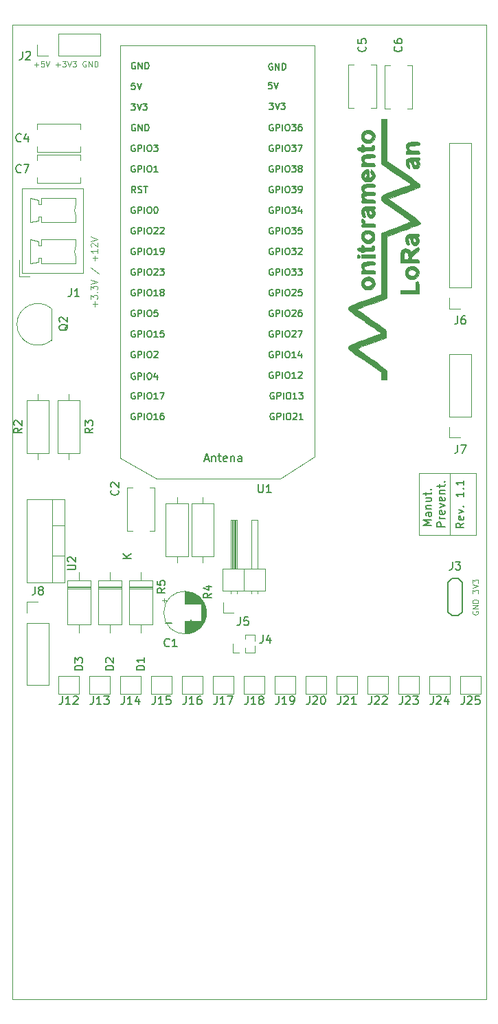
<source format=gbr>
%TF.GenerationSoftware,KiCad,Pcbnew,(5.1.9)-1*%
%TF.CreationDate,2021-03-24T15:40:31-04:00*%
%TF.ProjectId,placa_manutencao_preventiva,706c6163-615f-46d6-916e-7574656e6361,rev?*%
%TF.SameCoordinates,Original*%
%TF.FileFunction,Legend,Top*%
%TF.FilePolarity,Positive*%
%FSLAX46Y46*%
G04 Gerber Fmt 4.6, Leading zero omitted, Abs format (unit mm)*
G04 Created by KiCad (PCBNEW (5.1.9)-1) date 2021-03-24 15:40:31*
%MOMM*%
%LPD*%
G01*
G04 APERTURE LIST*
%ADD10C,0.120000*%
%ADD11C,0.150000*%
%TA.AperFunction,Profile*%
%ADD12C,0.050000*%
%TD*%
%ADD13C,0.070000*%
%ADD14C,0.080000*%
%ADD15C,0.010000*%
G04 APERTURE END LIST*
D10*
X131775200Y-70231000D02*
X131775200Y-77851000D01*
X127965200Y-70231000D02*
X131140200Y-70231000D01*
X127965200Y-77851000D02*
X127965200Y-70231000D01*
X131140200Y-77851000D02*
X127965200Y-77851000D01*
D11*
X129497580Y-76636238D02*
X128497580Y-76636238D01*
X129211866Y-76302904D01*
X128497580Y-75969571D01*
X129497580Y-75969571D01*
X129497580Y-75064809D02*
X128973771Y-75064809D01*
X128878533Y-75112428D01*
X128830914Y-75207666D01*
X128830914Y-75398142D01*
X128878533Y-75493380D01*
X129449961Y-75064809D02*
X129497580Y-75160047D01*
X129497580Y-75398142D01*
X129449961Y-75493380D01*
X129354723Y-75541000D01*
X129259485Y-75541000D01*
X129164247Y-75493380D01*
X129116628Y-75398142D01*
X129116628Y-75160047D01*
X129069009Y-75064809D01*
X128830914Y-74588619D02*
X129497580Y-74588619D01*
X128926152Y-74588619D02*
X128878533Y-74541000D01*
X128830914Y-74445761D01*
X128830914Y-74302904D01*
X128878533Y-74207666D01*
X128973771Y-74160047D01*
X129497580Y-74160047D01*
X128830914Y-73255285D02*
X129497580Y-73255285D01*
X128830914Y-73683857D02*
X129354723Y-73683857D01*
X129449961Y-73636238D01*
X129497580Y-73541000D01*
X129497580Y-73398142D01*
X129449961Y-73302904D01*
X129402342Y-73255285D01*
X128830914Y-72921952D02*
X128830914Y-72541000D01*
X128497580Y-72779095D02*
X129354723Y-72779095D01*
X129449961Y-72731476D01*
X129497580Y-72636238D01*
X129497580Y-72541000D01*
X129402342Y-72207666D02*
X129449961Y-72160047D01*
X129497580Y-72207666D01*
X129449961Y-72255285D01*
X129402342Y-72207666D01*
X129497580Y-72207666D01*
X131147580Y-76826714D02*
X130147580Y-76826714D01*
X130147580Y-76445761D01*
X130195200Y-76350523D01*
X130242819Y-76302904D01*
X130338057Y-76255285D01*
X130480914Y-76255285D01*
X130576152Y-76302904D01*
X130623771Y-76350523D01*
X130671390Y-76445761D01*
X130671390Y-76826714D01*
X131147580Y-75826714D02*
X130480914Y-75826714D01*
X130671390Y-75826714D02*
X130576152Y-75779095D01*
X130528533Y-75731476D01*
X130480914Y-75636238D01*
X130480914Y-75541000D01*
X131099961Y-74826714D02*
X131147580Y-74921952D01*
X131147580Y-75112428D01*
X131099961Y-75207666D01*
X131004723Y-75255285D01*
X130623771Y-75255285D01*
X130528533Y-75207666D01*
X130480914Y-75112428D01*
X130480914Y-74921952D01*
X130528533Y-74826714D01*
X130623771Y-74779095D01*
X130719009Y-74779095D01*
X130814247Y-75255285D01*
X130480914Y-74445761D02*
X131147580Y-74207666D01*
X130480914Y-73969571D01*
X131099961Y-73207666D02*
X131147580Y-73302904D01*
X131147580Y-73493380D01*
X131099961Y-73588619D01*
X131004723Y-73636238D01*
X130623771Y-73636238D01*
X130528533Y-73588619D01*
X130480914Y-73493380D01*
X130480914Y-73302904D01*
X130528533Y-73207666D01*
X130623771Y-73160047D01*
X130719009Y-73160047D01*
X130814247Y-73636238D01*
X130480914Y-72731476D02*
X131147580Y-72731476D01*
X130576152Y-72731476D02*
X130528533Y-72683857D01*
X130480914Y-72588619D01*
X130480914Y-72445761D01*
X130528533Y-72350523D01*
X130623771Y-72302904D01*
X131147580Y-72302904D01*
X130480914Y-71969571D02*
X130480914Y-71588619D01*
X130147580Y-71826714D02*
X131004723Y-71826714D01*
X131099961Y-71779095D01*
X131147580Y-71683857D01*
X131147580Y-71588619D01*
X131052342Y-71255285D02*
X131099961Y-71207666D01*
X131147580Y-71255285D01*
X131099961Y-71302904D01*
X131052342Y-71255285D01*
X131147580Y-71255285D01*
D12*
X77800200Y-14986000D02*
X136220200Y-14986000D01*
D10*
X134950200Y-77851000D02*
X131140200Y-77851000D01*
X134950200Y-70231000D02*
X134950200Y-77851000D01*
X131140200Y-70231000D02*
X134950200Y-70231000D01*
D11*
X133497580Y-76350523D02*
X133021390Y-76683857D01*
X133497580Y-76921952D02*
X132497580Y-76921952D01*
X132497580Y-76541000D01*
X132545200Y-76445761D01*
X132592819Y-76398142D01*
X132688057Y-76350523D01*
X132830914Y-76350523D01*
X132926152Y-76398142D01*
X132973771Y-76445761D01*
X133021390Y-76541000D01*
X133021390Y-76921952D01*
X133449961Y-75541000D02*
X133497580Y-75636238D01*
X133497580Y-75826714D01*
X133449961Y-75921952D01*
X133354723Y-75969571D01*
X132973771Y-75969571D01*
X132878533Y-75921952D01*
X132830914Y-75826714D01*
X132830914Y-75636238D01*
X132878533Y-75541000D01*
X132973771Y-75493380D01*
X133069009Y-75493380D01*
X133164247Y-75969571D01*
X132830914Y-75160047D02*
X133497580Y-74921952D01*
X132830914Y-74683857D01*
X133402342Y-74302904D02*
X133449961Y-74255285D01*
X133497580Y-74302904D01*
X133449961Y-74350523D01*
X133402342Y-74302904D01*
X133497580Y-74302904D01*
X133497580Y-72541000D02*
X133497580Y-73112428D01*
X133497580Y-72826714D02*
X132497580Y-72826714D01*
X132640438Y-72921952D01*
X132735676Y-73017190D01*
X132783295Y-73112428D01*
X133402342Y-72112428D02*
X133449961Y-72064809D01*
X133497580Y-72112428D01*
X133449961Y-72160047D01*
X133402342Y-72112428D01*
X133497580Y-72112428D01*
X133497580Y-71112428D02*
X133497580Y-71683857D01*
X133497580Y-71398142D02*
X132497580Y-71398142D01*
X132640438Y-71493380D01*
X132735676Y-71588619D01*
X132783295Y-71683857D01*
D12*
X77800200Y-14986000D02*
X77800200Y-135001000D01*
X136220200Y-135001000D02*
X136220200Y-14986000D01*
X77800200Y-135001000D02*
X136220200Y-135001000D01*
D13*
X80529600Y-19912800D02*
X81062933Y-19912800D01*
X80796266Y-20179466D02*
X80796266Y-19646133D01*
X81729600Y-19479466D02*
X81396266Y-19479466D01*
X81362933Y-19812800D01*
X81396266Y-19779466D01*
X81462933Y-19746133D01*
X81629600Y-19746133D01*
X81696266Y-19779466D01*
X81729600Y-19812800D01*
X81762933Y-19879466D01*
X81762933Y-20046133D01*
X81729600Y-20112800D01*
X81696266Y-20146133D01*
X81629600Y-20179466D01*
X81462933Y-20179466D01*
X81396266Y-20146133D01*
X81362933Y-20112800D01*
X81962933Y-19479466D02*
X82196266Y-20179466D01*
X82429600Y-19479466D01*
X83196266Y-19912800D02*
X83729600Y-19912800D01*
X83462933Y-20179466D02*
X83462933Y-19646133D01*
X83996266Y-19479466D02*
X84429600Y-19479466D01*
X84196266Y-19746133D01*
X84296266Y-19746133D01*
X84362933Y-19779466D01*
X84396266Y-19812800D01*
X84429600Y-19879466D01*
X84429600Y-20046133D01*
X84396266Y-20112800D01*
X84362933Y-20146133D01*
X84296266Y-20179466D01*
X84096266Y-20179466D01*
X84029600Y-20146133D01*
X83996266Y-20112800D01*
X84629600Y-19479466D02*
X84862933Y-20179466D01*
X85096266Y-19479466D01*
X85262933Y-19479466D02*
X85696266Y-19479466D01*
X85462933Y-19746133D01*
X85562933Y-19746133D01*
X85629600Y-19779466D01*
X85662933Y-19812800D01*
X85696266Y-19879466D01*
X85696266Y-20046133D01*
X85662933Y-20112800D01*
X85629600Y-20146133D01*
X85562933Y-20179466D01*
X85362933Y-20179466D01*
X85296266Y-20146133D01*
X85262933Y-20112800D01*
X86896266Y-19512800D02*
X86829600Y-19479466D01*
X86729600Y-19479466D01*
X86629600Y-19512800D01*
X86562933Y-19579466D01*
X86529600Y-19646133D01*
X86496266Y-19779466D01*
X86496266Y-19879466D01*
X86529600Y-20012800D01*
X86562933Y-20079466D01*
X86629600Y-20146133D01*
X86729600Y-20179466D01*
X86796266Y-20179466D01*
X86896266Y-20146133D01*
X86929600Y-20112800D01*
X86929600Y-19879466D01*
X86796266Y-19879466D01*
X87229600Y-20179466D02*
X87229600Y-19479466D01*
X87629600Y-20179466D01*
X87629600Y-19479466D01*
X87962933Y-20179466D02*
X87962933Y-19479466D01*
X88129600Y-19479466D01*
X88229600Y-19512800D01*
X88296266Y-19579466D01*
X88329600Y-19646133D01*
X88362933Y-19779466D01*
X88362933Y-19879466D01*
X88329600Y-20012800D01*
X88296266Y-20079466D01*
X88229600Y-20146133D01*
X88129600Y-20179466D01*
X87962933Y-20179466D01*
D11*
X96739295Y-88666628D02*
X97501200Y-88666628D01*
X99501200Y-88666628D02*
X100263104Y-88666628D01*
X99882152Y-89047580D02*
X99882152Y-88285676D01*
D14*
X134600200Y-87237666D02*
X134566866Y-87304333D01*
X134566866Y-87404333D01*
X134600200Y-87504333D01*
X134666866Y-87571000D01*
X134733533Y-87604333D01*
X134866866Y-87637666D01*
X134966866Y-87637666D01*
X135100200Y-87604333D01*
X135166866Y-87571000D01*
X135233533Y-87504333D01*
X135266866Y-87404333D01*
X135266866Y-87337666D01*
X135233533Y-87237666D01*
X135200200Y-87204333D01*
X134966866Y-87204333D01*
X134966866Y-87337666D01*
X135266866Y-86904333D02*
X134566866Y-86904333D01*
X135266866Y-86504333D01*
X134566866Y-86504333D01*
X135266866Y-86171000D02*
X134566866Y-86171000D01*
X134566866Y-86004333D01*
X134600200Y-85904333D01*
X134666866Y-85837666D01*
X134733533Y-85804333D01*
X134866866Y-85771000D01*
X134966866Y-85771000D01*
X135100200Y-85804333D01*
X135166866Y-85837666D01*
X135233533Y-85904333D01*
X135266866Y-86004333D01*
X135266866Y-86171000D01*
X134566866Y-85004333D02*
X134566866Y-84571000D01*
X134833533Y-84804333D01*
X134833533Y-84704333D01*
X134866866Y-84637666D01*
X134900200Y-84604333D01*
X134966866Y-84571000D01*
X135133533Y-84571000D01*
X135200200Y-84604333D01*
X135233533Y-84637666D01*
X135266866Y-84704333D01*
X135266866Y-84904333D01*
X135233533Y-84971000D01*
X135200200Y-85004333D01*
X134566866Y-84371000D02*
X135266866Y-84137666D01*
X134566866Y-83904333D01*
X134566866Y-83737666D02*
X134566866Y-83304333D01*
X134833533Y-83537666D01*
X134833533Y-83437666D01*
X134866866Y-83371000D01*
X134900200Y-83337666D01*
X134966866Y-83304333D01*
X135133533Y-83304333D01*
X135200200Y-83337666D01*
X135233533Y-83371000D01*
X135266866Y-83437666D01*
X135266866Y-83637666D01*
X135233533Y-83704333D01*
X135200200Y-83737666D01*
X88017342Y-49694571D02*
X88017342Y-49085047D01*
X88322104Y-49389809D02*
X87712580Y-49389809D01*
X87522104Y-48780285D02*
X87522104Y-48285047D01*
X87826866Y-48551714D01*
X87826866Y-48437428D01*
X87864961Y-48361238D01*
X87903057Y-48323142D01*
X87979247Y-48285047D01*
X88169723Y-48285047D01*
X88245914Y-48323142D01*
X88284009Y-48361238D01*
X88322104Y-48437428D01*
X88322104Y-48666000D01*
X88284009Y-48742190D01*
X88245914Y-48780285D01*
X88245914Y-47942190D02*
X88284009Y-47904095D01*
X88322104Y-47942190D01*
X88284009Y-47980285D01*
X88245914Y-47942190D01*
X88322104Y-47942190D01*
X87522104Y-47637428D02*
X87522104Y-47142190D01*
X87826866Y-47408857D01*
X87826866Y-47294571D01*
X87864961Y-47218380D01*
X87903057Y-47180285D01*
X87979247Y-47142190D01*
X88169723Y-47142190D01*
X88245914Y-47180285D01*
X88284009Y-47218380D01*
X88322104Y-47294571D01*
X88322104Y-47523142D01*
X88284009Y-47599333D01*
X88245914Y-47637428D01*
X87522104Y-46913619D02*
X88322104Y-46646952D01*
X87522104Y-46380285D01*
X87484009Y-44932666D02*
X88512580Y-45618380D01*
X88017342Y-44056476D02*
X88017342Y-43446952D01*
X88322104Y-43751714D02*
X87712580Y-43751714D01*
X88322104Y-42646952D02*
X88322104Y-43104095D01*
X88322104Y-42875523D02*
X87522104Y-42875523D01*
X87636390Y-42951714D01*
X87712580Y-43027904D01*
X87750676Y-43104095D01*
X87598295Y-42342190D02*
X87560200Y-42304095D01*
X87522104Y-42227904D01*
X87522104Y-42037428D01*
X87560200Y-41961238D01*
X87598295Y-41923142D01*
X87674485Y-41885047D01*
X87750676Y-41885047D01*
X87864961Y-41923142D01*
X88322104Y-42380285D01*
X88322104Y-41885047D01*
X87522104Y-41656476D02*
X88322104Y-41389809D01*
X87522104Y-41123142D01*
D10*
%TO.C,J6*%
X133045200Y-49971000D02*
X131715200Y-49971000D01*
X131715200Y-49971000D02*
X131715200Y-48641000D01*
X131715200Y-47371000D02*
X131715200Y-29531000D01*
X134375200Y-29531000D02*
X131715200Y-29531000D01*
X134375200Y-47371000D02*
X134375200Y-29531000D01*
X134375200Y-47371000D02*
X131715200Y-47371000D01*
%TO.C,D2*%
X91335200Y-83386000D02*
X88395200Y-83386000D01*
X88395200Y-83386000D02*
X88395200Y-88826000D01*
X88395200Y-88826000D02*
X91335200Y-88826000D01*
X91335200Y-88826000D02*
X91335200Y-83386000D01*
X89865200Y-82366000D02*
X89865200Y-83386000D01*
X89865200Y-89846000D02*
X89865200Y-88826000D01*
X91335200Y-84286000D02*
X88395200Y-84286000D01*
X91335200Y-84406000D02*
X88395200Y-84406000D01*
X91335200Y-84166000D02*
X88395200Y-84166000D01*
D15*
%TO.C,G\u002A\u002A\u002A*%
G36*
X119236383Y-49819720D02*
G01*
X119379172Y-49667059D01*
X119658352Y-49513575D01*
X120074078Y-49344601D01*
X120626507Y-49145475D01*
X121262970Y-48920416D01*
X123272940Y-48202827D01*
X123294970Y-44434544D01*
X123317000Y-40666260D01*
X123994333Y-40376118D01*
X124351151Y-40229269D01*
X124806473Y-40050509D01*
X125298875Y-39863581D01*
X125719790Y-39709131D01*
X126119772Y-39563622D01*
X126466464Y-39434328D01*
X126726256Y-39334010D01*
X126865536Y-39275430D01*
X126874518Y-39270709D01*
X126872422Y-39226897D01*
X126787155Y-39133846D01*
X126610455Y-38985485D01*
X126334059Y-38775740D01*
X125949704Y-38498539D01*
X125449128Y-38147808D01*
X124824070Y-37717474D01*
X124066265Y-37201465D01*
X123976270Y-37140447D01*
X123654511Y-36917244D01*
X123449905Y-36756428D01*
X123336322Y-36630145D01*
X123287629Y-36510541D01*
X123277770Y-36395919D01*
X123284877Y-36267968D01*
X123322212Y-36159369D01*
X123408976Y-36059161D01*
X123564373Y-35956381D01*
X123807605Y-35840067D01*
X124157877Y-35699257D01*
X124634390Y-35522988D01*
X125098506Y-35356524D01*
X125578125Y-35184974D01*
X126017052Y-35026972D01*
X126384314Y-34893746D01*
X126648939Y-34796522D01*
X126769125Y-34750940D01*
X126860401Y-34710087D01*
X126898627Y-34665355D01*
X126867331Y-34599109D01*
X126750041Y-34493717D01*
X126530283Y-34331544D01*
X126191587Y-34094956D01*
X126091792Y-34025850D01*
X125635081Y-33712056D01*
X125109210Y-33354441D01*
X124586591Y-33002086D01*
X124227167Y-32762060D01*
X123274667Y-32129720D01*
X123274667Y-26636134D01*
X123952000Y-26636134D01*
X123954928Y-29197300D01*
X123957855Y-31758467D01*
X125993947Y-33145668D01*
X126515655Y-33504235D01*
X126991281Y-33837113D01*
X127402773Y-34131188D01*
X127732076Y-34373348D01*
X127961137Y-34550480D01*
X128071902Y-34649469D01*
X128078827Y-34660010D01*
X128080124Y-34837590D01*
X128048250Y-34912971D01*
X128017388Y-34955149D01*
X127969585Y-34996745D01*
X127887177Y-35044847D01*
X127752500Y-35106542D01*
X127547889Y-35188918D01*
X127255681Y-35299062D01*
X126858211Y-35444063D01*
X126337815Y-35631009D01*
X125676830Y-35866986D01*
X125621212Y-35886817D01*
X124115424Y-36423700D01*
X126086879Y-37775412D01*
X126706345Y-38203009D01*
X127195599Y-38548996D01*
X127566267Y-38824257D01*
X127829977Y-39039674D01*
X127998358Y-39206132D01*
X128083037Y-39334513D01*
X128095641Y-39435701D01*
X128047798Y-39520580D01*
X127998919Y-39565059D01*
X127891235Y-39616673D01*
X127646932Y-39715500D01*
X127289196Y-39852754D01*
X126841212Y-40019646D01*
X126326167Y-40207388D01*
X125920500Y-40352792D01*
X123952000Y-41053419D01*
X123952000Y-48652207D01*
X123676833Y-48773309D01*
X123509163Y-48840001D01*
X123213011Y-48950630D01*
X122819901Y-49093709D01*
X122361357Y-49257751D01*
X121925675Y-49411402D01*
X121450776Y-49578931D01*
X121027910Y-49730349D01*
X120684395Y-49855693D01*
X120447546Y-49945001D01*
X120346156Y-49987430D01*
X120380564Y-50051943D01*
X120547428Y-50200262D01*
X120836702Y-50424716D01*
X121238343Y-50717635D01*
X121742307Y-51071347D01*
X121975649Y-51231800D01*
X122460624Y-51565572D01*
X122903582Y-51874341D01*
X123283761Y-52143321D01*
X123580400Y-52357723D01*
X123772737Y-52502762D01*
X123835340Y-52556331D01*
X123925353Y-52768913D01*
X123935838Y-53103050D01*
X123909667Y-53510571D01*
X122301000Y-54086910D01*
X121795549Y-54269144D01*
X121332000Y-54438414D01*
X120938813Y-54584156D01*
X120644448Y-54695810D01*
X120477365Y-54762813D01*
X120466120Y-54767858D01*
X120392544Y-54806504D01*
X120359348Y-54849656D01*
X120381751Y-54911181D01*
X120474969Y-55004947D01*
X120654219Y-55144823D01*
X120934717Y-55344677D01*
X121331681Y-55618377D01*
X121602807Y-55803800D01*
X122066698Y-56125393D01*
X122518884Y-56447149D01*
X122926281Y-56744920D01*
X123255808Y-56994563D01*
X123458847Y-57158467D01*
X123951988Y-57581800D01*
X123952000Y-58724800D01*
X123274667Y-58724800D01*
X123268811Y-57751134D01*
X121235101Y-56365562D01*
X120562815Y-55909897D01*
X120025985Y-55541394D01*
X119624772Y-55245388D01*
X119359335Y-55007212D01*
X119229836Y-54812200D01*
X119236436Y-54645686D01*
X119379296Y-54493004D01*
X119658576Y-54339486D01*
X120074438Y-54170468D01*
X120627042Y-53971282D01*
X121263833Y-53746107D01*
X121811491Y-53548590D01*
X122302149Y-53367803D01*
X122714533Y-53211899D01*
X123027366Y-53089031D01*
X123219374Y-53007351D01*
X123271739Y-52976672D01*
X123203732Y-52917721D01*
X123012906Y-52776278D01*
X122716737Y-52564674D01*
X122332699Y-52295240D01*
X121878268Y-51980307D01*
X121370919Y-51632206D01*
X121235101Y-51539562D01*
X120562826Y-51083901D01*
X120026005Y-50715401D01*
X119624795Y-50419396D01*
X119359350Y-50181224D01*
X119229827Y-49986220D01*
X119236383Y-49819720D01*
G37*
X119236383Y-49819720D02*
X119379172Y-49667059D01*
X119658352Y-49513575D01*
X120074078Y-49344601D01*
X120626507Y-49145475D01*
X121262970Y-48920416D01*
X123272940Y-48202827D01*
X123294970Y-44434544D01*
X123317000Y-40666260D01*
X123994333Y-40376118D01*
X124351151Y-40229269D01*
X124806473Y-40050509D01*
X125298875Y-39863581D01*
X125719790Y-39709131D01*
X126119772Y-39563622D01*
X126466464Y-39434328D01*
X126726256Y-39334010D01*
X126865536Y-39275430D01*
X126874518Y-39270709D01*
X126872422Y-39226897D01*
X126787155Y-39133846D01*
X126610455Y-38985485D01*
X126334059Y-38775740D01*
X125949704Y-38498539D01*
X125449128Y-38147808D01*
X124824070Y-37717474D01*
X124066265Y-37201465D01*
X123976270Y-37140447D01*
X123654511Y-36917244D01*
X123449905Y-36756428D01*
X123336322Y-36630145D01*
X123287629Y-36510541D01*
X123277770Y-36395919D01*
X123284877Y-36267968D01*
X123322212Y-36159369D01*
X123408976Y-36059161D01*
X123564373Y-35956381D01*
X123807605Y-35840067D01*
X124157877Y-35699257D01*
X124634390Y-35522988D01*
X125098506Y-35356524D01*
X125578125Y-35184974D01*
X126017052Y-35026972D01*
X126384314Y-34893746D01*
X126648939Y-34796522D01*
X126769125Y-34750940D01*
X126860401Y-34710087D01*
X126898627Y-34665355D01*
X126867331Y-34599109D01*
X126750041Y-34493717D01*
X126530283Y-34331544D01*
X126191587Y-34094956D01*
X126091792Y-34025850D01*
X125635081Y-33712056D01*
X125109210Y-33354441D01*
X124586591Y-33002086D01*
X124227167Y-32762060D01*
X123274667Y-32129720D01*
X123274667Y-26636134D01*
X123952000Y-26636134D01*
X123954928Y-29197300D01*
X123957855Y-31758467D01*
X125993947Y-33145668D01*
X126515655Y-33504235D01*
X126991281Y-33837113D01*
X127402773Y-34131188D01*
X127732076Y-34373348D01*
X127961137Y-34550480D01*
X128071902Y-34649469D01*
X128078827Y-34660010D01*
X128080124Y-34837590D01*
X128048250Y-34912971D01*
X128017388Y-34955149D01*
X127969585Y-34996745D01*
X127887177Y-35044847D01*
X127752500Y-35106542D01*
X127547889Y-35188918D01*
X127255681Y-35299062D01*
X126858211Y-35444063D01*
X126337815Y-35631009D01*
X125676830Y-35866986D01*
X125621212Y-35886817D01*
X124115424Y-36423700D01*
X126086879Y-37775412D01*
X126706345Y-38203009D01*
X127195599Y-38548996D01*
X127566267Y-38824257D01*
X127829977Y-39039674D01*
X127998358Y-39206132D01*
X128083037Y-39334513D01*
X128095641Y-39435701D01*
X128047798Y-39520580D01*
X127998919Y-39565059D01*
X127891235Y-39616673D01*
X127646932Y-39715500D01*
X127289196Y-39852754D01*
X126841212Y-40019646D01*
X126326167Y-40207388D01*
X125920500Y-40352792D01*
X123952000Y-41053419D01*
X123952000Y-48652207D01*
X123676833Y-48773309D01*
X123509163Y-48840001D01*
X123213011Y-48950630D01*
X122819901Y-49093709D01*
X122361357Y-49257751D01*
X121925675Y-49411402D01*
X121450776Y-49578931D01*
X121027910Y-49730349D01*
X120684395Y-49855693D01*
X120447546Y-49945001D01*
X120346156Y-49987430D01*
X120380564Y-50051943D01*
X120547428Y-50200262D01*
X120836702Y-50424716D01*
X121238343Y-50717635D01*
X121742307Y-51071347D01*
X121975649Y-51231800D01*
X122460624Y-51565572D01*
X122903582Y-51874341D01*
X123283761Y-52143321D01*
X123580400Y-52357723D01*
X123772737Y-52502762D01*
X123835340Y-52556331D01*
X123925353Y-52768913D01*
X123935838Y-53103050D01*
X123909667Y-53510571D01*
X122301000Y-54086910D01*
X121795549Y-54269144D01*
X121332000Y-54438414D01*
X120938813Y-54584156D01*
X120644448Y-54695810D01*
X120477365Y-54762813D01*
X120466120Y-54767858D01*
X120392544Y-54806504D01*
X120359348Y-54849656D01*
X120381751Y-54911181D01*
X120474969Y-55004947D01*
X120654219Y-55144823D01*
X120934717Y-55344677D01*
X121331681Y-55618377D01*
X121602807Y-55803800D01*
X122066698Y-56125393D01*
X122518884Y-56447149D01*
X122926281Y-56744920D01*
X123255808Y-56994563D01*
X123458847Y-57158467D01*
X123951988Y-57581800D01*
X123952000Y-58724800D01*
X123274667Y-58724800D01*
X123268811Y-57751134D01*
X121235101Y-56365562D01*
X120562815Y-55909897D01*
X120025985Y-55541394D01*
X119624772Y-55245388D01*
X119359335Y-55007212D01*
X119229836Y-54812200D01*
X119236436Y-54645686D01*
X119379296Y-54493004D01*
X119658576Y-54339486D01*
X120074438Y-54170468D01*
X120627042Y-53971282D01*
X121263833Y-53746107D01*
X121811491Y-53548590D01*
X122302149Y-53367803D01*
X122714533Y-53211899D01*
X123027366Y-53089031D01*
X123219374Y-53007351D01*
X123271739Y-52976672D01*
X123203732Y-52917721D01*
X123012906Y-52776278D01*
X122716737Y-52564674D01*
X122332699Y-52295240D01*
X121878268Y-51980307D01*
X121370919Y-51632206D01*
X121235101Y-51539562D01*
X120562826Y-51083901D01*
X120026005Y-50715401D01*
X119624795Y-50419396D01*
X119359350Y-50181224D01*
X119229827Y-49986220D01*
X119236383Y-49819720D01*
G36*
X126360702Y-31696121D02*
G01*
X126470833Y-31528464D01*
X126657717Y-31445569D01*
X126995520Y-31383486D01*
X127317500Y-31354015D01*
X127659428Y-31333703D01*
X127866321Y-31332354D01*
X127972099Y-31357664D01*
X128010684Y-31417328D01*
X128016000Y-31512473D01*
X127984935Y-31667700D01*
X127928354Y-31716134D01*
X127883954Y-31767962D01*
X127928354Y-31879901D01*
X128009821Y-32162856D01*
X127977257Y-32440094D01*
X127878380Y-32603659D01*
X127672572Y-32705026D01*
X127509613Y-32713750D01*
X127509613Y-32308800D01*
X127643285Y-32248127D01*
X127686553Y-32106239D01*
X127642160Y-31943337D01*
X127512844Y-31819622D01*
X127486833Y-31808369D01*
X127321485Y-31781096D01*
X127258688Y-31873540D01*
X127289302Y-32099259D01*
X127289680Y-32100767D01*
X127393948Y-32272961D01*
X127509613Y-32308800D01*
X127509613Y-32713750D01*
X127476213Y-32715539D01*
X127313096Y-32681527D01*
X127206427Y-32590122D01*
X127116801Y-32397590D01*
X127071583Y-32266467D01*
X126965440Y-32014376D01*
X126852192Y-31850697D01*
X126796416Y-31815759D01*
X126692455Y-31856378D01*
X126661492Y-32000728D01*
X126707429Y-32197942D01*
X126759362Y-32298734D01*
X126813176Y-32496263D01*
X126795489Y-32615085D01*
X126744746Y-32707505D01*
X126675462Y-32692504D01*
X126546460Y-32558044D01*
X126528127Y-32536913D01*
X126377295Y-32271990D01*
X126320354Y-31971800D01*
X126360702Y-31696121D01*
G37*
X126360702Y-31696121D02*
X126470833Y-31528464D01*
X126657717Y-31445569D01*
X126995520Y-31383486D01*
X127317500Y-31354015D01*
X127659428Y-31333703D01*
X127866321Y-31332354D01*
X127972099Y-31357664D01*
X128010684Y-31417328D01*
X128016000Y-31512473D01*
X127984935Y-31667700D01*
X127928354Y-31716134D01*
X127883954Y-31767962D01*
X127928354Y-31879901D01*
X128009821Y-32162856D01*
X127977257Y-32440094D01*
X127878380Y-32603659D01*
X127672572Y-32705026D01*
X127509613Y-32713750D01*
X127509613Y-32308800D01*
X127643285Y-32248127D01*
X127686553Y-32106239D01*
X127642160Y-31943337D01*
X127512844Y-31819622D01*
X127486833Y-31808369D01*
X127321485Y-31781096D01*
X127258688Y-31873540D01*
X127289302Y-32099259D01*
X127289680Y-32100767D01*
X127393948Y-32272961D01*
X127509613Y-32308800D01*
X127509613Y-32713750D01*
X127476213Y-32715539D01*
X127313096Y-32681527D01*
X127206427Y-32590122D01*
X127116801Y-32397590D01*
X127071583Y-32266467D01*
X126965440Y-32014376D01*
X126852192Y-31850697D01*
X126796416Y-31815759D01*
X126692455Y-31856378D01*
X126661492Y-32000728D01*
X126707429Y-32197942D01*
X126759362Y-32298734D01*
X126813176Y-32496263D01*
X126795489Y-32615085D01*
X126744746Y-32707505D01*
X126675462Y-32692504D01*
X126546460Y-32558044D01*
X126528127Y-32536913D01*
X126377295Y-32271990D01*
X126320354Y-31971800D01*
X126360702Y-31696121D01*
G36*
X126368111Y-30570538D02*
G01*
X126454467Y-30530800D01*
X126538938Y-30515496D01*
X126519056Y-30439611D01*
X126454467Y-30342628D01*
X126334256Y-30051424D01*
X126372603Y-29770934D01*
X126492000Y-29599467D01*
X126608446Y-29511359D01*
X126768468Y-29459592D01*
X127015643Y-29435449D01*
X127338667Y-29430134D01*
X127674633Y-29432483D01*
X127875808Y-29446600D01*
X127976731Y-29483088D01*
X128011939Y-29552553D01*
X128016000Y-29638091D01*
X128005990Y-29746357D01*
X127951664Y-29810781D01*
X127816582Y-29845390D01*
X127564302Y-29864208D01*
X127411037Y-29870925D01*
X127063805Y-29895835D01*
X126849734Y-29941418D01*
X126733069Y-30016468D01*
X126713972Y-30042379D01*
X126675412Y-30218618D01*
X126794528Y-30360099D01*
X127062162Y-30461052D01*
X127464610Y-30515417D01*
X127761395Y-30539007D01*
X127926904Y-30572882D01*
X127999089Y-30633348D01*
X128015901Y-30736711D01*
X128016000Y-30752330D01*
X128009716Y-30843920D01*
X127970258Y-30902515D01*
X127866719Y-30935484D01*
X127668192Y-30950192D01*
X127343769Y-30954008D01*
X127169333Y-30954134D01*
X126322667Y-30954134D01*
X126322667Y-30742467D01*
X126368111Y-30570538D01*
G37*
X126368111Y-30570538D02*
X126454467Y-30530800D01*
X126538938Y-30515496D01*
X126519056Y-30439611D01*
X126454467Y-30342628D01*
X126334256Y-30051424D01*
X126372603Y-29770934D01*
X126492000Y-29599467D01*
X126608446Y-29511359D01*
X126768468Y-29459592D01*
X127015643Y-29435449D01*
X127338667Y-29430134D01*
X127674633Y-29432483D01*
X127875808Y-29446600D01*
X127976731Y-29483088D01*
X128011939Y-29552553D01*
X128016000Y-29638091D01*
X128005990Y-29746357D01*
X127951664Y-29810781D01*
X127816582Y-29845390D01*
X127564302Y-29864208D01*
X127411037Y-29870925D01*
X127063805Y-29895835D01*
X126849734Y-29941418D01*
X126733069Y-30016468D01*
X126713972Y-30042379D01*
X126675412Y-30218618D01*
X126794528Y-30360099D01*
X127062162Y-30461052D01*
X127464610Y-30515417D01*
X127761395Y-30539007D01*
X127926904Y-30572882D01*
X127999089Y-30633348D01*
X128015901Y-30736711D01*
X128016000Y-30752330D01*
X128009716Y-30843920D01*
X127970258Y-30902515D01*
X127866719Y-30935484D01*
X127668192Y-30950192D01*
X127343769Y-30954008D01*
X127169333Y-30954134D01*
X126322667Y-30954134D01*
X126322667Y-30742467D01*
X126368111Y-30570538D01*
G36*
X127508000Y-47718134D02*
G01*
X127508000Y-47167800D01*
X127511711Y-46871965D01*
X127532655Y-46707188D01*
X127585546Y-46635213D01*
X127685096Y-46617785D01*
X127719667Y-46617467D01*
X127819866Y-46623535D01*
X127882079Y-46663461D01*
X127915359Y-46769831D01*
X127928757Y-46975230D01*
X127931323Y-47312244D01*
X127931333Y-47379467D01*
X127931333Y-48141467D01*
X125645333Y-48141467D01*
X125645333Y-47718134D01*
X127508000Y-47718134D01*
G37*
X127508000Y-47718134D02*
X127508000Y-47167800D01*
X127511711Y-46871965D01*
X127532655Y-46707188D01*
X127585546Y-46635213D01*
X127685096Y-46617785D01*
X127719667Y-46617467D01*
X127819866Y-46623535D01*
X127882079Y-46663461D01*
X127915359Y-46769831D01*
X127928757Y-46975230D01*
X127931323Y-47312244D01*
X127931333Y-47379467D01*
X127931333Y-48141467D01*
X125645333Y-48141467D01*
X125645333Y-47718134D01*
X127508000Y-47718134D01*
G36*
X126272177Y-45329321D02*
G01*
X126409429Y-45019752D01*
X126654820Y-44803597D01*
X126980616Y-44705737D01*
X127342558Y-44745963D01*
X127657678Y-44918091D01*
X127857132Y-45189302D01*
X127926028Y-45522599D01*
X127849472Y-45880979D01*
X127822583Y-45938465D01*
X127605483Y-46192124D01*
X127287215Y-46323796D01*
X126997327Y-46331002D01*
X126997327Y-45923270D01*
X127244437Y-45898568D01*
X127404494Y-45808333D01*
X127557508Y-45672617D01*
X127581899Y-45529431D01*
X127538786Y-45390239D01*
X127396037Y-45220777D01*
X127174079Y-45148194D01*
X126930232Y-45169205D01*
X126721816Y-45280521D01*
X126615489Y-45443195D01*
X126610858Y-45626506D01*
X126744624Y-45786712D01*
X126997327Y-45923270D01*
X126997327Y-46331002D01*
X126972262Y-46331626D01*
X126615380Y-46226885D01*
X126381896Y-46008105D01*
X126270799Y-45707424D01*
X126272177Y-45329321D01*
G37*
X126272177Y-45329321D02*
X126409429Y-45019752D01*
X126654820Y-44803597D01*
X126980616Y-44705737D01*
X127342558Y-44745963D01*
X127657678Y-44918091D01*
X127857132Y-45189302D01*
X127926028Y-45522599D01*
X127849472Y-45880979D01*
X127822583Y-45938465D01*
X127605483Y-46192124D01*
X127287215Y-46323796D01*
X126997327Y-46331002D01*
X126997327Y-45923270D01*
X127244437Y-45898568D01*
X127404494Y-45808333D01*
X127557508Y-45672617D01*
X127581899Y-45529431D01*
X127538786Y-45390239D01*
X127396037Y-45220777D01*
X127174079Y-45148194D01*
X126930232Y-45169205D01*
X126721816Y-45280521D01*
X126615489Y-45443195D01*
X126610858Y-45626506D01*
X126744624Y-45786712D01*
X126997327Y-45923270D01*
X126997327Y-46331002D01*
X126972262Y-46331626D01*
X126615380Y-46226885D01*
X126381896Y-46008105D01*
X126270799Y-45707424D01*
X126272177Y-45329321D01*
G36*
X125665816Y-43217985D02*
G01*
X125735418Y-42889161D01*
X125866367Y-42683257D01*
X126070892Y-42579099D01*
X126301500Y-42554764D01*
X126536878Y-42604621D01*
X126753512Y-42729559D01*
X126892846Y-42889442D01*
X126915333Y-42975501D01*
X126975762Y-42971523D01*
X127134288Y-42881258D01*
X127356770Y-42724185D01*
X127359833Y-42721865D01*
X127595896Y-42549643D01*
X127779565Y-42428045D01*
X127867833Y-42384498D01*
X127912711Y-42457781D01*
X127931333Y-42634066D01*
X127903137Y-42802764D01*
X127796047Y-42951829D01*
X127576307Y-43125207D01*
X127529167Y-43157645D01*
X127253536Y-43353896D01*
X127093639Y-43497999D01*
X127019530Y-43624126D01*
X127001296Y-43759967D01*
X127028166Y-43846652D01*
X127135992Y-43891761D01*
X127362673Y-43907386D01*
X127465667Y-43908134D01*
X127732364Y-43913628D01*
X127871230Y-43942669D01*
X127923704Y-44014090D01*
X127931333Y-44119800D01*
X127931333Y-44331467D01*
X126360575Y-44331467D01*
X126360575Y-43908134D01*
X126556401Y-43897161D01*
X126640992Y-43830917D01*
X126660969Y-43659410D01*
X126661333Y-43585649D01*
X126632694Y-43331214D01*
X126562491Y-43130049D01*
X126549904Y-43110776D01*
X126393835Y-43001006D01*
X126274737Y-42989553D01*
X126173697Y-43041027D01*
X126116798Y-43174221D01*
X126087446Y-43430756D01*
X126085409Y-43464427D01*
X126059817Y-43908134D01*
X126360575Y-43908134D01*
X126360575Y-44331467D01*
X125645333Y-44331467D01*
X125645333Y-43690901D01*
X125665816Y-43217985D01*
G37*
X125665816Y-43217985D02*
X125735418Y-42889161D01*
X125866367Y-42683257D01*
X126070892Y-42579099D01*
X126301500Y-42554764D01*
X126536878Y-42604621D01*
X126753512Y-42729559D01*
X126892846Y-42889442D01*
X126915333Y-42975501D01*
X126975762Y-42971523D01*
X127134288Y-42881258D01*
X127356770Y-42724185D01*
X127359833Y-42721865D01*
X127595896Y-42549643D01*
X127779565Y-42428045D01*
X127867833Y-42384498D01*
X127912711Y-42457781D01*
X127931333Y-42634066D01*
X127903137Y-42802764D01*
X127796047Y-42951829D01*
X127576307Y-43125207D01*
X127529167Y-43157645D01*
X127253536Y-43353896D01*
X127093639Y-43497999D01*
X127019530Y-43624126D01*
X127001296Y-43759967D01*
X127028166Y-43846652D01*
X127135992Y-43891761D01*
X127362673Y-43907386D01*
X127465667Y-43908134D01*
X127732364Y-43913628D01*
X127871230Y-43942669D01*
X127923704Y-44014090D01*
X127931333Y-44119800D01*
X127931333Y-44331467D01*
X126360575Y-44331467D01*
X126360575Y-43908134D01*
X126556401Y-43897161D01*
X126640992Y-43830917D01*
X126660969Y-43659410D01*
X126661333Y-43585649D01*
X126632694Y-43331214D01*
X126562491Y-43130049D01*
X126549904Y-43110776D01*
X126393835Y-43001006D01*
X126274737Y-42989553D01*
X126173697Y-43041027D01*
X126116798Y-43174221D01*
X126087446Y-43430756D01*
X126085409Y-43464427D01*
X126059817Y-43908134D01*
X126360575Y-43908134D01*
X126360575Y-44331467D01*
X125645333Y-44331467D01*
X125645333Y-43690901D01*
X125665816Y-43217985D01*
G36*
X126319290Y-41050002D02*
G01*
X126365453Y-40969847D01*
X126450602Y-40878459D01*
X126576562Y-40820328D01*
X126782930Y-40785667D01*
X127109305Y-40764688D01*
X127212317Y-40760508D01*
X127560755Y-40749442D01*
X127773468Y-40753827D01*
X127883879Y-40781243D01*
X127925413Y-40839273D01*
X127931531Y-40923634D01*
X127898371Y-41072309D01*
X127843688Y-41114134D01*
X127799288Y-41165962D01*
X127843688Y-41277901D01*
X127926955Y-41599816D01*
X127858990Y-41923811D01*
X127799532Y-42026628D01*
X127608401Y-42178588D01*
X127470766Y-42193162D01*
X127470766Y-41765997D01*
X127504291Y-41751426D01*
X127584178Y-41617130D01*
X127568585Y-41429633D01*
X127491067Y-41300400D01*
X127326897Y-41203572D01*
X127207294Y-41252484D01*
X127169333Y-41400100D01*
X127218061Y-41595070D01*
X127333774Y-41733015D01*
X127470766Y-41765997D01*
X127470766Y-42193162D01*
X127378314Y-42202952D01*
X127174442Y-42094608D01*
X127158533Y-42076905D01*
X127063289Y-41907525D01*
X126972767Y-41660368D01*
X126955129Y-41596281D01*
X126877879Y-41374590D01*
X126790523Y-41236036D01*
X126764673Y-41219136D01*
X126654662Y-41247942D01*
X126597999Y-41380293D01*
X126612186Y-41554236D01*
X126647971Y-41632200D01*
X126730801Y-41837108D01*
X126734537Y-42019447D01*
X126661911Y-42122891D01*
X126623801Y-42130134D01*
X126454858Y-42055036D01*
X126329284Y-41861634D01*
X126257730Y-41597768D01*
X126250848Y-41311278D01*
X126319290Y-41050002D01*
G37*
X126319290Y-41050002D02*
X126365453Y-40969847D01*
X126450602Y-40878459D01*
X126576562Y-40820328D01*
X126782930Y-40785667D01*
X127109305Y-40764688D01*
X127212317Y-40760508D01*
X127560755Y-40749442D01*
X127773468Y-40753827D01*
X127883879Y-40781243D01*
X127925413Y-40839273D01*
X127931531Y-40923634D01*
X127898371Y-41072309D01*
X127843688Y-41114134D01*
X127799288Y-41165962D01*
X127843688Y-41277901D01*
X127926955Y-41599816D01*
X127858990Y-41923811D01*
X127799532Y-42026628D01*
X127608401Y-42178588D01*
X127470766Y-42193162D01*
X127470766Y-41765997D01*
X127504291Y-41751426D01*
X127584178Y-41617130D01*
X127568585Y-41429633D01*
X127491067Y-41300400D01*
X127326897Y-41203572D01*
X127207294Y-41252484D01*
X127169333Y-41400100D01*
X127218061Y-41595070D01*
X127333774Y-41733015D01*
X127470766Y-41765997D01*
X127470766Y-42193162D01*
X127378314Y-42202952D01*
X127174442Y-42094608D01*
X127158533Y-42076905D01*
X127063289Y-41907525D01*
X126972767Y-41660368D01*
X126955129Y-41596281D01*
X126877879Y-41374590D01*
X126790523Y-41236036D01*
X126764673Y-41219136D01*
X126654662Y-41247942D01*
X126597999Y-41380293D01*
X126612186Y-41554236D01*
X126647971Y-41632200D01*
X126730801Y-41837108D01*
X126734537Y-42019447D01*
X126661911Y-42122891D01*
X126623801Y-42130134D01*
X126454858Y-42055036D01*
X126329284Y-41861634D01*
X126257730Y-41597768D01*
X126250848Y-41311278D01*
X126319290Y-41050002D01*
G36*
X120930117Y-46422699D02*
G01*
X121145494Y-46185432D01*
X121459344Y-46046529D01*
X121666000Y-46024800D01*
X122014235Y-46096729D01*
X122286922Y-46288201D01*
X122461948Y-46562749D01*
X122517199Y-46883904D01*
X122430563Y-47215195D01*
X122410405Y-47252467D01*
X122229674Y-47479020D01*
X121986333Y-47597012D01*
X121731491Y-47622774D01*
X121731491Y-47196445D01*
X121962112Y-47128850D01*
X122126683Y-46995100D01*
X122174000Y-46850920D01*
X122121856Y-46720961D01*
X122033878Y-46602967D01*
X121812950Y-46471840D01*
X121547960Y-46467859D01*
X121312833Y-46588256D01*
X121174305Y-46779428D01*
X121202030Y-46965643D01*
X121291047Y-47077086D01*
X121489556Y-47183864D01*
X121731491Y-47196445D01*
X121731491Y-47622774D01*
X121652359Y-47630774D01*
X121384561Y-47614596D01*
X121205966Y-47539571D01*
X121038526Y-47372971D01*
X120860264Y-47051640D01*
X120829584Y-46723159D01*
X120930117Y-46422699D01*
G37*
X120930117Y-46422699D02*
X121145494Y-46185432D01*
X121459344Y-46046529D01*
X121666000Y-46024800D01*
X122014235Y-46096729D01*
X122286922Y-46288201D01*
X122461948Y-46562749D01*
X122517199Y-46883904D01*
X122430563Y-47215195D01*
X122410405Y-47252467D01*
X122229674Y-47479020D01*
X121986333Y-47597012D01*
X121731491Y-47622774D01*
X121731491Y-47196445D01*
X121962112Y-47128850D01*
X122126683Y-46995100D01*
X122174000Y-46850920D01*
X122121856Y-46720961D01*
X122033878Y-46602967D01*
X121812950Y-46471840D01*
X121547960Y-46467859D01*
X121312833Y-46588256D01*
X121174305Y-46779428D01*
X121202030Y-46965643D01*
X121291047Y-47077086D01*
X121489556Y-47183864D01*
X121731491Y-47196445D01*
X121731491Y-47622774D01*
X121652359Y-47630774D01*
X121384561Y-47614596D01*
X121205966Y-47539571D01*
X121038526Y-47372971D01*
X120860264Y-47051640D01*
X120829584Y-46723159D01*
X120930117Y-46422699D01*
G36*
X120862218Y-45306030D02*
G01*
X120942395Y-45262800D01*
X121014599Y-45240864D01*
X120994846Y-45147725D01*
X120929099Y-45025209D01*
X120837956Y-44740582D01*
X120878550Y-44478731D01*
X121039195Y-44286616D01*
X121123543Y-44243806D01*
X121317866Y-44201848D01*
X121614718Y-44172379D01*
X121925512Y-44162134D01*
X122233377Y-44165317D01*
X122408988Y-44183773D01*
X122489411Y-44230866D01*
X122511714Y-44319959D01*
X122512667Y-44373800D01*
X122500385Y-44495570D01*
X122435760Y-44558647D01*
X122277123Y-44582201D01*
X122052512Y-44585467D01*
X121606887Y-44615103D01*
X121311374Y-44702945D01*
X121170260Y-44847395D01*
X121158000Y-44919059D01*
X121220485Y-45091137D01*
X121415640Y-45201755D01*
X121755017Y-45255635D01*
X121999100Y-45262800D01*
X122282550Y-45267169D01*
X122436253Y-45291143D01*
X122499765Y-45351024D01*
X122512639Y-45463116D01*
X122512667Y-45474467D01*
X122512667Y-45686134D01*
X120819333Y-45686134D01*
X120819333Y-45474467D01*
X120862218Y-45306030D01*
G37*
X120862218Y-45306030D02*
X120942395Y-45262800D01*
X121014599Y-45240864D01*
X120994846Y-45147725D01*
X120929099Y-45025209D01*
X120837956Y-44740582D01*
X120878550Y-44478731D01*
X121039195Y-44286616D01*
X121123543Y-44243806D01*
X121317866Y-44201848D01*
X121614718Y-44172379D01*
X121925512Y-44162134D01*
X122233377Y-44165317D01*
X122408988Y-44183773D01*
X122489411Y-44230866D01*
X122511714Y-44319959D01*
X122512667Y-44373800D01*
X122500385Y-44495570D01*
X122435760Y-44558647D01*
X122277123Y-44582201D01*
X122052512Y-44585467D01*
X121606887Y-44615103D01*
X121311374Y-44702945D01*
X121170260Y-44847395D01*
X121158000Y-44919059D01*
X121220485Y-45091137D01*
X121415640Y-45201755D01*
X121755017Y-45255635D01*
X121999100Y-45262800D01*
X122282550Y-45267169D01*
X122436253Y-45291143D01*
X122499765Y-45351024D01*
X122512639Y-45463116D01*
X122512667Y-45474467D01*
X122512667Y-45686134D01*
X120819333Y-45686134D01*
X120819333Y-45474467D01*
X120862218Y-45306030D01*
G36*
X122512667Y-43315467D02*
G01*
X122512667Y-43738800D01*
X120819333Y-43738800D01*
X120819333Y-43315467D01*
X122512667Y-43315467D01*
G37*
X122512667Y-43315467D02*
X122512667Y-43738800D01*
X120819333Y-43738800D01*
X120819333Y-43315467D01*
X122512667Y-43315467D01*
G36*
X120385033Y-42483044D02*
G01*
X120562559Y-42468803D01*
X120565333Y-42468800D01*
X120751253Y-42442190D01*
X120816713Y-42343179D01*
X120819333Y-42299467D01*
X120879202Y-42157963D01*
X120988667Y-42130134D01*
X121130171Y-42190002D01*
X121158000Y-42299467D01*
X121177871Y-42396680D01*
X121264060Y-42447695D01*
X121456425Y-42466763D01*
X121631593Y-42468800D01*
X121909123Y-42460071D01*
X122061754Y-42424086D01*
X122133454Y-42346153D01*
X122150540Y-42295367D01*
X122237943Y-42163003D01*
X122359545Y-42161505D01*
X122463534Y-42275877D01*
X122496096Y-42395380D01*
X122465662Y-42616947D01*
X122384216Y-42754490D01*
X122227381Y-42841496D01*
X121957733Y-42884596D01*
X121702286Y-42892134D01*
X121417096Y-42904216D01*
X121222106Y-42936164D01*
X121158000Y-42976800D01*
X121087087Y-43045591D01*
X120988667Y-43061467D01*
X120851086Y-43026011D01*
X120819333Y-42976800D01*
X120748553Y-42907606D01*
X120652979Y-42892134D01*
X120492544Y-42822664D01*
X120356766Y-42663888D01*
X120311333Y-42516700D01*
X120385033Y-42483044D01*
G37*
X120385033Y-42483044D02*
X120562559Y-42468803D01*
X120565333Y-42468800D01*
X120751253Y-42442190D01*
X120816713Y-42343179D01*
X120819333Y-42299467D01*
X120879202Y-42157963D01*
X120988667Y-42130134D01*
X121130171Y-42190002D01*
X121158000Y-42299467D01*
X121177871Y-42396680D01*
X121264060Y-42447695D01*
X121456425Y-42466763D01*
X121631593Y-42468800D01*
X121909123Y-42460071D01*
X122061754Y-42424086D01*
X122133454Y-42346153D01*
X122150540Y-42295367D01*
X122237943Y-42163003D01*
X122359545Y-42161505D01*
X122463534Y-42275877D01*
X122496096Y-42395380D01*
X122465662Y-42616947D01*
X122384216Y-42754490D01*
X122227381Y-42841496D01*
X121957733Y-42884596D01*
X121702286Y-42892134D01*
X121417096Y-42904216D01*
X121222106Y-42936164D01*
X121158000Y-42976800D01*
X121087087Y-43045591D01*
X120988667Y-43061467D01*
X120851086Y-43026011D01*
X120819333Y-42976800D01*
X120748553Y-42907606D01*
X120652979Y-42892134D01*
X120492544Y-42822664D01*
X120356766Y-42663888D01*
X120311333Y-42516700D01*
X120385033Y-42483044D01*
G36*
X120880730Y-40808761D02*
G01*
X121033725Y-40520814D01*
X121083878Y-40469591D01*
X121326506Y-40345759D01*
X121644069Y-40302497D01*
X121966334Y-40338715D01*
X122223063Y-40453324D01*
X122262705Y-40487876D01*
X122416385Y-40745190D01*
X122480830Y-41076226D01*
X122447188Y-41405671D01*
X122387752Y-41551774D01*
X122169851Y-41784876D01*
X121874511Y-41905536D01*
X121677890Y-41911598D01*
X121677890Y-41481501D01*
X121905177Y-41422845D01*
X122082304Y-41292727D01*
X122159840Y-41107159D01*
X122154681Y-41034015D01*
X122068761Y-40906461D01*
X121898234Y-40778377D01*
X121714136Y-40696177D01*
X121564055Y-40713087D01*
X121433766Y-40778377D01*
X121225835Y-40948777D01*
X121183744Y-41140378D01*
X121270568Y-41320383D01*
X121449877Y-41452684D01*
X121677890Y-41481501D01*
X121677890Y-41911598D01*
X121549270Y-41915564D01*
X121241669Y-41816771D01*
X120999248Y-41610970D01*
X120929802Y-41496224D01*
X120842996Y-41154505D01*
X120880730Y-40808761D01*
G37*
X120880730Y-40808761D02*
X121033725Y-40520814D01*
X121083878Y-40469591D01*
X121326506Y-40345759D01*
X121644069Y-40302497D01*
X121966334Y-40338715D01*
X122223063Y-40453324D01*
X122262705Y-40487876D01*
X122416385Y-40745190D01*
X122480830Y-41076226D01*
X122447188Y-41405671D01*
X122387752Y-41551774D01*
X122169851Y-41784876D01*
X121874511Y-41905536D01*
X121677890Y-41911598D01*
X121677890Y-41481501D01*
X121905177Y-41422845D01*
X122082304Y-41292727D01*
X122159840Y-41107159D01*
X122154681Y-41034015D01*
X122068761Y-40906461D01*
X121898234Y-40778377D01*
X121714136Y-40696177D01*
X121564055Y-40713087D01*
X121433766Y-40778377D01*
X121225835Y-40948777D01*
X121183744Y-41140378D01*
X121270568Y-41320383D01*
X121449877Y-41452684D01*
X121677890Y-41481501D01*
X121677890Y-41911598D01*
X121549270Y-41915564D01*
X121241669Y-41816771D01*
X120999248Y-41610970D01*
X120929802Y-41496224D01*
X120842996Y-41154505D01*
X120880730Y-40808761D01*
G36*
X120867485Y-39612988D02*
G01*
X120925167Y-39565439D01*
X120988542Y-39508903D01*
X120925167Y-39414450D01*
X120849518Y-39270454D01*
X120821224Y-39092997D01*
X120844209Y-38952186D01*
X120897075Y-38912800D01*
X121120429Y-38975154D01*
X121235058Y-39140823D01*
X121242667Y-39209134D01*
X121271371Y-39352671D01*
X121376704Y-39442447D01*
X121587492Y-39489572D01*
X121932564Y-39505155D01*
X122011591Y-39505467D01*
X122290742Y-39510096D01*
X122440623Y-39535252D01*
X122501256Y-39597844D01*
X122512665Y-39714779D01*
X122512667Y-39717134D01*
X122512667Y-39928800D01*
X121666000Y-39928800D01*
X121280051Y-39926254D01*
X121032908Y-39914719D01*
X120894073Y-39888348D01*
X120833048Y-39841297D01*
X120819335Y-39767721D01*
X120819333Y-39766523D01*
X120867485Y-39612988D01*
G37*
X120867485Y-39612988D02*
X120925167Y-39565439D01*
X120988542Y-39508903D01*
X120925167Y-39414450D01*
X120849518Y-39270454D01*
X120821224Y-39092997D01*
X120844209Y-38952186D01*
X120897075Y-38912800D01*
X121120429Y-38975154D01*
X121235058Y-39140823D01*
X121242667Y-39209134D01*
X121271371Y-39352671D01*
X121376704Y-39442447D01*
X121587492Y-39489572D01*
X121932564Y-39505155D01*
X122011591Y-39505467D01*
X122290742Y-39510096D01*
X122440623Y-39535252D01*
X122501256Y-39597844D01*
X122512665Y-39714779D01*
X122512667Y-39717134D01*
X122512667Y-39928800D01*
X121666000Y-39928800D01*
X121280051Y-39926254D01*
X121032908Y-39914719D01*
X120894073Y-39888348D01*
X120833048Y-39841297D01*
X120819335Y-39767721D01*
X120819333Y-39766523D01*
X120867485Y-39612988D01*
G36*
X120900624Y-37663335D02*
G01*
X120946786Y-37583181D01*
X121031935Y-37491792D01*
X121157895Y-37433661D01*
X121364263Y-37399001D01*
X121690638Y-37378021D01*
X121793650Y-37373842D01*
X122142088Y-37362775D01*
X122354801Y-37367160D01*
X122465212Y-37394577D01*
X122506747Y-37452607D01*
X122512864Y-37536967D01*
X122479705Y-37685642D01*
X122425021Y-37727467D01*
X122380621Y-37779295D01*
X122425021Y-37891234D01*
X122508288Y-38213149D01*
X122440323Y-38537145D01*
X122380866Y-38639962D01*
X122189735Y-38791921D01*
X122052100Y-38806495D01*
X122052100Y-38379330D01*
X122085624Y-38364759D01*
X122165512Y-38230463D01*
X122149918Y-38042966D01*
X122072400Y-37913734D01*
X121908230Y-37816905D01*
X121788627Y-37865817D01*
X121750667Y-38013434D01*
X121799394Y-38208403D01*
X121915107Y-38346348D01*
X122052100Y-38379330D01*
X122052100Y-38806495D01*
X121959648Y-38816285D01*
X121755776Y-38707941D01*
X121739867Y-38690238D01*
X121644623Y-38520858D01*
X121554100Y-38273702D01*
X121536462Y-38209615D01*
X121459212Y-37987924D01*
X121371856Y-37849369D01*
X121346007Y-37832469D01*
X121235995Y-37861275D01*
X121179332Y-37993626D01*
X121193519Y-38167570D01*
X121229304Y-38245534D01*
X121312135Y-38450441D01*
X121315870Y-38632780D01*
X121243245Y-38736224D01*
X121205134Y-38743467D01*
X121036191Y-38668369D01*
X120910617Y-38474967D01*
X120839063Y-38211102D01*
X120832182Y-37924611D01*
X120900624Y-37663335D01*
G37*
X120900624Y-37663335D02*
X120946786Y-37583181D01*
X121031935Y-37491792D01*
X121157895Y-37433661D01*
X121364263Y-37399001D01*
X121690638Y-37378021D01*
X121793650Y-37373842D01*
X122142088Y-37362775D01*
X122354801Y-37367160D01*
X122465212Y-37394577D01*
X122506747Y-37452607D01*
X122512864Y-37536967D01*
X122479705Y-37685642D01*
X122425021Y-37727467D01*
X122380621Y-37779295D01*
X122425021Y-37891234D01*
X122508288Y-38213149D01*
X122440323Y-38537145D01*
X122380866Y-38639962D01*
X122189735Y-38791921D01*
X122052100Y-38806495D01*
X122052100Y-38379330D01*
X122085624Y-38364759D01*
X122165512Y-38230463D01*
X122149918Y-38042966D01*
X122072400Y-37913734D01*
X121908230Y-37816905D01*
X121788627Y-37865817D01*
X121750667Y-38013434D01*
X121799394Y-38208403D01*
X121915107Y-38346348D01*
X122052100Y-38379330D01*
X122052100Y-38806495D01*
X121959648Y-38816285D01*
X121755776Y-38707941D01*
X121739867Y-38690238D01*
X121644623Y-38520858D01*
X121554100Y-38273702D01*
X121536462Y-38209615D01*
X121459212Y-37987924D01*
X121371856Y-37849369D01*
X121346007Y-37832469D01*
X121235995Y-37861275D01*
X121179332Y-37993626D01*
X121193519Y-38167570D01*
X121229304Y-38245534D01*
X121312135Y-38450441D01*
X121315870Y-38632780D01*
X121243245Y-38736224D01*
X121205134Y-38743467D01*
X121036191Y-38668369D01*
X120910617Y-38474967D01*
X120839063Y-38211102D01*
X120832182Y-37924611D01*
X120900624Y-37663335D01*
G36*
X120863088Y-36653046D02*
G01*
X120916141Y-36608642D01*
X120970605Y-36542524D01*
X120916141Y-36395486D01*
X120826047Y-36112044D01*
X120868232Y-35875153D01*
X120944777Y-35781425D01*
X121025247Y-35685144D01*
X120993477Y-35571939D01*
X120944777Y-35498219D01*
X120829525Y-35210877D01*
X120871844Y-34930520D01*
X120988666Y-34764134D01*
X121105112Y-34676026D01*
X121265135Y-34624258D01*
X121512310Y-34600116D01*
X121835333Y-34594800D01*
X122171263Y-34597056D01*
X122372410Y-34611021D01*
X122473325Y-34647491D01*
X122508557Y-34717263D01*
X122512667Y-34806467D01*
X122502848Y-34920803D01*
X122447733Y-34984182D01*
X122308828Y-35011597D01*
X122047643Y-35018041D01*
X121969258Y-35018134D01*
X121581805Y-35028425D01*
X121335662Y-35065090D01*
X121203729Y-35136816D01*
X121158908Y-35252290D01*
X121158000Y-35278213D01*
X121224816Y-35446369D01*
X121431163Y-35554259D01*
X121785887Y-35605382D01*
X121999100Y-35610800D01*
X122282550Y-35615169D01*
X122436253Y-35639143D01*
X122499765Y-35699024D01*
X122512639Y-35811116D01*
X122512667Y-35822467D01*
X122504799Y-35929955D01*
X122457468Y-35993050D01*
X122335077Y-36023569D01*
X122102031Y-36033327D01*
X121875009Y-36034134D01*
X121526200Y-36042559D01*
X121314719Y-36071733D01*
X121209220Y-36127500D01*
X121188204Y-36162212D01*
X121180503Y-36341503D01*
X121321109Y-36462660D01*
X121614781Y-36528119D01*
X121930367Y-36542134D01*
X122236666Y-36545380D01*
X122410863Y-36564138D01*
X122490174Y-36611937D01*
X122511818Y-36702306D01*
X122512667Y-36753800D01*
X122512667Y-36965467D01*
X121666000Y-36965467D01*
X121280051Y-36962921D01*
X121032908Y-36951385D01*
X120894073Y-36925015D01*
X120833048Y-36877964D01*
X120819335Y-36804387D01*
X120819333Y-36803189D01*
X120863088Y-36653046D01*
G37*
X120863088Y-36653046D02*
X120916141Y-36608642D01*
X120970605Y-36542524D01*
X120916141Y-36395486D01*
X120826047Y-36112044D01*
X120868232Y-35875153D01*
X120944777Y-35781425D01*
X121025247Y-35685144D01*
X120993477Y-35571939D01*
X120944777Y-35498219D01*
X120829525Y-35210877D01*
X120871844Y-34930520D01*
X120988666Y-34764134D01*
X121105112Y-34676026D01*
X121265135Y-34624258D01*
X121512310Y-34600116D01*
X121835333Y-34594800D01*
X122171263Y-34597056D01*
X122372410Y-34611021D01*
X122473325Y-34647491D01*
X122508557Y-34717263D01*
X122512667Y-34806467D01*
X122502848Y-34920803D01*
X122447733Y-34984182D01*
X122308828Y-35011597D01*
X122047643Y-35018041D01*
X121969258Y-35018134D01*
X121581805Y-35028425D01*
X121335662Y-35065090D01*
X121203729Y-35136816D01*
X121158908Y-35252290D01*
X121158000Y-35278213D01*
X121224816Y-35446369D01*
X121431163Y-35554259D01*
X121785887Y-35605382D01*
X121999100Y-35610800D01*
X122282550Y-35615169D01*
X122436253Y-35639143D01*
X122499765Y-35699024D01*
X122512639Y-35811116D01*
X122512667Y-35822467D01*
X122504799Y-35929955D01*
X122457468Y-35993050D01*
X122335077Y-36023569D01*
X122102031Y-36033327D01*
X121875009Y-36034134D01*
X121526200Y-36042559D01*
X121314719Y-36071733D01*
X121209220Y-36127500D01*
X121188204Y-36162212D01*
X121180503Y-36341503D01*
X121321109Y-36462660D01*
X121614781Y-36528119D01*
X121930367Y-36542134D01*
X122236666Y-36545380D01*
X122410863Y-36564138D01*
X122490174Y-36611937D01*
X122511818Y-36702306D01*
X122512667Y-36753800D01*
X122512667Y-36965467D01*
X121666000Y-36965467D01*
X121280051Y-36962921D01*
X121032908Y-36951385D01*
X120894073Y-36925015D01*
X120833048Y-36877964D01*
X120819335Y-36804387D01*
X120819333Y-36803189D01*
X120863088Y-36653046D01*
G36*
X120998714Y-33138788D02*
G01*
X121066820Y-33064288D01*
X121298451Y-32890109D01*
X121520357Y-32817094D01*
X121532487Y-32816800D01*
X121652829Y-32826606D01*
X121718096Y-32882416D01*
X121745098Y-33023824D01*
X121750644Y-33290420D01*
X121750667Y-33330689D01*
X121755139Y-33613541D01*
X121778204Y-33764255D01*
X121834330Y-33819976D01*
X121937987Y-33817851D01*
X121940302Y-33817522D01*
X122108368Y-33727217D01*
X122160639Y-33555844D01*
X122082549Y-33358082D01*
X122067615Y-33339668D01*
X121986608Y-33124713D01*
X122000522Y-32986134D01*
X122054656Y-32774467D01*
X122283661Y-33003452D01*
X122474137Y-33299806D01*
X122509060Y-33628927D01*
X122387589Y-33954748D01*
X122308331Y-34060913D01*
X122156188Y-34206932D01*
X121984706Y-34277573D01*
X121725487Y-34298133D01*
X121666000Y-34298467D01*
X121384393Y-34284072D01*
X121367009Y-34278333D01*
X121367009Y-33832800D01*
X121461093Y-33773563D01*
X121495906Y-33579902D01*
X121496667Y-33529412D01*
X121472583Y-33317936D01*
X121403436Y-33257486D01*
X121396882Y-33259284D01*
X121249229Y-33369723D01*
X121180166Y-33538323D01*
X121192721Y-33706949D01*
X121289923Y-33817464D01*
X121367009Y-33832800D01*
X121367009Y-34278333D01*
X121202493Y-34224021D01*
X121051904Y-34093020D01*
X121023669Y-34060913D01*
X120847600Y-33752313D01*
X120839474Y-33440490D01*
X120998714Y-33138788D01*
G37*
X120998714Y-33138788D02*
X121066820Y-33064288D01*
X121298451Y-32890109D01*
X121520357Y-32817094D01*
X121532487Y-32816800D01*
X121652829Y-32826606D01*
X121718096Y-32882416D01*
X121745098Y-33023824D01*
X121750644Y-33290420D01*
X121750667Y-33330689D01*
X121755139Y-33613541D01*
X121778204Y-33764255D01*
X121834330Y-33819976D01*
X121937987Y-33817851D01*
X121940302Y-33817522D01*
X122108368Y-33727217D01*
X122160639Y-33555844D01*
X122082549Y-33358082D01*
X122067615Y-33339668D01*
X121986608Y-33124713D01*
X122000522Y-32986134D01*
X122054656Y-32774467D01*
X122283661Y-33003452D01*
X122474137Y-33299806D01*
X122509060Y-33628927D01*
X122387589Y-33954748D01*
X122308331Y-34060913D01*
X122156188Y-34206932D01*
X121984706Y-34277573D01*
X121725487Y-34298133D01*
X121666000Y-34298467D01*
X121384393Y-34284072D01*
X121367009Y-34278333D01*
X121367009Y-33832800D01*
X121461093Y-33773563D01*
X121495906Y-33579902D01*
X121496667Y-33529412D01*
X121472583Y-33317936D01*
X121403436Y-33257486D01*
X121396882Y-33259284D01*
X121249229Y-33369723D01*
X121180166Y-33538323D01*
X121192721Y-33706949D01*
X121289923Y-33817464D01*
X121367009Y-33832800D01*
X121367009Y-34278333D01*
X121202493Y-34224021D01*
X121051904Y-34093020D01*
X121023669Y-34060913D01*
X120847600Y-33752313D01*
X120839474Y-33440490D01*
X120998714Y-33138788D01*
G36*
X120864777Y-32094538D02*
G01*
X120951134Y-32054800D01*
X121035605Y-32039496D01*
X121015723Y-31963611D01*
X120951134Y-31866628D01*
X120830923Y-31575424D01*
X120869270Y-31294934D01*
X120988666Y-31123467D01*
X121105112Y-31035359D01*
X121265135Y-30983592D01*
X121512310Y-30959449D01*
X121835333Y-30954134D01*
X122171300Y-30956483D01*
X122372475Y-30970600D01*
X122473397Y-31007088D01*
X122508605Y-31076553D01*
X122512667Y-31162091D01*
X122502656Y-31270357D01*
X122448331Y-31334781D01*
X122313249Y-31369390D01*
X122060968Y-31388208D01*
X121907703Y-31394925D01*
X121560472Y-31419835D01*
X121346401Y-31465418D01*
X121229735Y-31540468D01*
X121210639Y-31566379D01*
X121172079Y-31742618D01*
X121291195Y-31884099D01*
X121558828Y-31985052D01*
X121961277Y-32039417D01*
X122258062Y-32063007D01*
X122423571Y-32096882D01*
X122495756Y-32157348D01*
X122512568Y-32260711D01*
X122512667Y-32276330D01*
X122506382Y-32367920D01*
X122466924Y-32426515D01*
X122363386Y-32459484D01*
X122164859Y-32474192D01*
X121840436Y-32478008D01*
X121666000Y-32478134D01*
X120819333Y-32478134D01*
X120819333Y-32266467D01*
X120864777Y-32094538D01*
G37*
X120864777Y-32094538D02*
X120951134Y-32054800D01*
X121035605Y-32039496D01*
X121015723Y-31963611D01*
X120951134Y-31866628D01*
X120830923Y-31575424D01*
X120869270Y-31294934D01*
X120988666Y-31123467D01*
X121105112Y-31035359D01*
X121265135Y-30983592D01*
X121512310Y-30959449D01*
X121835333Y-30954134D01*
X122171300Y-30956483D01*
X122372475Y-30970600D01*
X122473397Y-31007088D01*
X122508605Y-31076553D01*
X122512667Y-31162091D01*
X122502656Y-31270357D01*
X122448331Y-31334781D01*
X122313249Y-31369390D01*
X122060968Y-31388208D01*
X121907703Y-31394925D01*
X121560472Y-31419835D01*
X121346401Y-31465418D01*
X121229735Y-31540468D01*
X121210639Y-31566379D01*
X121172079Y-31742618D01*
X121291195Y-31884099D01*
X121558828Y-31985052D01*
X121961277Y-32039417D01*
X122258062Y-32063007D01*
X122423571Y-32096882D01*
X122495756Y-32157348D01*
X122512568Y-32260711D01*
X122512667Y-32276330D01*
X122506382Y-32367920D01*
X122466924Y-32426515D01*
X122363386Y-32459484D01*
X122164859Y-32474192D01*
X121840436Y-32478008D01*
X121666000Y-32478134D01*
X120819333Y-32478134D01*
X120819333Y-32266467D01*
X120864777Y-32094538D01*
G36*
X120385033Y-30121711D02*
G01*
X120562559Y-30107470D01*
X120565333Y-30107467D01*
X120751253Y-30080857D01*
X120816713Y-29981845D01*
X120819333Y-29938134D01*
X120879202Y-29796630D01*
X120988667Y-29768800D01*
X121130171Y-29828669D01*
X121158000Y-29938134D01*
X121177871Y-30035347D01*
X121264060Y-30086362D01*
X121456425Y-30105430D01*
X121631593Y-30107467D01*
X121909123Y-30098738D01*
X122061754Y-30062753D01*
X122133454Y-29984819D01*
X122150540Y-29934034D01*
X122237943Y-29801669D01*
X122359545Y-29800171D01*
X122463534Y-29914544D01*
X122496096Y-30034047D01*
X122465662Y-30255614D01*
X122384216Y-30393156D01*
X122227381Y-30480163D01*
X121957733Y-30523263D01*
X121702286Y-30530800D01*
X121417096Y-30542883D01*
X121222106Y-30574830D01*
X121158000Y-30615467D01*
X121087087Y-30684257D01*
X120988667Y-30700134D01*
X120851086Y-30664678D01*
X120819333Y-30615467D01*
X120748553Y-30546272D01*
X120652979Y-30530800D01*
X120492544Y-30461330D01*
X120356766Y-30302554D01*
X120311333Y-30155367D01*
X120385033Y-30121711D01*
G37*
X120385033Y-30121711D02*
X120562559Y-30107470D01*
X120565333Y-30107467D01*
X120751253Y-30080857D01*
X120816713Y-29981845D01*
X120819333Y-29938134D01*
X120879202Y-29796630D01*
X120988667Y-29768800D01*
X121130171Y-29828669D01*
X121158000Y-29938134D01*
X121177871Y-30035347D01*
X121264060Y-30086362D01*
X121456425Y-30105430D01*
X121631593Y-30107467D01*
X121909123Y-30098738D01*
X122061754Y-30062753D01*
X122133454Y-29984819D01*
X122150540Y-29934034D01*
X122237943Y-29801669D01*
X122359545Y-29800171D01*
X122463534Y-29914544D01*
X122496096Y-30034047D01*
X122465662Y-30255614D01*
X122384216Y-30393156D01*
X122227381Y-30480163D01*
X121957733Y-30523263D01*
X121702286Y-30530800D01*
X121417096Y-30542883D01*
X121222106Y-30574830D01*
X121158000Y-30615467D01*
X121087087Y-30684257D01*
X120988667Y-30700134D01*
X120851086Y-30664678D01*
X120819333Y-30615467D01*
X120748553Y-30546272D01*
X120652979Y-30530800D01*
X120492544Y-30461330D01*
X120356766Y-30302554D01*
X120311333Y-30155367D01*
X120385033Y-30121711D01*
G36*
X120853510Y-28565321D02*
G01*
X120990762Y-28255752D01*
X121236154Y-28039597D01*
X121561949Y-27941737D01*
X121923891Y-27981963D01*
X122239011Y-28154091D01*
X122438466Y-28425302D01*
X122507362Y-28758599D01*
X122430805Y-29116979D01*
X122403916Y-29174465D01*
X122186816Y-29428124D01*
X121868548Y-29559796D01*
X121578661Y-29567002D01*
X121578661Y-29159270D01*
X121825770Y-29134568D01*
X121985828Y-29044333D01*
X122138842Y-28908617D01*
X122163232Y-28765431D01*
X122120119Y-28626239D01*
X121977370Y-28456777D01*
X121755412Y-28384194D01*
X121511565Y-28405205D01*
X121303149Y-28516521D01*
X121196823Y-28679195D01*
X121192191Y-28862506D01*
X121325957Y-29022712D01*
X121578661Y-29159270D01*
X121578661Y-29567002D01*
X121553595Y-29567626D01*
X121196714Y-29462885D01*
X120963229Y-29244105D01*
X120852133Y-28943424D01*
X120853510Y-28565321D01*
G37*
X120853510Y-28565321D02*
X120990762Y-28255752D01*
X121236154Y-28039597D01*
X121561949Y-27941737D01*
X121923891Y-27981963D01*
X122239011Y-28154091D01*
X122438466Y-28425302D01*
X122507362Y-28758599D01*
X122430805Y-29116979D01*
X122403916Y-29174465D01*
X122186816Y-29428124D01*
X121868548Y-29559796D01*
X121578661Y-29567002D01*
X121578661Y-29159270D01*
X121825770Y-29134568D01*
X121985828Y-29044333D01*
X122138842Y-28908617D01*
X122163232Y-28765431D01*
X122120119Y-28626239D01*
X121977370Y-28456777D01*
X121755412Y-28384194D01*
X121511565Y-28405205D01*
X121303149Y-28516521D01*
X121196823Y-28679195D01*
X121192191Y-28862506D01*
X121325957Y-29022712D01*
X121578661Y-29159270D01*
X121578661Y-29567002D01*
X121553595Y-29567626D01*
X121196714Y-29462885D01*
X120963229Y-29244105D01*
X120852133Y-28943424D01*
X120853510Y-28565321D01*
G36*
X120351020Y-43361153D02*
G01*
X120480667Y-43315467D01*
X120613451Y-43365076D01*
X120650000Y-43527134D01*
X120610313Y-43693115D01*
X120480667Y-43738800D01*
X120347882Y-43689192D01*
X120311333Y-43527134D01*
X120351020Y-43361153D01*
G37*
X120351020Y-43361153D02*
X120480667Y-43315467D01*
X120613451Y-43365076D01*
X120650000Y-43527134D01*
X120610313Y-43693115D01*
X120480667Y-43738800D01*
X120347882Y-43689192D01*
X120311333Y-43527134D01*
X120351020Y-43361153D01*
D10*
%TO.C,J1*%
X78665200Y-45966000D02*
X78665200Y-43966000D01*
X79915200Y-45966000D02*
X78665200Y-45966000D01*
X85665200Y-36346000D02*
X85665200Y-37096000D01*
X81365200Y-36346000D02*
X85665200Y-36346000D01*
X81365200Y-37096000D02*
X81365200Y-36346000D01*
X81015200Y-37096000D02*
X81365200Y-37096000D01*
X81015200Y-36596000D02*
X81015200Y-37096000D01*
X80015200Y-36346000D02*
X81015200Y-36596000D01*
X80015200Y-39346000D02*
X80015200Y-36346000D01*
X81015200Y-39096000D02*
X80015200Y-39346000D01*
X81015200Y-38596000D02*
X81015200Y-39096000D01*
X81365200Y-38596000D02*
X81015200Y-38596000D01*
X81365200Y-39346000D02*
X81365200Y-38596000D01*
X85665200Y-39346000D02*
X81365200Y-39346000D01*
X85665200Y-38596000D02*
X85665200Y-39346000D01*
X85665200Y-41426000D02*
X85665200Y-42176000D01*
X81365200Y-41426000D02*
X85665200Y-41426000D01*
X81365200Y-42176000D02*
X81365200Y-41426000D01*
X81015200Y-42176000D02*
X81365200Y-42176000D01*
X81015200Y-41676000D02*
X81015200Y-42176000D01*
X80015200Y-41426000D02*
X81015200Y-41676000D01*
X80015200Y-44426000D02*
X80015200Y-41426000D01*
X81015200Y-44176000D02*
X80015200Y-44426000D01*
X81015200Y-43676000D02*
X81015200Y-44176000D01*
X81365200Y-43676000D02*
X81015200Y-43676000D01*
X81365200Y-44426000D02*
X81365200Y-43676000D01*
X85665200Y-44426000D02*
X81365200Y-44426000D01*
X85665200Y-43676000D02*
X85665200Y-44426000D01*
X79055200Y-35196000D02*
X79055200Y-45576000D01*
X86525200Y-35196000D02*
X79055200Y-35196000D01*
X86525200Y-45576000D02*
X86525200Y-35196000D01*
X79055200Y-45576000D02*
X86525200Y-45576000D01*
X85665045Y-42176353D02*
G75*
G03*
X85665200Y-43676000I1700155J-749647D01*
G01*
X85665045Y-37096353D02*
G75*
G03*
X85665200Y-38596000I1700155J-749647D01*
G01*
%TO.C,J2*%
X80915200Y-18805200D02*
X80915200Y-17475200D01*
X82245200Y-18805200D02*
X80915200Y-18805200D01*
X83515200Y-18805200D02*
X83515200Y-16145200D01*
X83515200Y-16145200D02*
X88655200Y-16145200D01*
X83515200Y-18805200D02*
X88655200Y-18805200D01*
X88655200Y-18805200D02*
X88655200Y-16145200D01*
%TO.C,J5*%
X103835200Y-87376000D02*
X103835200Y-86106000D01*
X105105200Y-87376000D02*
X103835200Y-87376000D01*
X108025200Y-85063071D02*
X108025200Y-84666000D01*
X107265200Y-85063071D02*
X107265200Y-84666000D01*
X108025200Y-76006000D02*
X108025200Y-82006000D01*
X107265200Y-76006000D02*
X108025200Y-76006000D01*
X107265200Y-82006000D02*
X107265200Y-76006000D01*
X106375200Y-84666000D02*
X106375200Y-82006000D01*
X105485200Y-84996000D02*
X105485200Y-84666000D01*
X104725200Y-84996000D02*
X104725200Y-84666000D01*
X105385200Y-82006000D02*
X105385200Y-76006000D01*
X105265200Y-82006000D02*
X105265200Y-76006000D01*
X105145200Y-82006000D02*
X105145200Y-76006000D01*
X105025200Y-82006000D02*
X105025200Y-76006000D01*
X104905200Y-82006000D02*
X104905200Y-76006000D01*
X104785200Y-82006000D02*
X104785200Y-76006000D01*
X105485200Y-76006000D02*
X105485200Y-82006000D01*
X104725200Y-76006000D02*
X105485200Y-76006000D01*
X104725200Y-82006000D02*
X104725200Y-76006000D01*
X103775200Y-82006000D02*
X103775200Y-84666000D01*
X108975200Y-82006000D02*
X103775200Y-82006000D01*
X108975200Y-84666000D02*
X108975200Y-82006000D01*
X103775200Y-84666000D02*
X108975200Y-84666000D01*
%TO.C,J7*%
X133045200Y-65846000D02*
X131715200Y-65846000D01*
X131715200Y-65846000D02*
X131715200Y-64516000D01*
X131715200Y-63246000D02*
X131715200Y-55566000D01*
X134375200Y-55566000D02*
X131715200Y-55566000D01*
X134375200Y-63246000D02*
X134375200Y-55566000D01*
X134375200Y-63246000D02*
X131715200Y-63246000D01*
%TO.C,R2*%
X82345200Y-61246000D02*
X79605200Y-61246000D01*
X79605200Y-61246000D02*
X79605200Y-67786000D01*
X79605200Y-67786000D02*
X82345200Y-67786000D01*
X82345200Y-67786000D02*
X82345200Y-61246000D01*
X80975200Y-60476000D02*
X80975200Y-61246000D01*
X80975200Y-68556000D02*
X80975200Y-67786000D01*
%TO.C,R3*%
X84785200Y-60476000D02*
X84785200Y-61246000D01*
X84785200Y-68556000D02*
X84785200Y-67786000D01*
X83415200Y-61246000D02*
X83415200Y-67786000D01*
X86155200Y-61246000D02*
X83415200Y-61246000D01*
X86155200Y-67786000D02*
X86155200Y-61246000D01*
X83415200Y-67786000D02*
X86155200Y-67786000D01*
%TO.C,R4*%
X99925200Y-80486000D02*
X102665200Y-80486000D01*
X102665200Y-80486000D02*
X102665200Y-73946000D01*
X102665200Y-73946000D02*
X99925200Y-73946000D01*
X99925200Y-73946000D02*
X99925200Y-80486000D01*
X101295200Y-81256000D02*
X101295200Y-80486000D01*
X101295200Y-73176000D02*
X101295200Y-73946000D01*
%TO.C,R5*%
X98120200Y-81256000D02*
X98120200Y-80486000D01*
X98120200Y-73176000D02*
X98120200Y-73946000D01*
X99490200Y-80486000D02*
X99490200Y-73946000D01*
X96750200Y-80486000D02*
X99490200Y-80486000D01*
X96750200Y-73946000D02*
X96750200Y-80486000D01*
X99490200Y-73946000D02*
X96750200Y-73946000D01*
%TO.C,U1*%
X95580200Y-70866000D02*
X91135200Y-68326000D01*
X115074700Y-68199000D02*
X110820200Y-70866000D01*
X91135200Y-63246000D02*
X91135200Y-68326000D01*
X95580200Y-70866000D02*
X110820200Y-70866000D01*
X115074700Y-68199000D02*
X115074700Y-63119000D01*
X91135200Y-17526000D02*
X115011200Y-17526000D01*
X91135200Y-17526000D02*
X91135200Y-63246000D01*
X115074700Y-63246000D02*
X115074700Y-17526000D01*
D11*
%TO.C,J3*%
X132810200Y-83171000D02*
X133310200Y-83671000D01*
X132010200Y-83171000D02*
X132810200Y-83171000D01*
X131510200Y-83671000D02*
X132010200Y-83171000D01*
X131510200Y-87271000D02*
X131510200Y-83671000D01*
X132010200Y-87771000D02*
X131510200Y-87271000D01*
X132810200Y-87771000D02*
X132010200Y-87771000D01*
X133310200Y-87271000D02*
X132810200Y-87771000D01*
X133310200Y-83671000D02*
X133310200Y-87271000D01*
D10*
%TO.C,C1*%
X96565425Y-85651000D02*
X96565425Y-86151000D01*
X96315425Y-85901000D02*
X96815425Y-85901000D01*
X101721200Y-87092000D02*
X101721200Y-87660000D01*
X101681200Y-86858000D02*
X101681200Y-87894000D01*
X101641200Y-86699000D02*
X101641200Y-88053000D01*
X101601200Y-86571000D02*
X101601200Y-88181000D01*
X101561200Y-86461000D02*
X101561200Y-88291000D01*
X101521200Y-86365000D02*
X101521200Y-88387000D01*
X101481200Y-86278000D02*
X101481200Y-88474000D01*
X101441200Y-86198000D02*
X101441200Y-88554000D01*
X101401200Y-86125000D02*
X101401200Y-88627000D01*
X101361200Y-86057000D02*
X101361200Y-88695000D01*
X101321200Y-85993000D02*
X101321200Y-88759000D01*
X101281200Y-85933000D02*
X101281200Y-88819000D01*
X101241200Y-85876000D02*
X101241200Y-88876000D01*
X101201200Y-85822000D02*
X101201200Y-88930000D01*
X101161200Y-85771000D02*
X101161200Y-88981000D01*
X101121200Y-88416000D02*
X101121200Y-89029000D01*
X101121200Y-85723000D02*
X101121200Y-86336000D01*
X101081200Y-88416000D02*
X101081200Y-89075000D01*
X101081200Y-85677000D02*
X101081200Y-86336000D01*
X101041200Y-88416000D02*
X101041200Y-89119000D01*
X101041200Y-85633000D02*
X101041200Y-86336000D01*
X101001200Y-88416000D02*
X101001200Y-89161000D01*
X101001200Y-85591000D02*
X101001200Y-86336000D01*
X100961200Y-88416000D02*
X100961200Y-89202000D01*
X100961200Y-85550000D02*
X100961200Y-86336000D01*
X100921200Y-88416000D02*
X100921200Y-89240000D01*
X100921200Y-85512000D02*
X100921200Y-86336000D01*
X100881200Y-88416000D02*
X100881200Y-89277000D01*
X100881200Y-85475000D02*
X100881200Y-86336000D01*
X100841200Y-88416000D02*
X100841200Y-89313000D01*
X100841200Y-85439000D02*
X100841200Y-86336000D01*
X100801200Y-88416000D02*
X100801200Y-89347000D01*
X100801200Y-85405000D02*
X100801200Y-86336000D01*
X100761200Y-88416000D02*
X100761200Y-89380000D01*
X100761200Y-85372000D02*
X100761200Y-86336000D01*
X100721200Y-88416000D02*
X100721200Y-89411000D01*
X100721200Y-85341000D02*
X100721200Y-86336000D01*
X100681200Y-88416000D02*
X100681200Y-89441000D01*
X100681200Y-85311000D02*
X100681200Y-86336000D01*
X100641200Y-88416000D02*
X100641200Y-89471000D01*
X100641200Y-85281000D02*
X100641200Y-86336000D01*
X100601200Y-88416000D02*
X100601200Y-89498000D01*
X100601200Y-85254000D02*
X100601200Y-86336000D01*
X100561200Y-88416000D02*
X100561200Y-89525000D01*
X100561200Y-85227000D02*
X100561200Y-86336000D01*
X100521200Y-88416000D02*
X100521200Y-89551000D01*
X100521200Y-85201000D02*
X100521200Y-86336000D01*
X100481200Y-88416000D02*
X100481200Y-89576000D01*
X100481200Y-85176000D02*
X100481200Y-86336000D01*
X100441200Y-88416000D02*
X100441200Y-89600000D01*
X100441200Y-85152000D02*
X100441200Y-86336000D01*
X100401200Y-88416000D02*
X100401200Y-89623000D01*
X100401200Y-85129000D02*
X100401200Y-86336000D01*
X100361200Y-88416000D02*
X100361200Y-89644000D01*
X100361200Y-85108000D02*
X100361200Y-86336000D01*
X100321200Y-88416000D02*
X100321200Y-89666000D01*
X100321200Y-85086000D02*
X100321200Y-86336000D01*
X100281200Y-88416000D02*
X100281200Y-89686000D01*
X100281200Y-85066000D02*
X100281200Y-86336000D01*
X100241200Y-88416000D02*
X100241200Y-89705000D01*
X100241200Y-85047000D02*
X100241200Y-86336000D01*
X100201200Y-88416000D02*
X100201200Y-89724000D01*
X100201200Y-85028000D02*
X100201200Y-86336000D01*
X100161200Y-88416000D02*
X100161200Y-89741000D01*
X100161200Y-85011000D02*
X100161200Y-86336000D01*
X100121200Y-88416000D02*
X100121200Y-89758000D01*
X100121200Y-84994000D02*
X100121200Y-86336000D01*
X100081200Y-88416000D02*
X100081200Y-89774000D01*
X100081200Y-84978000D02*
X100081200Y-86336000D01*
X100041200Y-88416000D02*
X100041200Y-89790000D01*
X100041200Y-84962000D02*
X100041200Y-86336000D01*
X100001200Y-88416000D02*
X100001200Y-89804000D01*
X100001200Y-84948000D02*
X100001200Y-86336000D01*
X99961200Y-88416000D02*
X99961200Y-89818000D01*
X99961200Y-84934000D02*
X99961200Y-86336000D01*
X99921200Y-88416000D02*
X99921200Y-89831000D01*
X99921200Y-84921000D02*
X99921200Y-86336000D01*
X99881200Y-88416000D02*
X99881200Y-89844000D01*
X99881200Y-84908000D02*
X99881200Y-86336000D01*
X99841200Y-88416000D02*
X99841200Y-89856000D01*
X99841200Y-84896000D02*
X99841200Y-86336000D01*
X99800200Y-88416000D02*
X99800200Y-89867000D01*
X99800200Y-84885000D02*
X99800200Y-86336000D01*
X99760200Y-88416000D02*
X99760200Y-89877000D01*
X99760200Y-84875000D02*
X99760200Y-86336000D01*
X99720200Y-88416000D02*
X99720200Y-89887000D01*
X99720200Y-84865000D02*
X99720200Y-86336000D01*
X99680200Y-88416000D02*
X99680200Y-89896000D01*
X99680200Y-84856000D02*
X99680200Y-86336000D01*
X99640200Y-88416000D02*
X99640200Y-89904000D01*
X99640200Y-84848000D02*
X99640200Y-86336000D01*
X99600200Y-88416000D02*
X99600200Y-89912000D01*
X99600200Y-84840000D02*
X99600200Y-86336000D01*
X99560200Y-88416000D02*
X99560200Y-89919000D01*
X99560200Y-84833000D02*
X99560200Y-86336000D01*
X99520200Y-88416000D02*
X99520200Y-89926000D01*
X99520200Y-84826000D02*
X99520200Y-86336000D01*
X99480200Y-88416000D02*
X99480200Y-89932000D01*
X99480200Y-84820000D02*
X99480200Y-86336000D01*
X99440200Y-88416000D02*
X99440200Y-89937000D01*
X99440200Y-84815000D02*
X99440200Y-86336000D01*
X99400200Y-88416000D02*
X99400200Y-89941000D01*
X99400200Y-84811000D02*
X99400200Y-86336000D01*
X99360200Y-88416000D02*
X99360200Y-89945000D01*
X99360200Y-84807000D02*
X99360200Y-86336000D01*
X99320200Y-88416000D02*
X99320200Y-89949000D01*
X99320200Y-84803000D02*
X99320200Y-86336000D01*
X99280200Y-88416000D02*
X99280200Y-89952000D01*
X99280200Y-84800000D02*
X99280200Y-86336000D01*
X99240200Y-88416000D02*
X99240200Y-89954000D01*
X99240200Y-84798000D02*
X99240200Y-86336000D01*
X99200200Y-88416000D02*
X99200200Y-89955000D01*
X99200200Y-84797000D02*
X99200200Y-86336000D01*
X99160200Y-84796000D02*
X99160200Y-86336000D01*
X99160200Y-88416000D02*
X99160200Y-89956000D01*
X99120200Y-84796000D02*
X99120200Y-86336000D01*
X99120200Y-88416000D02*
X99120200Y-89956000D01*
X101740200Y-87376000D02*
G75*
G03*
X101740200Y-87376000I-2620000J0D01*
G01*
%TO.C,D1*%
X95145200Y-84166000D02*
X92205200Y-84166000D01*
X95145200Y-84406000D02*
X92205200Y-84406000D01*
X95145200Y-84286000D02*
X92205200Y-84286000D01*
X93675200Y-89846000D02*
X93675200Y-88826000D01*
X93675200Y-82366000D02*
X93675200Y-83386000D01*
X95145200Y-88826000D02*
X95145200Y-83386000D01*
X92205200Y-88826000D02*
X95145200Y-88826000D01*
X92205200Y-83386000D02*
X92205200Y-88826000D01*
X95145200Y-83386000D02*
X92205200Y-83386000D01*
%TO.C,D3*%
X87525200Y-84166000D02*
X84585200Y-84166000D01*
X87525200Y-84406000D02*
X84585200Y-84406000D01*
X87525200Y-84286000D02*
X84585200Y-84286000D01*
X86055200Y-89846000D02*
X86055200Y-88826000D01*
X86055200Y-82366000D02*
X86055200Y-83386000D01*
X87525200Y-88826000D02*
X87525200Y-83386000D01*
X84585200Y-88826000D02*
X87525200Y-88826000D01*
X84585200Y-83386000D02*
X84585200Y-88826000D01*
X87525200Y-83386000D02*
X84585200Y-83386000D01*
%TO.C,J8*%
X79645200Y-96326000D02*
X82305200Y-96326000D01*
X79645200Y-88646000D02*
X79645200Y-96326000D01*
X82305200Y-88646000D02*
X82305200Y-96326000D01*
X79645200Y-88646000D02*
X82305200Y-88646000D01*
X79645200Y-87376000D02*
X79645200Y-86046000D01*
X79645200Y-86046000D02*
X80975200Y-86046000D01*
%TO.C,U2*%
X84245200Y-80387800D02*
X82735200Y-80387800D01*
X84245200Y-76686800D02*
X82735200Y-76686800D01*
X82735200Y-73416800D02*
X82735200Y-83656800D01*
X84245200Y-83656800D02*
X79604200Y-83656800D01*
X84245200Y-73416800D02*
X79604200Y-73416800D01*
X79604200Y-73416800D02*
X79604200Y-83656800D01*
X84245200Y-73416800D02*
X84245200Y-83656800D01*
%TO.C,J4*%
X104980200Y-92296000D02*
X104980200Y-91186000D01*
X105740200Y-92296000D02*
X104980200Y-92296000D01*
X106500200Y-90622529D02*
X106500200Y-90076000D01*
X106500200Y-92296000D02*
X106500200Y-91749471D01*
X106500200Y-90076000D02*
X107705200Y-90076000D01*
X106500200Y-92296000D02*
X107705200Y-92296000D01*
X107705200Y-90878470D02*
X107705200Y-90076000D01*
X107705200Y-92296000D02*
X107705200Y-91493530D01*
%TO.C,C2*%
X92620200Y-77306000D02*
X91954200Y-77306000D01*
X95396200Y-77306000D02*
X94730200Y-77306000D01*
X92620200Y-71966000D02*
X91954200Y-71966000D01*
X95396200Y-71966000D02*
X94730200Y-71966000D01*
X91954200Y-71966000D02*
X91954200Y-77306000D01*
X95396200Y-71966000D02*
X95396200Y-77306000D01*
%TO.C,C4*%
X86225200Y-30677000D02*
X80885200Y-30677000D01*
X86225200Y-27235000D02*
X80885200Y-27235000D01*
X86225200Y-30677000D02*
X86225200Y-30011000D01*
X86225200Y-27901000D02*
X86225200Y-27235000D01*
X80885200Y-30677000D02*
X80885200Y-30011000D01*
X80885200Y-27901000D02*
X80885200Y-27235000D01*
%TO.C,C5*%
X119259200Y-25236000D02*
X119259200Y-19896000D01*
X122701200Y-25236000D02*
X122701200Y-19896000D01*
X119259200Y-25236000D02*
X119925200Y-25236000D01*
X122035200Y-25236000D02*
X122701200Y-25236000D01*
X119259200Y-19896000D02*
X119925200Y-19896000D01*
X122035200Y-19896000D02*
X122701200Y-19896000D01*
%TO.C,C6*%
X126480200Y-19976000D02*
X127146200Y-19976000D01*
X123704200Y-19976000D02*
X124370200Y-19976000D01*
X126480200Y-25316000D02*
X127146200Y-25316000D01*
X123704200Y-25316000D02*
X124370200Y-25316000D01*
X127146200Y-25316000D02*
X127146200Y-19976000D01*
X123704200Y-25316000D02*
X123704200Y-19976000D01*
%TO.C,C7*%
X86225200Y-34487000D02*
X80885200Y-34487000D01*
X86225200Y-31045000D02*
X80885200Y-31045000D01*
X86225200Y-34487000D02*
X86225200Y-33821000D01*
X86225200Y-31711000D02*
X86225200Y-31045000D01*
X80885200Y-34487000D02*
X80885200Y-33821000D01*
X80885200Y-31711000D02*
X80885200Y-31045000D01*
%TO.C,J12*%
X83485200Y-95166000D02*
X83485200Y-96866000D01*
X83485200Y-96866000D02*
X83485200Y-97366000D01*
X83485200Y-97366000D02*
X86085200Y-97366000D01*
X86085200Y-97366000D02*
X86085200Y-95166000D01*
X86085200Y-95166000D02*
X83485200Y-95166000D01*
%TO.C,J13*%
X89895200Y-95166000D02*
X87295200Y-95166000D01*
X89895200Y-97366000D02*
X89895200Y-95166000D01*
X87295200Y-97366000D02*
X89895200Y-97366000D01*
X87295200Y-96866000D02*
X87295200Y-97366000D01*
X87295200Y-95166000D02*
X87295200Y-96866000D01*
%TO.C,J14*%
X93705200Y-95166000D02*
X91105200Y-95166000D01*
X93705200Y-97366000D02*
X93705200Y-95166000D01*
X91105200Y-97366000D02*
X93705200Y-97366000D01*
X91105200Y-96866000D02*
X91105200Y-97366000D01*
X91105200Y-95166000D02*
X91105200Y-96866000D01*
%TO.C,J15*%
X94915200Y-95166000D02*
X94915200Y-96866000D01*
X94915200Y-96866000D02*
X94915200Y-97366000D01*
X94915200Y-97366000D02*
X97515200Y-97366000D01*
X97515200Y-97366000D02*
X97515200Y-95166000D01*
X97515200Y-95166000D02*
X94915200Y-95166000D01*
%TO.C,J16*%
X101325200Y-95166000D02*
X98725200Y-95166000D01*
X101325200Y-97366000D02*
X101325200Y-95166000D01*
X98725200Y-97366000D02*
X101325200Y-97366000D01*
X98725200Y-96866000D02*
X98725200Y-97366000D01*
X98725200Y-95166000D02*
X98725200Y-96866000D01*
%TO.C,J17*%
X102535200Y-95166000D02*
X102535200Y-96866000D01*
X102535200Y-96866000D02*
X102535200Y-97366000D01*
X102535200Y-97366000D02*
X105135200Y-97366000D01*
X105135200Y-97366000D02*
X105135200Y-95166000D01*
X105135200Y-95166000D02*
X102535200Y-95166000D01*
%TO.C,J18*%
X108945200Y-95166000D02*
X106345200Y-95166000D01*
X108945200Y-97366000D02*
X108945200Y-95166000D01*
X106345200Y-97366000D02*
X108945200Y-97366000D01*
X106345200Y-96866000D02*
X106345200Y-97366000D01*
X106345200Y-95166000D02*
X106345200Y-96866000D01*
%TO.C,J19*%
X112755200Y-95166000D02*
X110155200Y-95166000D01*
X112755200Y-97366000D02*
X112755200Y-95166000D01*
X110155200Y-97366000D02*
X112755200Y-97366000D01*
X110155200Y-96866000D02*
X110155200Y-97366000D01*
X110155200Y-95166000D02*
X110155200Y-96866000D01*
%TO.C,J20*%
X113965200Y-95166000D02*
X113965200Y-96866000D01*
X113965200Y-96866000D02*
X113965200Y-97366000D01*
X113965200Y-97366000D02*
X116565200Y-97366000D01*
X116565200Y-97366000D02*
X116565200Y-95166000D01*
X116565200Y-95166000D02*
X113965200Y-95166000D01*
%TO.C,J21*%
X120375200Y-95166000D02*
X117775200Y-95166000D01*
X120375200Y-97366000D02*
X120375200Y-95166000D01*
X117775200Y-97366000D02*
X120375200Y-97366000D01*
X117775200Y-96866000D02*
X117775200Y-97366000D01*
X117775200Y-95166000D02*
X117775200Y-96866000D01*
%TO.C,J22*%
X121585200Y-95166000D02*
X121585200Y-96866000D01*
X121585200Y-96866000D02*
X121585200Y-97366000D01*
X121585200Y-97366000D02*
X124185200Y-97366000D01*
X124185200Y-97366000D02*
X124185200Y-95166000D01*
X124185200Y-95166000D02*
X121585200Y-95166000D01*
%TO.C,J23*%
X127995200Y-95166000D02*
X125395200Y-95166000D01*
X127995200Y-97366000D02*
X127995200Y-95166000D01*
X125395200Y-97366000D02*
X127995200Y-97366000D01*
X125395200Y-96866000D02*
X125395200Y-97366000D01*
X125395200Y-95166000D02*
X125395200Y-96866000D01*
%TO.C,J24*%
X129205200Y-95166000D02*
X129205200Y-96866000D01*
X129205200Y-96866000D02*
X129205200Y-97366000D01*
X129205200Y-97366000D02*
X131805200Y-97366000D01*
X131805200Y-97366000D02*
X131805200Y-95166000D01*
X131805200Y-95166000D02*
X129205200Y-95166000D01*
%TO.C,J25*%
X133015200Y-95166000D02*
X133015200Y-96866000D01*
X133015200Y-96866000D02*
X133015200Y-97366000D01*
X133015200Y-97366000D02*
X135615200Y-97366000D01*
X135615200Y-97366000D02*
X135615200Y-95166000D01*
X135615200Y-95166000D02*
X133015200Y-95166000D01*
%TO.C,Q2*%
X82675200Y-53836000D02*
X82675200Y-49986000D01*
X82665322Y-49947389D02*
G75*
G03*
X82675200Y-53836000I-1690122J-1948611D01*
G01*
%TD*%
%TO.C,J6*%
D11*
X132711866Y-50863380D02*
X132711866Y-51577666D01*
X132664247Y-51720523D01*
X132569009Y-51815761D01*
X132426152Y-51863380D01*
X132330914Y-51863380D01*
X133616628Y-50863380D02*
X133426152Y-50863380D01*
X133330914Y-50911000D01*
X133283295Y-50958619D01*
X133188057Y-51101476D01*
X133140438Y-51291952D01*
X133140438Y-51672904D01*
X133188057Y-51768142D01*
X133235676Y-51815761D01*
X133330914Y-51863380D01*
X133521390Y-51863380D01*
X133616628Y-51815761D01*
X133664247Y-51768142D01*
X133711866Y-51672904D01*
X133711866Y-51434809D01*
X133664247Y-51339571D01*
X133616628Y-51291952D01*
X133521390Y-51244333D01*
X133330914Y-51244333D01*
X133235676Y-51291952D01*
X133188057Y-51339571D01*
X133140438Y-51434809D01*
%TO.C,D2*%
X90317580Y-94464095D02*
X89317580Y-94464095D01*
X89317580Y-94226000D01*
X89365200Y-94083142D01*
X89460438Y-93987904D01*
X89555676Y-93940285D01*
X89746152Y-93892666D01*
X89889009Y-93892666D01*
X90079485Y-93940285D01*
X90174723Y-93987904D01*
X90269961Y-94083142D01*
X90317580Y-94226000D01*
X90317580Y-94464095D01*
X89412819Y-93511714D02*
X89365200Y-93464095D01*
X89317580Y-93368857D01*
X89317580Y-93130761D01*
X89365200Y-93035523D01*
X89412819Y-92987904D01*
X89508057Y-92940285D01*
X89603295Y-92940285D01*
X89746152Y-92987904D01*
X90317580Y-93559333D01*
X90317580Y-92940285D01*
X92451180Y-80678304D02*
X91451180Y-80678304D01*
X92451180Y-80106876D02*
X91879752Y-80535447D01*
X91451180Y-80106876D02*
X92022609Y-80678304D01*
%TO.C, *%
%TO.C,J1*%
X85086866Y-47458380D02*
X85086866Y-48172666D01*
X85039247Y-48315523D01*
X84944009Y-48410761D01*
X84801152Y-48458380D01*
X84705914Y-48458380D01*
X86086866Y-48458380D02*
X85515438Y-48458380D01*
X85801152Y-48458380D02*
X85801152Y-47458380D01*
X85705914Y-47601238D01*
X85610676Y-47696476D01*
X85515438Y-47744095D01*
%TO.C,J2*%
X79067066Y-18299180D02*
X79067066Y-19013466D01*
X79019447Y-19156323D01*
X78924209Y-19251561D01*
X78781352Y-19299180D01*
X78686114Y-19299180D01*
X79495638Y-18394419D02*
X79543257Y-18346800D01*
X79638495Y-18299180D01*
X79876590Y-18299180D01*
X79971828Y-18346800D01*
X80019447Y-18394419D01*
X80067066Y-18489657D01*
X80067066Y-18584895D01*
X80019447Y-18727752D01*
X79448019Y-19299180D01*
X80067066Y-19299180D01*
%TO.C,J5*%
X105940266Y-87945980D02*
X105940266Y-88660266D01*
X105892647Y-88803123D01*
X105797409Y-88898361D01*
X105654552Y-88945980D01*
X105559314Y-88945980D01*
X106892647Y-87945980D02*
X106416457Y-87945980D01*
X106368838Y-88422171D01*
X106416457Y-88374552D01*
X106511695Y-88326933D01*
X106749790Y-88326933D01*
X106845028Y-88374552D01*
X106892647Y-88422171D01*
X106940266Y-88517409D01*
X106940266Y-88755504D01*
X106892647Y-88850742D01*
X106845028Y-88898361D01*
X106749790Y-88945980D01*
X106511695Y-88945980D01*
X106416457Y-88898361D01*
X106368838Y-88850742D01*
%TO.C,J7*%
X132711866Y-66738380D02*
X132711866Y-67452666D01*
X132664247Y-67595523D01*
X132569009Y-67690761D01*
X132426152Y-67738380D01*
X132330914Y-67738380D01*
X133092819Y-66738380D02*
X133759485Y-66738380D01*
X133330914Y-67738380D01*
%TO.C,R2*%
X79014580Y-64682666D02*
X78538390Y-65016000D01*
X79014580Y-65254095D02*
X78014580Y-65254095D01*
X78014580Y-64873142D01*
X78062200Y-64777904D01*
X78109819Y-64730285D01*
X78205057Y-64682666D01*
X78347914Y-64682666D01*
X78443152Y-64730285D01*
X78490771Y-64777904D01*
X78538390Y-64873142D01*
X78538390Y-65254095D01*
X78109819Y-64301714D02*
X78062200Y-64254095D01*
X78014580Y-64158857D01*
X78014580Y-63920761D01*
X78062200Y-63825523D01*
X78109819Y-63777904D01*
X78205057Y-63730285D01*
X78300295Y-63730285D01*
X78443152Y-63777904D01*
X79014580Y-64349333D01*
X79014580Y-63730285D01*
%TO.C,R3*%
X87777580Y-64682666D02*
X87301390Y-65016000D01*
X87777580Y-65254095D02*
X86777580Y-65254095D01*
X86777580Y-64873142D01*
X86825200Y-64777904D01*
X86872819Y-64730285D01*
X86968057Y-64682666D01*
X87110914Y-64682666D01*
X87206152Y-64730285D01*
X87253771Y-64777904D01*
X87301390Y-64873142D01*
X87301390Y-65254095D01*
X86777580Y-64349333D02*
X86777580Y-63730285D01*
X87158533Y-64063619D01*
X87158533Y-63920761D01*
X87206152Y-63825523D01*
X87253771Y-63777904D01*
X87349009Y-63730285D01*
X87587104Y-63730285D01*
X87682342Y-63777904D01*
X87729961Y-63825523D01*
X87777580Y-63920761D01*
X87777580Y-64206476D01*
X87729961Y-64301714D01*
X87682342Y-64349333D01*
%TO.C,R4*%
X102382580Y-85002666D02*
X101906390Y-85336000D01*
X102382580Y-85574095D02*
X101382580Y-85574095D01*
X101382580Y-85193142D01*
X101430200Y-85097904D01*
X101477819Y-85050285D01*
X101573057Y-85002666D01*
X101715914Y-85002666D01*
X101811152Y-85050285D01*
X101858771Y-85097904D01*
X101906390Y-85193142D01*
X101906390Y-85574095D01*
X101715914Y-84145523D02*
X102382580Y-84145523D01*
X101334961Y-84383619D02*
X102049247Y-84621714D01*
X102049247Y-84002666D01*
%TO.C,R5*%
X96667580Y-84367666D02*
X96191390Y-84701000D01*
X96667580Y-84939095D02*
X95667580Y-84939095D01*
X95667580Y-84558142D01*
X95715200Y-84462904D01*
X95762819Y-84415285D01*
X95858057Y-84367666D01*
X96000914Y-84367666D01*
X96096152Y-84415285D01*
X96143771Y-84462904D01*
X96191390Y-84558142D01*
X96191390Y-84939095D01*
X95667580Y-83462904D02*
X95667580Y-83939095D01*
X96143771Y-83986714D01*
X96096152Y-83939095D01*
X96048533Y-83843857D01*
X96048533Y-83605761D01*
X96096152Y-83510523D01*
X96143771Y-83462904D01*
X96239009Y-83415285D01*
X96477104Y-83415285D01*
X96572342Y-83462904D01*
X96619961Y-83510523D01*
X96667580Y-83605761D01*
X96667580Y-83843857D01*
X96619961Y-83939095D01*
X96572342Y-83986714D01*
%TO.C,U1*%
X108153295Y-71588380D02*
X108153295Y-72397904D01*
X108200914Y-72493142D01*
X108248533Y-72540761D01*
X108343771Y-72588380D01*
X108534247Y-72588380D01*
X108629485Y-72540761D01*
X108677104Y-72493142D01*
X108724723Y-72397904D01*
X108724723Y-71588380D01*
X109724723Y-72588380D02*
X109153295Y-72588380D01*
X109439009Y-72588380D02*
X109439009Y-71588380D01*
X109343771Y-71731238D01*
X109248533Y-71826476D01*
X109153295Y-71874095D01*
X92989476Y-19666000D02*
X92913285Y-19627904D01*
X92799000Y-19627904D01*
X92684714Y-19666000D01*
X92608523Y-19742190D01*
X92570428Y-19818380D01*
X92532333Y-19970761D01*
X92532333Y-20085047D01*
X92570428Y-20237428D01*
X92608523Y-20313619D01*
X92684714Y-20389809D01*
X92799000Y-20427904D01*
X92875190Y-20427904D01*
X92989476Y-20389809D01*
X93027571Y-20351714D01*
X93027571Y-20085047D01*
X92875190Y-20085047D01*
X93370428Y-20427904D02*
X93370428Y-19627904D01*
X93827571Y-20427904D01*
X93827571Y-19627904D01*
X94208523Y-20427904D02*
X94208523Y-19627904D01*
X94399000Y-19627904D01*
X94513285Y-19666000D01*
X94589476Y-19742190D01*
X94627571Y-19818380D01*
X94665666Y-19970761D01*
X94665666Y-20085047D01*
X94627571Y-20237428D01*
X94589476Y-20313619D01*
X94513285Y-20389809D01*
X94399000Y-20427904D01*
X94208523Y-20427904D01*
X92481523Y-24707904D02*
X92976761Y-24707904D01*
X92710095Y-25012666D01*
X92824380Y-25012666D01*
X92900571Y-25050761D01*
X92938666Y-25088857D01*
X92976761Y-25165047D01*
X92976761Y-25355523D01*
X92938666Y-25431714D01*
X92900571Y-25469809D01*
X92824380Y-25507904D01*
X92595809Y-25507904D01*
X92519619Y-25469809D01*
X92481523Y-25431714D01*
X93205333Y-24707904D02*
X93472000Y-25507904D01*
X93738666Y-24707904D01*
X93929142Y-24707904D02*
X94424380Y-24707904D01*
X94157714Y-25012666D01*
X94272000Y-25012666D01*
X94348190Y-25050761D01*
X94386285Y-25088857D01*
X94424380Y-25165047D01*
X94424380Y-25355523D01*
X94386285Y-25431714D01*
X94348190Y-25469809D01*
X94272000Y-25507904D01*
X94043428Y-25507904D01*
X93967238Y-25469809D01*
X93929142Y-25431714D01*
X92938619Y-22167904D02*
X92557666Y-22167904D01*
X92519571Y-22548857D01*
X92557666Y-22510761D01*
X92633857Y-22472666D01*
X92824333Y-22472666D01*
X92900523Y-22510761D01*
X92938619Y-22548857D01*
X92976714Y-22625047D01*
X92976714Y-22815523D01*
X92938619Y-22891714D01*
X92900523Y-22929809D01*
X92824333Y-22967904D01*
X92633857Y-22967904D01*
X92557666Y-22929809D01*
X92519571Y-22891714D01*
X93205285Y-22167904D02*
X93471952Y-22967904D01*
X93738619Y-22167904D01*
X92989476Y-27286000D02*
X92913285Y-27247904D01*
X92799000Y-27247904D01*
X92684714Y-27286000D01*
X92608523Y-27362190D01*
X92570428Y-27438380D01*
X92532333Y-27590761D01*
X92532333Y-27705047D01*
X92570428Y-27857428D01*
X92608523Y-27933619D01*
X92684714Y-28009809D01*
X92799000Y-28047904D01*
X92875190Y-28047904D01*
X92989476Y-28009809D01*
X93027571Y-27971714D01*
X93027571Y-27705047D01*
X92875190Y-27705047D01*
X93370428Y-28047904D02*
X93370428Y-27247904D01*
X93827571Y-28047904D01*
X93827571Y-27247904D01*
X94208523Y-28047904D02*
X94208523Y-27247904D01*
X94399000Y-27247904D01*
X94513285Y-27286000D01*
X94589476Y-27362190D01*
X94627571Y-27438380D01*
X94665666Y-27590761D01*
X94665666Y-27705047D01*
X94627571Y-27857428D01*
X94589476Y-27933619D01*
X94513285Y-28009809D01*
X94399000Y-28047904D01*
X94208523Y-28047904D01*
X92926047Y-29826000D02*
X92849857Y-29787904D01*
X92735571Y-29787904D01*
X92621285Y-29826000D01*
X92545095Y-29902190D01*
X92507000Y-29978380D01*
X92468904Y-30130761D01*
X92468904Y-30245047D01*
X92507000Y-30397428D01*
X92545095Y-30473619D01*
X92621285Y-30549809D01*
X92735571Y-30587904D01*
X92811761Y-30587904D01*
X92926047Y-30549809D01*
X92964142Y-30511714D01*
X92964142Y-30245047D01*
X92811761Y-30245047D01*
X93307000Y-30587904D02*
X93307000Y-29787904D01*
X93611761Y-29787904D01*
X93687952Y-29826000D01*
X93726047Y-29864095D01*
X93764142Y-29940285D01*
X93764142Y-30054571D01*
X93726047Y-30130761D01*
X93687952Y-30168857D01*
X93611761Y-30206952D01*
X93307000Y-30206952D01*
X94107000Y-30587904D02*
X94107000Y-29787904D01*
X94640333Y-29787904D02*
X94792714Y-29787904D01*
X94868904Y-29826000D01*
X94945095Y-29902190D01*
X94983190Y-30054571D01*
X94983190Y-30321238D01*
X94945095Y-30473619D01*
X94868904Y-30549809D01*
X94792714Y-30587904D01*
X94640333Y-30587904D01*
X94564142Y-30549809D01*
X94487952Y-30473619D01*
X94449857Y-30321238D01*
X94449857Y-30054571D01*
X94487952Y-29902190D01*
X94564142Y-29826000D01*
X94640333Y-29787904D01*
X95249857Y-29787904D02*
X95745095Y-29787904D01*
X95478428Y-30092666D01*
X95592714Y-30092666D01*
X95668904Y-30130761D01*
X95707000Y-30168857D01*
X95745095Y-30245047D01*
X95745095Y-30435523D01*
X95707000Y-30511714D01*
X95668904Y-30549809D01*
X95592714Y-30587904D01*
X95364142Y-30587904D01*
X95287952Y-30549809D01*
X95249857Y-30511714D01*
X92926047Y-32366000D02*
X92849857Y-32327904D01*
X92735571Y-32327904D01*
X92621285Y-32366000D01*
X92545095Y-32442190D01*
X92507000Y-32518380D01*
X92468904Y-32670761D01*
X92468904Y-32785047D01*
X92507000Y-32937428D01*
X92545095Y-33013619D01*
X92621285Y-33089809D01*
X92735571Y-33127904D01*
X92811761Y-33127904D01*
X92926047Y-33089809D01*
X92964142Y-33051714D01*
X92964142Y-32785047D01*
X92811761Y-32785047D01*
X93307000Y-33127904D02*
X93307000Y-32327904D01*
X93611761Y-32327904D01*
X93687952Y-32366000D01*
X93726047Y-32404095D01*
X93764142Y-32480285D01*
X93764142Y-32594571D01*
X93726047Y-32670761D01*
X93687952Y-32708857D01*
X93611761Y-32746952D01*
X93307000Y-32746952D01*
X94107000Y-33127904D02*
X94107000Y-32327904D01*
X94640333Y-32327904D02*
X94792714Y-32327904D01*
X94868904Y-32366000D01*
X94945095Y-32442190D01*
X94983190Y-32594571D01*
X94983190Y-32861238D01*
X94945095Y-33013619D01*
X94868904Y-33089809D01*
X94792714Y-33127904D01*
X94640333Y-33127904D01*
X94564142Y-33089809D01*
X94487952Y-33013619D01*
X94449857Y-32861238D01*
X94449857Y-32594571D01*
X94487952Y-32442190D01*
X94564142Y-32366000D01*
X94640333Y-32327904D01*
X95745095Y-33127904D02*
X95287952Y-33127904D01*
X95516523Y-33127904D02*
X95516523Y-32327904D01*
X95440333Y-32442190D01*
X95364142Y-32518380D01*
X95287952Y-32556476D01*
X93033904Y-35667904D02*
X92767238Y-35286952D01*
X92576761Y-35667904D02*
X92576761Y-34867904D01*
X92881523Y-34867904D01*
X92957714Y-34906000D01*
X92995809Y-34944095D01*
X93033904Y-35020285D01*
X93033904Y-35134571D01*
X92995809Y-35210761D01*
X92957714Y-35248857D01*
X92881523Y-35286952D01*
X92576761Y-35286952D01*
X93338666Y-35629809D02*
X93452952Y-35667904D01*
X93643428Y-35667904D01*
X93719619Y-35629809D01*
X93757714Y-35591714D01*
X93795809Y-35515523D01*
X93795809Y-35439333D01*
X93757714Y-35363142D01*
X93719619Y-35325047D01*
X93643428Y-35286952D01*
X93491047Y-35248857D01*
X93414857Y-35210761D01*
X93376761Y-35172666D01*
X93338666Y-35096476D01*
X93338666Y-35020285D01*
X93376761Y-34944095D01*
X93414857Y-34906000D01*
X93491047Y-34867904D01*
X93681523Y-34867904D01*
X93795809Y-34906000D01*
X94024380Y-34867904D02*
X94481523Y-34867904D01*
X94252952Y-35667904D02*
X94252952Y-34867904D01*
X92926047Y-37446000D02*
X92849857Y-37407904D01*
X92735571Y-37407904D01*
X92621285Y-37446000D01*
X92545095Y-37522190D01*
X92507000Y-37598380D01*
X92468904Y-37750761D01*
X92468904Y-37865047D01*
X92507000Y-38017428D01*
X92545095Y-38093619D01*
X92621285Y-38169809D01*
X92735571Y-38207904D01*
X92811761Y-38207904D01*
X92926047Y-38169809D01*
X92964142Y-38131714D01*
X92964142Y-37865047D01*
X92811761Y-37865047D01*
X93307000Y-38207904D02*
X93307000Y-37407904D01*
X93611761Y-37407904D01*
X93687952Y-37446000D01*
X93726047Y-37484095D01*
X93764142Y-37560285D01*
X93764142Y-37674571D01*
X93726047Y-37750761D01*
X93687952Y-37788857D01*
X93611761Y-37826952D01*
X93307000Y-37826952D01*
X94107000Y-38207904D02*
X94107000Y-37407904D01*
X94640333Y-37407904D02*
X94792714Y-37407904D01*
X94868904Y-37446000D01*
X94945095Y-37522190D01*
X94983190Y-37674571D01*
X94983190Y-37941238D01*
X94945095Y-38093619D01*
X94868904Y-38169809D01*
X94792714Y-38207904D01*
X94640333Y-38207904D01*
X94564142Y-38169809D01*
X94487952Y-38093619D01*
X94449857Y-37941238D01*
X94449857Y-37674571D01*
X94487952Y-37522190D01*
X94564142Y-37446000D01*
X94640333Y-37407904D01*
X95478428Y-37407904D02*
X95554619Y-37407904D01*
X95630809Y-37446000D01*
X95668904Y-37484095D01*
X95707000Y-37560285D01*
X95745095Y-37712666D01*
X95745095Y-37903142D01*
X95707000Y-38055523D01*
X95668904Y-38131714D01*
X95630809Y-38169809D01*
X95554619Y-38207904D01*
X95478428Y-38207904D01*
X95402238Y-38169809D01*
X95364142Y-38131714D01*
X95326047Y-38055523D01*
X95287952Y-37903142D01*
X95287952Y-37712666D01*
X95326047Y-37560285D01*
X95364142Y-37484095D01*
X95402238Y-37446000D01*
X95478428Y-37407904D01*
X92926095Y-39986000D02*
X92849904Y-39947904D01*
X92735619Y-39947904D01*
X92621333Y-39986000D01*
X92545142Y-40062190D01*
X92507047Y-40138380D01*
X92468952Y-40290761D01*
X92468952Y-40405047D01*
X92507047Y-40557428D01*
X92545142Y-40633619D01*
X92621333Y-40709809D01*
X92735619Y-40747904D01*
X92811809Y-40747904D01*
X92926095Y-40709809D01*
X92964190Y-40671714D01*
X92964190Y-40405047D01*
X92811809Y-40405047D01*
X93307047Y-40747904D02*
X93307047Y-39947904D01*
X93611809Y-39947904D01*
X93688000Y-39986000D01*
X93726095Y-40024095D01*
X93764190Y-40100285D01*
X93764190Y-40214571D01*
X93726095Y-40290761D01*
X93688000Y-40328857D01*
X93611809Y-40366952D01*
X93307047Y-40366952D01*
X94107047Y-40747904D02*
X94107047Y-39947904D01*
X94640380Y-39947904D02*
X94792761Y-39947904D01*
X94868952Y-39986000D01*
X94945142Y-40062190D01*
X94983238Y-40214571D01*
X94983238Y-40481238D01*
X94945142Y-40633619D01*
X94868952Y-40709809D01*
X94792761Y-40747904D01*
X94640380Y-40747904D01*
X94564190Y-40709809D01*
X94488000Y-40633619D01*
X94449904Y-40481238D01*
X94449904Y-40214571D01*
X94488000Y-40062190D01*
X94564190Y-39986000D01*
X94640380Y-39947904D01*
X95288000Y-40024095D02*
X95326095Y-39986000D01*
X95402285Y-39947904D01*
X95592761Y-39947904D01*
X95668952Y-39986000D01*
X95707047Y-40024095D01*
X95745142Y-40100285D01*
X95745142Y-40176476D01*
X95707047Y-40290761D01*
X95249904Y-40747904D01*
X95745142Y-40747904D01*
X96049904Y-40024095D02*
X96088000Y-39986000D01*
X96164190Y-39947904D01*
X96354666Y-39947904D01*
X96430857Y-39986000D01*
X96468952Y-40024095D01*
X96507047Y-40100285D01*
X96507047Y-40176476D01*
X96468952Y-40290761D01*
X96011809Y-40747904D01*
X96507047Y-40747904D01*
X92926095Y-42526000D02*
X92849904Y-42487904D01*
X92735619Y-42487904D01*
X92621333Y-42526000D01*
X92545142Y-42602190D01*
X92507047Y-42678380D01*
X92468952Y-42830761D01*
X92468952Y-42945047D01*
X92507047Y-43097428D01*
X92545142Y-43173619D01*
X92621333Y-43249809D01*
X92735619Y-43287904D01*
X92811809Y-43287904D01*
X92926095Y-43249809D01*
X92964190Y-43211714D01*
X92964190Y-42945047D01*
X92811809Y-42945047D01*
X93307047Y-43287904D02*
X93307047Y-42487904D01*
X93611809Y-42487904D01*
X93688000Y-42526000D01*
X93726095Y-42564095D01*
X93764190Y-42640285D01*
X93764190Y-42754571D01*
X93726095Y-42830761D01*
X93688000Y-42868857D01*
X93611809Y-42906952D01*
X93307047Y-42906952D01*
X94107047Y-43287904D02*
X94107047Y-42487904D01*
X94640380Y-42487904D02*
X94792761Y-42487904D01*
X94868952Y-42526000D01*
X94945142Y-42602190D01*
X94983238Y-42754571D01*
X94983238Y-43021238D01*
X94945142Y-43173619D01*
X94868952Y-43249809D01*
X94792761Y-43287904D01*
X94640380Y-43287904D01*
X94564190Y-43249809D01*
X94488000Y-43173619D01*
X94449904Y-43021238D01*
X94449904Y-42754571D01*
X94488000Y-42602190D01*
X94564190Y-42526000D01*
X94640380Y-42487904D01*
X95745142Y-43287904D02*
X95288000Y-43287904D01*
X95516571Y-43287904D02*
X95516571Y-42487904D01*
X95440380Y-42602190D01*
X95364190Y-42678380D01*
X95288000Y-42716476D01*
X96126095Y-43287904D02*
X96278476Y-43287904D01*
X96354666Y-43249809D01*
X96392761Y-43211714D01*
X96468952Y-43097428D01*
X96507047Y-42945047D01*
X96507047Y-42640285D01*
X96468952Y-42564095D01*
X96430857Y-42526000D01*
X96354666Y-42487904D01*
X96202285Y-42487904D01*
X96126095Y-42526000D01*
X96088000Y-42564095D01*
X96049904Y-42640285D01*
X96049904Y-42830761D01*
X96088000Y-42906952D01*
X96126095Y-42945047D01*
X96202285Y-42983142D01*
X96354666Y-42983142D01*
X96430857Y-42945047D01*
X96468952Y-42906952D01*
X96507047Y-42830761D01*
X92926095Y-45066000D02*
X92849904Y-45027904D01*
X92735619Y-45027904D01*
X92621333Y-45066000D01*
X92545142Y-45142190D01*
X92507047Y-45218380D01*
X92468952Y-45370761D01*
X92468952Y-45485047D01*
X92507047Y-45637428D01*
X92545142Y-45713619D01*
X92621333Y-45789809D01*
X92735619Y-45827904D01*
X92811809Y-45827904D01*
X92926095Y-45789809D01*
X92964190Y-45751714D01*
X92964190Y-45485047D01*
X92811809Y-45485047D01*
X93307047Y-45827904D02*
X93307047Y-45027904D01*
X93611809Y-45027904D01*
X93688000Y-45066000D01*
X93726095Y-45104095D01*
X93764190Y-45180285D01*
X93764190Y-45294571D01*
X93726095Y-45370761D01*
X93688000Y-45408857D01*
X93611809Y-45446952D01*
X93307047Y-45446952D01*
X94107047Y-45827904D02*
X94107047Y-45027904D01*
X94640380Y-45027904D02*
X94792761Y-45027904D01*
X94868952Y-45066000D01*
X94945142Y-45142190D01*
X94983238Y-45294571D01*
X94983238Y-45561238D01*
X94945142Y-45713619D01*
X94868952Y-45789809D01*
X94792761Y-45827904D01*
X94640380Y-45827904D01*
X94564190Y-45789809D01*
X94488000Y-45713619D01*
X94449904Y-45561238D01*
X94449904Y-45294571D01*
X94488000Y-45142190D01*
X94564190Y-45066000D01*
X94640380Y-45027904D01*
X95288000Y-45104095D02*
X95326095Y-45066000D01*
X95402285Y-45027904D01*
X95592761Y-45027904D01*
X95668952Y-45066000D01*
X95707047Y-45104095D01*
X95745142Y-45180285D01*
X95745142Y-45256476D01*
X95707047Y-45370761D01*
X95249904Y-45827904D01*
X95745142Y-45827904D01*
X96011809Y-45027904D02*
X96507047Y-45027904D01*
X96240380Y-45332666D01*
X96354666Y-45332666D01*
X96430857Y-45370761D01*
X96468952Y-45408857D01*
X96507047Y-45485047D01*
X96507047Y-45675523D01*
X96468952Y-45751714D01*
X96430857Y-45789809D01*
X96354666Y-45827904D01*
X96126095Y-45827904D01*
X96049904Y-45789809D01*
X96011809Y-45751714D01*
X92926095Y-47606000D02*
X92849904Y-47567904D01*
X92735619Y-47567904D01*
X92621333Y-47606000D01*
X92545142Y-47682190D01*
X92507047Y-47758380D01*
X92468952Y-47910761D01*
X92468952Y-48025047D01*
X92507047Y-48177428D01*
X92545142Y-48253619D01*
X92621333Y-48329809D01*
X92735619Y-48367904D01*
X92811809Y-48367904D01*
X92926095Y-48329809D01*
X92964190Y-48291714D01*
X92964190Y-48025047D01*
X92811809Y-48025047D01*
X93307047Y-48367904D02*
X93307047Y-47567904D01*
X93611809Y-47567904D01*
X93688000Y-47606000D01*
X93726095Y-47644095D01*
X93764190Y-47720285D01*
X93764190Y-47834571D01*
X93726095Y-47910761D01*
X93688000Y-47948857D01*
X93611809Y-47986952D01*
X93307047Y-47986952D01*
X94107047Y-48367904D02*
X94107047Y-47567904D01*
X94640380Y-47567904D02*
X94792761Y-47567904D01*
X94868952Y-47606000D01*
X94945142Y-47682190D01*
X94983238Y-47834571D01*
X94983238Y-48101238D01*
X94945142Y-48253619D01*
X94868952Y-48329809D01*
X94792761Y-48367904D01*
X94640380Y-48367904D01*
X94564190Y-48329809D01*
X94488000Y-48253619D01*
X94449904Y-48101238D01*
X94449904Y-47834571D01*
X94488000Y-47682190D01*
X94564190Y-47606000D01*
X94640380Y-47567904D01*
X95745142Y-48367904D02*
X95288000Y-48367904D01*
X95516571Y-48367904D02*
X95516571Y-47567904D01*
X95440380Y-47682190D01*
X95364190Y-47758380D01*
X95288000Y-47796476D01*
X96202285Y-47910761D02*
X96126095Y-47872666D01*
X96088000Y-47834571D01*
X96049904Y-47758380D01*
X96049904Y-47720285D01*
X96088000Y-47644095D01*
X96126095Y-47606000D01*
X96202285Y-47567904D01*
X96354666Y-47567904D01*
X96430857Y-47606000D01*
X96468952Y-47644095D01*
X96507047Y-47720285D01*
X96507047Y-47758380D01*
X96468952Y-47834571D01*
X96430857Y-47872666D01*
X96354666Y-47910761D01*
X96202285Y-47910761D01*
X96126095Y-47948857D01*
X96088000Y-47986952D01*
X96049904Y-48063142D01*
X96049904Y-48215523D01*
X96088000Y-48291714D01*
X96126095Y-48329809D01*
X96202285Y-48367904D01*
X96354666Y-48367904D01*
X96430857Y-48329809D01*
X96468952Y-48291714D01*
X96507047Y-48215523D01*
X96507047Y-48063142D01*
X96468952Y-47986952D01*
X96430857Y-47948857D01*
X96354666Y-47910761D01*
X92926047Y-50146000D02*
X92849857Y-50107904D01*
X92735571Y-50107904D01*
X92621285Y-50146000D01*
X92545095Y-50222190D01*
X92507000Y-50298380D01*
X92468904Y-50450761D01*
X92468904Y-50565047D01*
X92507000Y-50717428D01*
X92545095Y-50793619D01*
X92621285Y-50869809D01*
X92735571Y-50907904D01*
X92811761Y-50907904D01*
X92926047Y-50869809D01*
X92964142Y-50831714D01*
X92964142Y-50565047D01*
X92811761Y-50565047D01*
X93307000Y-50907904D02*
X93307000Y-50107904D01*
X93611761Y-50107904D01*
X93687952Y-50146000D01*
X93726047Y-50184095D01*
X93764142Y-50260285D01*
X93764142Y-50374571D01*
X93726047Y-50450761D01*
X93687952Y-50488857D01*
X93611761Y-50526952D01*
X93307000Y-50526952D01*
X94107000Y-50907904D02*
X94107000Y-50107904D01*
X94640333Y-50107904D02*
X94792714Y-50107904D01*
X94868904Y-50146000D01*
X94945095Y-50222190D01*
X94983190Y-50374571D01*
X94983190Y-50641238D01*
X94945095Y-50793619D01*
X94868904Y-50869809D01*
X94792714Y-50907904D01*
X94640333Y-50907904D01*
X94564142Y-50869809D01*
X94487952Y-50793619D01*
X94449857Y-50641238D01*
X94449857Y-50374571D01*
X94487952Y-50222190D01*
X94564142Y-50146000D01*
X94640333Y-50107904D01*
X95707000Y-50107904D02*
X95326047Y-50107904D01*
X95287952Y-50488857D01*
X95326047Y-50450761D01*
X95402238Y-50412666D01*
X95592714Y-50412666D01*
X95668904Y-50450761D01*
X95707000Y-50488857D01*
X95745095Y-50565047D01*
X95745095Y-50755523D01*
X95707000Y-50831714D01*
X95668904Y-50869809D01*
X95592714Y-50907904D01*
X95402238Y-50907904D01*
X95326047Y-50869809D01*
X95287952Y-50831714D01*
X92926095Y-52686000D02*
X92849904Y-52647904D01*
X92735619Y-52647904D01*
X92621333Y-52686000D01*
X92545142Y-52762190D01*
X92507047Y-52838380D01*
X92468952Y-52990761D01*
X92468952Y-53105047D01*
X92507047Y-53257428D01*
X92545142Y-53333619D01*
X92621333Y-53409809D01*
X92735619Y-53447904D01*
X92811809Y-53447904D01*
X92926095Y-53409809D01*
X92964190Y-53371714D01*
X92964190Y-53105047D01*
X92811809Y-53105047D01*
X93307047Y-53447904D02*
X93307047Y-52647904D01*
X93611809Y-52647904D01*
X93688000Y-52686000D01*
X93726095Y-52724095D01*
X93764190Y-52800285D01*
X93764190Y-52914571D01*
X93726095Y-52990761D01*
X93688000Y-53028857D01*
X93611809Y-53066952D01*
X93307047Y-53066952D01*
X94107047Y-53447904D02*
X94107047Y-52647904D01*
X94640380Y-52647904D02*
X94792761Y-52647904D01*
X94868952Y-52686000D01*
X94945142Y-52762190D01*
X94983238Y-52914571D01*
X94983238Y-53181238D01*
X94945142Y-53333619D01*
X94868952Y-53409809D01*
X94792761Y-53447904D01*
X94640380Y-53447904D01*
X94564190Y-53409809D01*
X94488000Y-53333619D01*
X94449904Y-53181238D01*
X94449904Y-52914571D01*
X94488000Y-52762190D01*
X94564190Y-52686000D01*
X94640380Y-52647904D01*
X95745142Y-53447904D02*
X95288000Y-53447904D01*
X95516571Y-53447904D02*
X95516571Y-52647904D01*
X95440380Y-52762190D01*
X95364190Y-52838380D01*
X95288000Y-52876476D01*
X96468952Y-52647904D02*
X96088000Y-52647904D01*
X96049904Y-53028857D01*
X96088000Y-52990761D01*
X96164190Y-52952666D01*
X96354666Y-52952666D01*
X96430857Y-52990761D01*
X96468952Y-53028857D01*
X96507047Y-53105047D01*
X96507047Y-53295523D01*
X96468952Y-53371714D01*
X96430857Y-53409809D01*
X96354666Y-53447904D01*
X96164190Y-53447904D01*
X96088000Y-53409809D01*
X96049904Y-53371714D01*
X92926047Y-55226000D02*
X92849857Y-55187904D01*
X92735571Y-55187904D01*
X92621285Y-55226000D01*
X92545095Y-55302190D01*
X92507000Y-55378380D01*
X92468904Y-55530761D01*
X92468904Y-55645047D01*
X92507000Y-55797428D01*
X92545095Y-55873619D01*
X92621285Y-55949809D01*
X92735571Y-55987904D01*
X92811761Y-55987904D01*
X92926047Y-55949809D01*
X92964142Y-55911714D01*
X92964142Y-55645047D01*
X92811761Y-55645047D01*
X93307000Y-55987904D02*
X93307000Y-55187904D01*
X93611761Y-55187904D01*
X93687952Y-55226000D01*
X93726047Y-55264095D01*
X93764142Y-55340285D01*
X93764142Y-55454571D01*
X93726047Y-55530761D01*
X93687952Y-55568857D01*
X93611761Y-55606952D01*
X93307000Y-55606952D01*
X94107000Y-55987904D02*
X94107000Y-55187904D01*
X94640333Y-55187904D02*
X94792714Y-55187904D01*
X94868904Y-55226000D01*
X94945095Y-55302190D01*
X94983190Y-55454571D01*
X94983190Y-55721238D01*
X94945095Y-55873619D01*
X94868904Y-55949809D01*
X94792714Y-55987904D01*
X94640333Y-55987904D01*
X94564142Y-55949809D01*
X94487952Y-55873619D01*
X94449857Y-55721238D01*
X94449857Y-55454571D01*
X94487952Y-55302190D01*
X94564142Y-55226000D01*
X94640333Y-55187904D01*
X95287952Y-55264095D02*
X95326047Y-55226000D01*
X95402238Y-55187904D01*
X95592714Y-55187904D01*
X95668904Y-55226000D01*
X95707000Y-55264095D01*
X95745095Y-55340285D01*
X95745095Y-55416476D01*
X95707000Y-55530761D01*
X95249857Y-55987904D01*
X95745095Y-55987904D01*
X92926047Y-57893000D02*
X92849857Y-57854904D01*
X92735571Y-57854904D01*
X92621285Y-57893000D01*
X92545095Y-57969190D01*
X92507000Y-58045380D01*
X92468904Y-58197761D01*
X92468904Y-58312047D01*
X92507000Y-58464428D01*
X92545095Y-58540619D01*
X92621285Y-58616809D01*
X92735571Y-58654904D01*
X92811761Y-58654904D01*
X92926047Y-58616809D01*
X92964142Y-58578714D01*
X92964142Y-58312047D01*
X92811761Y-58312047D01*
X93307000Y-58654904D02*
X93307000Y-57854904D01*
X93611761Y-57854904D01*
X93687952Y-57893000D01*
X93726047Y-57931095D01*
X93764142Y-58007285D01*
X93764142Y-58121571D01*
X93726047Y-58197761D01*
X93687952Y-58235857D01*
X93611761Y-58273952D01*
X93307000Y-58273952D01*
X94107000Y-58654904D02*
X94107000Y-57854904D01*
X94640333Y-57854904D02*
X94792714Y-57854904D01*
X94868904Y-57893000D01*
X94945095Y-57969190D01*
X94983190Y-58121571D01*
X94983190Y-58388238D01*
X94945095Y-58540619D01*
X94868904Y-58616809D01*
X94792714Y-58654904D01*
X94640333Y-58654904D01*
X94564142Y-58616809D01*
X94487952Y-58540619D01*
X94449857Y-58388238D01*
X94449857Y-58121571D01*
X94487952Y-57969190D01*
X94564142Y-57893000D01*
X94640333Y-57854904D01*
X95668904Y-58121571D02*
X95668904Y-58654904D01*
X95478428Y-57816809D02*
X95287952Y-58388238D01*
X95783190Y-58388238D01*
X92926095Y-60306000D02*
X92849904Y-60267904D01*
X92735619Y-60267904D01*
X92621333Y-60306000D01*
X92545142Y-60382190D01*
X92507047Y-60458380D01*
X92468952Y-60610761D01*
X92468952Y-60725047D01*
X92507047Y-60877428D01*
X92545142Y-60953619D01*
X92621333Y-61029809D01*
X92735619Y-61067904D01*
X92811809Y-61067904D01*
X92926095Y-61029809D01*
X92964190Y-60991714D01*
X92964190Y-60725047D01*
X92811809Y-60725047D01*
X93307047Y-61067904D02*
X93307047Y-60267904D01*
X93611809Y-60267904D01*
X93688000Y-60306000D01*
X93726095Y-60344095D01*
X93764190Y-60420285D01*
X93764190Y-60534571D01*
X93726095Y-60610761D01*
X93688000Y-60648857D01*
X93611809Y-60686952D01*
X93307047Y-60686952D01*
X94107047Y-61067904D02*
X94107047Y-60267904D01*
X94640380Y-60267904D02*
X94792761Y-60267904D01*
X94868952Y-60306000D01*
X94945142Y-60382190D01*
X94983238Y-60534571D01*
X94983238Y-60801238D01*
X94945142Y-60953619D01*
X94868952Y-61029809D01*
X94792761Y-61067904D01*
X94640380Y-61067904D01*
X94564190Y-61029809D01*
X94488000Y-60953619D01*
X94449904Y-60801238D01*
X94449904Y-60534571D01*
X94488000Y-60382190D01*
X94564190Y-60306000D01*
X94640380Y-60267904D01*
X95745142Y-61067904D02*
X95288000Y-61067904D01*
X95516571Y-61067904D02*
X95516571Y-60267904D01*
X95440380Y-60382190D01*
X95364190Y-60458380D01*
X95288000Y-60496476D01*
X96011809Y-60267904D02*
X96545142Y-60267904D01*
X96202285Y-61067904D01*
X92926095Y-62846000D02*
X92849904Y-62807904D01*
X92735619Y-62807904D01*
X92621333Y-62846000D01*
X92545142Y-62922190D01*
X92507047Y-62998380D01*
X92468952Y-63150761D01*
X92468952Y-63265047D01*
X92507047Y-63417428D01*
X92545142Y-63493619D01*
X92621333Y-63569809D01*
X92735619Y-63607904D01*
X92811809Y-63607904D01*
X92926095Y-63569809D01*
X92964190Y-63531714D01*
X92964190Y-63265047D01*
X92811809Y-63265047D01*
X93307047Y-63607904D02*
X93307047Y-62807904D01*
X93611809Y-62807904D01*
X93688000Y-62846000D01*
X93726095Y-62884095D01*
X93764190Y-62960285D01*
X93764190Y-63074571D01*
X93726095Y-63150761D01*
X93688000Y-63188857D01*
X93611809Y-63226952D01*
X93307047Y-63226952D01*
X94107047Y-63607904D02*
X94107047Y-62807904D01*
X94640380Y-62807904D02*
X94792761Y-62807904D01*
X94868952Y-62846000D01*
X94945142Y-62922190D01*
X94983238Y-63074571D01*
X94983238Y-63341238D01*
X94945142Y-63493619D01*
X94868952Y-63569809D01*
X94792761Y-63607904D01*
X94640380Y-63607904D01*
X94564190Y-63569809D01*
X94488000Y-63493619D01*
X94449904Y-63341238D01*
X94449904Y-63074571D01*
X94488000Y-62922190D01*
X94564190Y-62846000D01*
X94640380Y-62807904D01*
X95745142Y-63607904D02*
X95288000Y-63607904D01*
X95516571Y-63607904D02*
X95516571Y-62807904D01*
X95440380Y-62922190D01*
X95364190Y-62998380D01*
X95288000Y-63036476D01*
X96430857Y-62807904D02*
X96278476Y-62807904D01*
X96202285Y-62846000D01*
X96164190Y-62884095D01*
X96088000Y-62998380D01*
X96049904Y-63150761D01*
X96049904Y-63455523D01*
X96088000Y-63531714D01*
X96126095Y-63569809D01*
X96202285Y-63607904D01*
X96354666Y-63607904D01*
X96430857Y-63569809D01*
X96468952Y-63531714D01*
X96507047Y-63455523D01*
X96507047Y-63265047D01*
X96468952Y-63188857D01*
X96430857Y-63150761D01*
X96354666Y-63112666D01*
X96202285Y-63112666D01*
X96126095Y-63150761D01*
X96088000Y-63188857D01*
X96049904Y-63265047D01*
X109880476Y-19793000D02*
X109804285Y-19754904D01*
X109690000Y-19754904D01*
X109575714Y-19793000D01*
X109499523Y-19869190D01*
X109461428Y-19945380D01*
X109423333Y-20097761D01*
X109423333Y-20212047D01*
X109461428Y-20364428D01*
X109499523Y-20440619D01*
X109575714Y-20516809D01*
X109690000Y-20554904D01*
X109766190Y-20554904D01*
X109880476Y-20516809D01*
X109918571Y-20478714D01*
X109918571Y-20212047D01*
X109766190Y-20212047D01*
X110261428Y-20554904D02*
X110261428Y-19754904D01*
X110718571Y-20554904D01*
X110718571Y-19754904D01*
X111099523Y-20554904D02*
X111099523Y-19754904D01*
X111290000Y-19754904D01*
X111404285Y-19793000D01*
X111480476Y-19869190D01*
X111518571Y-19945380D01*
X111556666Y-20097761D01*
X111556666Y-20212047D01*
X111518571Y-20364428D01*
X111480476Y-20440619D01*
X111404285Y-20516809D01*
X111290000Y-20554904D01*
X111099523Y-20554904D01*
X109829619Y-22104404D02*
X109448666Y-22104404D01*
X109410571Y-22485357D01*
X109448666Y-22447261D01*
X109524857Y-22409166D01*
X109715333Y-22409166D01*
X109791523Y-22447261D01*
X109829619Y-22485357D01*
X109867714Y-22561547D01*
X109867714Y-22752023D01*
X109829619Y-22828214D01*
X109791523Y-22866309D01*
X109715333Y-22904404D01*
X109524857Y-22904404D01*
X109448666Y-22866309D01*
X109410571Y-22828214D01*
X110096285Y-22104404D02*
X110362952Y-22904404D01*
X110629619Y-22104404D01*
X109499523Y-24644404D02*
X109994761Y-24644404D01*
X109728095Y-24949166D01*
X109842380Y-24949166D01*
X109918571Y-24987261D01*
X109956666Y-25025357D01*
X109994761Y-25101547D01*
X109994761Y-25292023D01*
X109956666Y-25368214D01*
X109918571Y-25406309D01*
X109842380Y-25444404D01*
X109613809Y-25444404D01*
X109537619Y-25406309D01*
X109499523Y-25368214D01*
X110223333Y-24644404D02*
X110490000Y-25444404D01*
X110756666Y-24644404D01*
X110947142Y-24644404D02*
X111442380Y-24644404D01*
X111175714Y-24949166D01*
X111290000Y-24949166D01*
X111366190Y-24987261D01*
X111404285Y-25025357D01*
X111442380Y-25101547D01*
X111442380Y-25292023D01*
X111404285Y-25368214D01*
X111366190Y-25406309D01*
X111290000Y-25444404D01*
X111061428Y-25444404D01*
X110985238Y-25406309D01*
X110947142Y-25368214D01*
X109944095Y-27286000D02*
X109867904Y-27247904D01*
X109753619Y-27247904D01*
X109639333Y-27286000D01*
X109563142Y-27362190D01*
X109525047Y-27438380D01*
X109486952Y-27590761D01*
X109486952Y-27705047D01*
X109525047Y-27857428D01*
X109563142Y-27933619D01*
X109639333Y-28009809D01*
X109753619Y-28047904D01*
X109829809Y-28047904D01*
X109944095Y-28009809D01*
X109982190Y-27971714D01*
X109982190Y-27705047D01*
X109829809Y-27705047D01*
X110325047Y-28047904D02*
X110325047Y-27247904D01*
X110629809Y-27247904D01*
X110706000Y-27286000D01*
X110744095Y-27324095D01*
X110782190Y-27400285D01*
X110782190Y-27514571D01*
X110744095Y-27590761D01*
X110706000Y-27628857D01*
X110629809Y-27666952D01*
X110325047Y-27666952D01*
X111125047Y-28047904D02*
X111125047Y-27247904D01*
X111658380Y-27247904D02*
X111810761Y-27247904D01*
X111886952Y-27286000D01*
X111963142Y-27362190D01*
X112001238Y-27514571D01*
X112001238Y-27781238D01*
X111963142Y-27933619D01*
X111886952Y-28009809D01*
X111810761Y-28047904D01*
X111658380Y-28047904D01*
X111582190Y-28009809D01*
X111506000Y-27933619D01*
X111467904Y-27781238D01*
X111467904Y-27514571D01*
X111506000Y-27362190D01*
X111582190Y-27286000D01*
X111658380Y-27247904D01*
X112267904Y-27247904D02*
X112763142Y-27247904D01*
X112496476Y-27552666D01*
X112610761Y-27552666D01*
X112686952Y-27590761D01*
X112725047Y-27628857D01*
X112763142Y-27705047D01*
X112763142Y-27895523D01*
X112725047Y-27971714D01*
X112686952Y-28009809D01*
X112610761Y-28047904D01*
X112382190Y-28047904D01*
X112306000Y-28009809D01*
X112267904Y-27971714D01*
X113448857Y-27247904D02*
X113296476Y-27247904D01*
X113220285Y-27286000D01*
X113182190Y-27324095D01*
X113106000Y-27438380D01*
X113067904Y-27590761D01*
X113067904Y-27895523D01*
X113106000Y-27971714D01*
X113144095Y-28009809D01*
X113220285Y-28047904D01*
X113372666Y-28047904D01*
X113448857Y-28009809D01*
X113486952Y-27971714D01*
X113525047Y-27895523D01*
X113525047Y-27705047D01*
X113486952Y-27628857D01*
X113448857Y-27590761D01*
X113372666Y-27552666D01*
X113220285Y-27552666D01*
X113144095Y-27590761D01*
X113106000Y-27628857D01*
X113067904Y-27705047D01*
X109944095Y-29826000D02*
X109867904Y-29787904D01*
X109753619Y-29787904D01*
X109639333Y-29826000D01*
X109563142Y-29902190D01*
X109525047Y-29978380D01*
X109486952Y-30130761D01*
X109486952Y-30245047D01*
X109525047Y-30397428D01*
X109563142Y-30473619D01*
X109639333Y-30549809D01*
X109753619Y-30587904D01*
X109829809Y-30587904D01*
X109944095Y-30549809D01*
X109982190Y-30511714D01*
X109982190Y-30245047D01*
X109829809Y-30245047D01*
X110325047Y-30587904D02*
X110325047Y-29787904D01*
X110629809Y-29787904D01*
X110706000Y-29826000D01*
X110744095Y-29864095D01*
X110782190Y-29940285D01*
X110782190Y-30054571D01*
X110744095Y-30130761D01*
X110706000Y-30168857D01*
X110629809Y-30206952D01*
X110325047Y-30206952D01*
X111125047Y-30587904D02*
X111125047Y-29787904D01*
X111658380Y-29787904D02*
X111810761Y-29787904D01*
X111886952Y-29826000D01*
X111963142Y-29902190D01*
X112001238Y-30054571D01*
X112001238Y-30321238D01*
X111963142Y-30473619D01*
X111886952Y-30549809D01*
X111810761Y-30587904D01*
X111658380Y-30587904D01*
X111582190Y-30549809D01*
X111506000Y-30473619D01*
X111467904Y-30321238D01*
X111467904Y-30054571D01*
X111506000Y-29902190D01*
X111582190Y-29826000D01*
X111658380Y-29787904D01*
X112267904Y-29787904D02*
X112763142Y-29787904D01*
X112496476Y-30092666D01*
X112610761Y-30092666D01*
X112686952Y-30130761D01*
X112725047Y-30168857D01*
X112763142Y-30245047D01*
X112763142Y-30435523D01*
X112725047Y-30511714D01*
X112686952Y-30549809D01*
X112610761Y-30587904D01*
X112382190Y-30587904D01*
X112306000Y-30549809D01*
X112267904Y-30511714D01*
X113029809Y-29787904D02*
X113563142Y-29787904D01*
X113220285Y-30587904D01*
X109944095Y-32366000D02*
X109867904Y-32327904D01*
X109753619Y-32327904D01*
X109639333Y-32366000D01*
X109563142Y-32442190D01*
X109525047Y-32518380D01*
X109486952Y-32670761D01*
X109486952Y-32785047D01*
X109525047Y-32937428D01*
X109563142Y-33013619D01*
X109639333Y-33089809D01*
X109753619Y-33127904D01*
X109829809Y-33127904D01*
X109944095Y-33089809D01*
X109982190Y-33051714D01*
X109982190Y-32785047D01*
X109829809Y-32785047D01*
X110325047Y-33127904D02*
X110325047Y-32327904D01*
X110629809Y-32327904D01*
X110706000Y-32366000D01*
X110744095Y-32404095D01*
X110782190Y-32480285D01*
X110782190Y-32594571D01*
X110744095Y-32670761D01*
X110706000Y-32708857D01*
X110629809Y-32746952D01*
X110325047Y-32746952D01*
X111125047Y-33127904D02*
X111125047Y-32327904D01*
X111658380Y-32327904D02*
X111810761Y-32327904D01*
X111886952Y-32366000D01*
X111963142Y-32442190D01*
X112001238Y-32594571D01*
X112001238Y-32861238D01*
X111963142Y-33013619D01*
X111886952Y-33089809D01*
X111810761Y-33127904D01*
X111658380Y-33127904D01*
X111582190Y-33089809D01*
X111506000Y-33013619D01*
X111467904Y-32861238D01*
X111467904Y-32594571D01*
X111506000Y-32442190D01*
X111582190Y-32366000D01*
X111658380Y-32327904D01*
X112267904Y-32327904D02*
X112763142Y-32327904D01*
X112496476Y-32632666D01*
X112610761Y-32632666D01*
X112686952Y-32670761D01*
X112725047Y-32708857D01*
X112763142Y-32785047D01*
X112763142Y-32975523D01*
X112725047Y-33051714D01*
X112686952Y-33089809D01*
X112610761Y-33127904D01*
X112382190Y-33127904D01*
X112306000Y-33089809D01*
X112267904Y-33051714D01*
X113220285Y-32670761D02*
X113144095Y-32632666D01*
X113106000Y-32594571D01*
X113067904Y-32518380D01*
X113067904Y-32480285D01*
X113106000Y-32404095D01*
X113144095Y-32366000D01*
X113220285Y-32327904D01*
X113372666Y-32327904D01*
X113448857Y-32366000D01*
X113486952Y-32404095D01*
X113525047Y-32480285D01*
X113525047Y-32518380D01*
X113486952Y-32594571D01*
X113448857Y-32632666D01*
X113372666Y-32670761D01*
X113220285Y-32670761D01*
X113144095Y-32708857D01*
X113106000Y-32746952D01*
X113067904Y-32823142D01*
X113067904Y-32975523D01*
X113106000Y-33051714D01*
X113144095Y-33089809D01*
X113220285Y-33127904D01*
X113372666Y-33127904D01*
X113448857Y-33089809D01*
X113486952Y-33051714D01*
X113525047Y-32975523D01*
X113525047Y-32823142D01*
X113486952Y-32746952D01*
X113448857Y-32708857D01*
X113372666Y-32670761D01*
X109944095Y-34906000D02*
X109867904Y-34867904D01*
X109753619Y-34867904D01*
X109639333Y-34906000D01*
X109563142Y-34982190D01*
X109525047Y-35058380D01*
X109486952Y-35210761D01*
X109486952Y-35325047D01*
X109525047Y-35477428D01*
X109563142Y-35553619D01*
X109639333Y-35629809D01*
X109753619Y-35667904D01*
X109829809Y-35667904D01*
X109944095Y-35629809D01*
X109982190Y-35591714D01*
X109982190Y-35325047D01*
X109829809Y-35325047D01*
X110325047Y-35667904D02*
X110325047Y-34867904D01*
X110629809Y-34867904D01*
X110706000Y-34906000D01*
X110744095Y-34944095D01*
X110782190Y-35020285D01*
X110782190Y-35134571D01*
X110744095Y-35210761D01*
X110706000Y-35248857D01*
X110629809Y-35286952D01*
X110325047Y-35286952D01*
X111125047Y-35667904D02*
X111125047Y-34867904D01*
X111658380Y-34867904D02*
X111810761Y-34867904D01*
X111886952Y-34906000D01*
X111963142Y-34982190D01*
X112001238Y-35134571D01*
X112001238Y-35401238D01*
X111963142Y-35553619D01*
X111886952Y-35629809D01*
X111810761Y-35667904D01*
X111658380Y-35667904D01*
X111582190Y-35629809D01*
X111506000Y-35553619D01*
X111467904Y-35401238D01*
X111467904Y-35134571D01*
X111506000Y-34982190D01*
X111582190Y-34906000D01*
X111658380Y-34867904D01*
X112267904Y-34867904D02*
X112763142Y-34867904D01*
X112496476Y-35172666D01*
X112610761Y-35172666D01*
X112686952Y-35210761D01*
X112725047Y-35248857D01*
X112763142Y-35325047D01*
X112763142Y-35515523D01*
X112725047Y-35591714D01*
X112686952Y-35629809D01*
X112610761Y-35667904D01*
X112382190Y-35667904D01*
X112306000Y-35629809D01*
X112267904Y-35591714D01*
X113144095Y-35667904D02*
X113296476Y-35667904D01*
X113372666Y-35629809D01*
X113410761Y-35591714D01*
X113486952Y-35477428D01*
X113525047Y-35325047D01*
X113525047Y-35020285D01*
X113486952Y-34944095D01*
X113448857Y-34906000D01*
X113372666Y-34867904D01*
X113220285Y-34867904D01*
X113144095Y-34906000D01*
X113106000Y-34944095D01*
X113067904Y-35020285D01*
X113067904Y-35210761D01*
X113106000Y-35286952D01*
X113144095Y-35325047D01*
X113220285Y-35363142D01*
X113372666Y-35363142D01*
X113448857Y-35325047D01*
X113486952Y-35286952D01*
X113525047Y-35210761D01*
X109944095Y-37446000D02*
X109867904Y-37407904D01*
X109753619Y-37407904D01*
X109639333Y-37446000D01*
X109563142Y-37522190D01*
X109525047Y-37598380D01*
X109486952Y-37750761D01*
X109486952Y-37865047D01*
X109525047Y-38017428D01*
X109563142Y-38093619D01*
X109639333Y-38169809D01*
X109753619Y-38207904D01*
X109829809Y-38207904D01*
X109944095Y-38169809D01*
X109982190Y-38131714D01*
X109982190Y-37865047D01*
X109829809Y-37865047D01*
X110325047Y-38207904D02*
X110325047Y-37407904D01*
X110629809Y-37407904D01*
X110706000Y-37446000D01*
X110744095Y-37484095D01*
X110782190Y-37560285D01*
X110782190Y-37674571D01*
X110744095Y-37750761D01*
X110706000Y-37788857D01*
X110629809Y-37826952D01*
X110325047Y-37826952D01*
X111125047Y-38207904D02*
X111125047Y-37407904D01*
X111658380Y-37407904D02*
X111810761Y-37407904D01*
X111886952Y-37446000D01*
X111963142Y-37522190D01*
X112001238Y-37674571D01*
X112001238Y-37941238D01*
X111963142Y-38093619D01*
X111886952Y-38169809D01*
X111810761Y-38207904D01*
X111658380Y-38207904D01*
X111582190Y-38169809D01*
X111506000Y-38093619D01*
X111467904Y-37941238D01*
X111467904Y-37674571D01*
X111506000Y-37522190D01*
X111582190Y-37446000D01*
X111658380Y-37407904D01*
X112267904Y-37407904D02*
X112763142Y-37407904D01*
X112496476Y-37712666D01*
X112610761Y-37712666D01*
X112686952Y-37750761D01*
X112725047Y-37788857D01*
X112763142Y-37865047D01*
X112763142Y-38055523D01*
X112725047Y-38131714D01*
X112686952Y-38169809D01*
X112610761Y-38207904D01*
X112382190Y-38207904D01*
X112306000Y-38169809D01*
X112267904Y-38131714D01*
X113448857Y-37674571D02*
X113448857Y-38207904D01*
X113258380Y-37369809D02*
X113067904Y-37941238D01*
X113563142Y-37941238D01*
X109944095Y-39986000D02*
X109867904Y-39947904D01*
X109753619Y-39947904D01*
X109639333Y-39986000D01*
X109563142Y-40062190D01*
X109525047Y-40138380D01*
X109486952Y-40290761D01*
X109486952Y-40405047D01*
X109525047Y-40557428D01*
X109563142Y-40633619D01*
X109639333Y-40709809D01*
X109753619Y-40747904D01*
X109829809Y-40747904D01*
X109944095Y-40709809D01*
X109982190Y-40671714D01*
X109982190Y-40405047D01*
X109829809Y-40405047D01*
X110325047Y-40747904D02*
X110325047Y-39947904D01*
X110629809Y-39947904D01*
X110706000Y-39986000D01*
X110744095Y-40024095D01*
X110782190Y-40100285D01*
X110782190Y-40214571D01*
X110744095Y-40290761D01*
X110706000Y-40328857D01*
X110629809Y-40366952D01*
X110325047Y-40366952D01*
X111125047Y-40747904D02*
X111125047Y-39947904D01*
X111658380Y-39947904D02*
X111810761Y-39947904D01*
X111886952Y-39986000D01*
X111963142Y-40062190D01*
X112001238Y-40214571D01*
X112001238Y-40481238D01*
X111963142Y-40633619D01*
X111886952Y-40709809D01*
X111810761Y-40747904D01*
X111658380Y-40747904D01*
X111582190Y-40709809D01*
X111506000Y-40633619D01*
X111467904Y-40481238D01*
X111467904Y-40214571D01*
X111506000Y-40062190D01*
X111582190Y-39986000D01*
X111658380Y-39947904D01*
X112267904Y-39947904D02*
X112763142Y-39947904D01*
X112496476Y-40252666D01*
X112610761Y-40252666D01*
X112686952Y-40290761D01*
X112725047Y-40328857D01*
X112763142Y-40405047D01*
X112763142Y-40595523D01*
X112725047Y-40671714D01*
X112686952Y-40709809D01*
X112610761Y-40747904D01*
X112382190Y-40747904D01*
X112306000Y-40709809D01*
X112267904Y-40671714D01*
X113486952Y-39947904D02*
X113106000Y-39947904D01*
X113067904Y-40328857D01*
X113106000Y-40290761D01*
X113182190Y-40252666D01*
X113372666Y-40252666D01*
X113448857Y-40290761D01*
X113486952Y-40328857D01*
X113525047Y-40405047D01*
X113525047Y-40595523D01*
X113486952Y-40671714D01*
X113448857Y-40709809D01*
X113372666Y-40747904D01*
X113182190Y-40747904D01*
X113106000Y-40709809D01*
X113067904Y-40671714D01*
X109944095Y-42526000D02*
X109867904Y-42487904D01*
X109753619Y-42487904D01*
X109639333Y-42526000D01*
X109563142Y-42602190D01*
X109525047Y-42678380D01*
X109486952Y-42830761D01*
X109486952Y-42945047D01*
X109525047Y-43097428D01*
X109563142Y-43173619D01*
X109639333Y-43249809D01*
X109753619Y-43287904D01*
X109829809Y-43287904D01*
X109944095Y-43249809D01*
X109982190Y-43211714D01*
X109982190Y-42945047D01*
X109829809Y-42945047D01*
X110325047Y-43287904D02*
X110325047Y-42487904D01*
X110629809Y-42487904D01*
X110706000Y-42526000D01*
X110744095Y-42564095D01*
X110782190Y-42640285D01*
X110782190Y-42754571D01*
X110744095Y-42830761D01*
X110706000Y-42868857D01*
X110629809Y-42906952D01*
X110325047Y-42906952D01*
X111125047Y-43287904D02*
X111125047Y-42487904D01*
X111658380Y-42487904D02*
X111810761Y-42487904D01*
X111886952Y-42526000D01*
X111963142Y-42602190D01*
X112001238Y-42754571D01*
X112001238Y-43021238D01*
X111963142Y-43173619D01*
X111886952Y-43249809D01*
X111810761Y-43287904D01*
X111658380Y-43287904D01*
X111582190Y-43249809D01*
X111506000Y-43173619D01*
X111467904Y-43021238D01*
X111467904Y-42754571D01*
X111506000Y-42602190D01*
X111582190Y-42526000D01*
X111658380Y-42487904D01*
X112267904Y-42487904D02*
X112763142Y-42487904D01*
X112496476Y-42792666D01*
X112610761Y-42792666D01*
X112686952Y-42830761D01*
X112725047Y-42868857D01*
X112763142Y-42945047D01*
X112763142Y-43135523D01*
X112725047Y-43211714D01*
X112686952Y-43249809D01*
X112610761Y-43287904D01*
X112382190Y-43287904D01*
X112306000Y-43249809D01*
X112267904Y-43211714D01*
X113067904Y-42564095D02*
X113106000Y-42526000D01*
X113182190Y-42487904D01*
X113372666Y-42487904D01*
X113448857Y-42526000D01*
X113486952Y-42564095D01*
X113525047Y-42640285D01*
X113525047Y-42716476D01*
X113486952Y-42830761D01*
X113029809Y-43287904D01*
X113525047Y-43287904D01*
X109944095Y-45066000D02*
X109867904Y-45027904D01*
X109753619Y-45027904D01*
X109639333Y-45066000D01*
X109563142Y-45142190D01*
X109525047Y-45218380D01*
X109486952Y-45370761D01*
X109486952Y-45485047D01*
X109525047Y-45637428D01*
X109563142Y-45713619D01*
X109639333Y-45789809D01*
X109753619Y-45827904D01*
X109829809Y-45827904D01*
X109944095Y-45789809D01*
X109982190Y-45751714D01*
X109982190Y-45485047D01*
X109829809Y-45485047D01*
X110325047Y-45827904D02*
X110325047Y-45027904D01*
X110629809Y-45027904D01*
X110706000Y-45066000D01*
X110744095Y-45104095D01*
X110782190Y-45180285D01*
X110782190Y-45294571D01*
X110744095Y-45370761D01*
X110706000Y-45408857D01*
X110629809Y-45446952D01*
X110325047Y-45446952D01*
X111125047Y-45827904D02*
X111125047Y-45027904D01*
X111658380Y-45027904D02*
X111810761Y-45027904D01*
X111886952Y-45066000D01*
X111963142Y-45142190D01*
X112001238Y-45294571D01*
X112001238Y-45561238D01*
X111963142Y-45713619D01*
X111886952Y-45789809D01*
X111810761Y-45827904D01*
X111658380Y-45827904D01*
X111582190Y-45789809D01*
X111506000Y-45713619D01*
X111467904Y-45561238D01*
X111467904Y-45294571D01*
X111506000Y-45142190D01*
X111582190Y-45066000D01*
X111658380Y-45027904D01*
X112267904Y-45027904D02*
X112763142Y-45027904D01*
X112496476Y-45332666D01*
X112610761Y-45332666D01*
X112686952Y-45370761D01*
X112725047Y-45408857D01*
X112763142Y-45485047D01*
X112763142Y-45675523D01*
X112725047Y-45751714D01*
X112686952Y-45789809D01*
X112610761Y-45827904D01*
X112382190Y-45827904D01*
X112306000Y-45789809D01*
X112267904Y-45751714D01*
X113029809Y-45027904D02*
X113525047Y-45027904D01*
X113258380Y-45332666D01*
X113372666Y-45332666D01*
X113448857Y-45370761D01*
X113486952Y-45408857D01*
X113525047Y-45485047D01*
X113525047Y-45675523D01*
X113486952Y-45751714D01*
X113448857Y-45789809D01*
X113372666Y-45827904D01*
X113144095Y-45827904D01*
X113067904Y-45789809D01*
X113029809Y-45751714D01*
X109944095Y-47606000D02*
X109867904Y-47567904D01*
X109753619Y-47567904D01*
X109639333Y-47606000D01*
X109563142Y-47682190D01*
X109525047Y-47758380D01*
X109486952Y-47910761D01*
X109486952Y-48025047D01*
X109525047Y-48177428D01*
X109563142Y-48253619D01*
X109639333Y-48329809D01*
X109753619Y-48367904D01*
X109829809Y-48367904D01*
X109944095Y-48329809D01*
X109982190Y-48291714D01*
X109982190Y-48025047D01*
X109829809Y-48025047D01*
X110325047Y-48367904D02*
X110325047Y-47567904D01*
X110629809Y-47567904D01*
X110706000Y-47606000D01*
X110744095Y-47644095D01*
X110782190Y-47720285D01*
X110782190Y-47834571D01*
X110744095Y-47910761D01*
X110706000Y-47948857D01*
X110629809Y-47986952D01*
X110325047Y-47986952D01*
X111125047Y-48367904D02*
X111125047Y-47567904D01*
X111658380Y-47567904D02*
X111810761Y-47567904D01*
X111886952Y-47606000D01*
X111963142Y-47682190D01*
X112001238Y-47834571D01*
X112001238Y-48101238D01*
X111963142Y-48253619D01*
X111886952Y-48329809D01*
X111810761Y-48367904D01*
X111658380Y-48367904D01*
X111582190Y-48329809D01*
X111506000Y-48253619D01*
X111467904Y-48101238D01*
X111467904Y-47834571D01*
X111506000Y-47682190D01*
X111582190Y-47606000D01*
X111658380Y-47567904D01*
X112306000Y-47644095D02*
X112344095Y-47606000D01*
X112420285Y-47567904D01*
X112610761Y-47567904D01*
X112686952Y-47606000D01*
X112725047Y-47644095D01*
X112763142Y-47720285D01*
X112763142Y-47796476D01*
X112725047Y-47910761D01*
X112267904Y-48367904D01*
X112763142Y-48367904D01*
X113486952Y-47567904D02*
X113106000Y-47567904D01*
X113067904Y-47948857D01*
X113106000Y-47910761D01*
X113182190Y-47872666D01*
X113372666Y-47872666D01*
X113448857Y-47910761D01*
X113486952Y-47948857D01*
X113525047Y-48025047D01*
X113525047Y-48215523D01*
X113486952Y-48291714D01*
X113448857Y-48329809D01*
X113372666Y-48367904D01*
X113182190Y-48367904D01*
X113106000Y-48329809D01*
X113067904Y-48291714D01*
X109944095Y-50146000D02*
X109867904Y-50107904D01*
X109753619Y-50107904D01*
X109639333Y-50146000D01*
X109563142Y-50222190D01*
X109525047Y-50298380D01*
X109486952Y-50450761D01*
X109486952Y-50565047D01*
X109525047Y-50717428D01*
X109563142Y-50793619D01*
X109639333Y-50869809D01*
X109753619Y-50907904D01*
X109829809Y-50907904D01*
X109944095Y-50869809D01*
X109982190Y-50831714D01*
X109982190Y-50565047D01*
X109829809Y-50565047D01*
X110325047Y-50907904D02*
X110325047Y-50107904D01*
X110629809Y-50107904D01*
X110706000Y-50146000D01*
X110744095Y-50184095D01*
X110782190Y-50260285D01*
X110782190Y-50374571D01*
X110744095Y-50450761D01*
X110706000Y-50488857D01*
X110629809Y-50526952D01*
X110325047Y-50526952D01*
X111125047Y-50907904D02*
X111125047Y-50107904D01*
X111658380Y-50107904D02*
X111810761Y-50107904D01*
X111886952Y-50146000D01*
X111963142Y-50222190D01*
X112001238Y-50374571D01*
X112001238Y-50641238D01*
X111963142Y-50793619D01*
X111886952Y-50869809D01*
X111810761Y-50907904D01*
X111658380Y-50907904D01*
X111582190Y-50869809D01*
X111506000Y-50793619D01*
X111467904Y-50641238D01*
X111467904Y-50374571D01*
X111506000Y-50222190D01*
X111582190Y-50146000D01*
X111658380Y-50107904D01*
X112306000Y-50184095D02*
X112344095Y-50146000D01*
X112420285Y-50107904D01*
X112610761Y-50107904D01*
X112686952Y-50146000D01*
X112725047Y-50184095D01*
X112763142Y-50260285D01*
X112763142Y-50336476D01*
X112725047Y-50450761D01*
X112267904Y-50907904D01*
X112763142Y-50907904D01*
X113448857Y-50107904D02*
X113296476Y-50107904D01*
X113220285Y-50146000D01*
X113182190Y-50184095D01*
X113106000Y-50298380D01*
X113067904Y-50450761D01*
X113067904Y-50755523D01*
X113106000Y-50831714D01*
X113144095Y-50869809D01*
X113220285Y-50907904D01*
X113372666Y-50907904D01*
X113448857Y-50869809D01*
X113486952Y-50831714D01*
X113525047Y-50755523D01*
X113525047Y-50565047D01*
X113486952Y-50488857D01*
X113448857Y-50450761D01*
X113372666Y-50412666D01*
X113220285Y-50412666D01*
X113144095Y-50450761D01*
X113106000Y-50488857D01*
X113067904Y-50565047D01*
X109944095Y-52686000D02*
X109867904Y-52647904D01*
X109753619Y-52647904D01*
X109639333Y-52686000D01*
X109563142Y-52762190D01*
X109525047Y-52838380D01*
X109486952Y-52990761D01*
X109486952Y-53105047D01*
X109525047Y-53257428D01*
X109563142Y-53333619D01*
X109639333Y-53409809D01*
X109753619Y-53447904D01*
X109829809Y-53447904D01*
X109944095Y-53409809D01*
X109982190Y-53371714D01*
X109982190Y-53105047D01*
X109829809Y-53105047D01*
X110325047Y-53447904D02*
X110325047Y-52647904D01*
X110629809Y-52647904D01*
X110706000Y-52686000D01*
X110744095Y-52724095D01*
X110782190Y-52800285D01*
X110782190Y-52914571D01*
X110744095Y-52990761D01*
X110706000Y-53028857D01*
X110629809Y-53066952D01*
X110325047Y-53066952D01*
X111125047Y-53447904D02*
X111125047Y-52647904D01*
X111658380Y-52647904D02*
X111810761Y-52647904D01*
X111886952Y-52686000D01*
X111963142Y-52762190D01*
X112001238Y-52914571D01*
X112001238Y-53181238D01*
X111963142Y-53333619D01*
X111886952Y-53409809D01*
X111810761Y-53447904D01*
X111658380Y-53447904D01*
X111582190Y-53409809D01*
X111506000Y-53333619D01*
X111467904Y-53181238D01*
X111467904Y-52914571D01*
X111506000Y-52762190D01*
X111582190Y-52686000D01*
X111658380Y-52647904D01*
X112306000Y-52724095D02*
X112344095Y-52686000D01*
X112420285Y-52647904D01*
X112610761Y-52647904D01*
X112686952Y-52686000D01*
X112725047Y-52724095D01*
X112763142Y-52800285D01*
X112763142Y-52876476D01*
X112725047Y-52990761D01*
X112267904Y-53447904D01*
X112763142Y-53447904D01*
X113029809Y-52647904D02*
X113563142Y-52647904D01*
X113220285Y-53447904D01*
X109944095Y-55226000D02*
X109867904Y-55187904D01*
X109753619Y-55187904D01*
X109639333Y-55226000D01*
X109563142Y-55302190D01*
X109525047Y-55378380D01*
X109486952Y-55530761D01*
X109486952Y-55645047D01*
X109525047Y-55797428D01*
X109563142Y-55873619D01*
X109639333Y-55949809D01*
X109753619Y-55987904D01*
X109829809Y-55987904D01*
X109944095Y-55949809D01*
X109982190Y-55911714D01*
X109982190Y-55645047D01*
X109829809Y-55645047D01*
X110325047Y-55987904D02*
X110325047Y-55187904D01*
X110629809Y-55187904D01*
X110706000Y-55226000D01*
X110744095Y-55264095D01*
X110782190Y-55340285D01*
X110782190Y-55454571D01*
X110744095Y-55530761D01*
X110706000Y-55568857D01*
X110629809Y-55606952D01*
X110325047Y-55606952D01*
X111125047Y-55987904D02*
X111125047Y-55187904D01*
X111658380Y-55187904D02*
X111810761Y-55187904D01*
X111886952Y-55226000D01*
X111963142Y-55302190D01*
X112001238Y-55454571D01*
X112001238Y-55721238D01*
X111963142Y-55873619D01*
X111886952Y-55949809D01*
X111810761Y-55987904D01*
X111658380Y-55987904D01*
X111582190Y-55949809D01*
X111506000Y-55873619D01*
X111467904Y-55721238D01*
X111467904Y-55454571D01*
X111506000Y-55302190D01*
X111582190Y-55226000D01*
X111658380Y-55187904D01*
X112763142Y-55987904D02*
X112306000Y-55987904D01*
X112534571Y-55987904D02*
X112534571Y-55187904D01*
X112458380Y-55302190D01*
X112382190Y-55378380D01*
X112306000Y-55416476D01*
X113448857Y-55454571D02*
X113448857Y-55987904D01*
X113258380Y-55149809D02*
X113067904Y-55721238D01*
X113563142Y-55721238D01*
X109944095Y-57766000D02*
X109867904Y-57727904D01*
X109753619Y-57727904D01*
X109639333Y-57766000D01*
X109563142Y-57842190D01*
X109525047Y-57918380D01*
X109486952Y-58070761D01*
X109486952Y-58185047D01*
X109525047Y-58337428D01*
X109563142Y-58413619D01*
X109639333Y-58489809D01*
X109753619Y-58527904D01*
X109829809Y-58527904D01*
X109944095Y-58489809D01*
X109982190Y-58451714D01*
X109982190Y-58185047D01*
X109829809Y-58185047D01*
X110325047Y-58527904D02*
X110325047Y-57727904D01*
X110629809Y-57727904D01*
X110706000Y-57766000D01*
X110744095Y-57804095D01*
X110782190Y-57880285D01*
X110782190Y-57994571D01*
X110744095Y-58070761D01*
X110706000Y-58108857D01*
X110629809Y-58146952D01*
X110325047Y-58146952D01*
X111125047Y-58527904D02*
X111125047Y-57727904D01*
X111658380Y-57727904D02*
X111810761Y-57727904D01*
X111886952Y-57766000D01*
X111963142Y-57842190D01*
X112001238Y-57994571D01*
X112001238Y-58261238D01*
X111963142Y-58413619D01*
X111886952Y-58489809D01*
X111810761Y-58527904D01*
X111658380Y-58527904D01*
X111582190Y-58489809D01*
X111506000Y-58413619D01*
X111467904Y-58261238D01*
X111467904Y-57994571D01*
X111506000Y-57842190D01*
X111582190Y-57766000D01*
X111658380Y-57727904D01*
X112763142Y-58527904D02*
X112306000Y-58527904D01*
X112534571Y-58527904D02*
X112534571Y-57727904D01*
X112458380Y-57842190D01*
X112382190Y-57918380D01*
X112306000Y-57956476D01*
X113067904Y-57804095D02*
X113106000Y-57766000D01*
X113182190Y-57727904D01*
X113372666Y-57727904D01*
X113448857Y-57766000D01*
X113486952Y-57804095D01*
X113525047Y-57880285D01*
X113525047Y-57956476D01*
X113486952Y-58070761D01*
X113029809Y-58527904D01*
X113525047Y-58527904D01*
X110071095Y-60306000D02*
X109994904Y-60267904D01*
X109880619Y-60267904D01*
X109766333Y-60306000D01*
X109690142Y-60382190D01*
X109652047Y-60458380D01*
X109613952Y-60610761D01*
X109613952Y-60725047D01*
X109652047Y-60877428D01*
X109690142Y-60953619D01*
X109766333Y-61029809D01*
X109880619Y-61067904D01*
X109956809Y-61067904D01*
X110071095Y-61029809D01*
X110109190Y-60991714D01*
X110109190Y-60725047D01*
X109956809Y-60725047D01*
X110452047Y-61067904D02*
X110452047Y-60267904D01*
X110756809Y-60267904D01*
X110833000Y-60306000D01*
X110871095Y-60344095D01*
X110909190Y-60420285D01*
X110909190Y-60534571D01*
X110871095Y-60610761D01*
X110833000Y-60648857D01*
X110756809Y-60686952D01*
X110452047Y-60686952D01*
X111252047Y-61067904D02*
X111252047Y-60267904D01*
X111785380Y-60267904D02*
X111937761Y-60267904D01*
X112013952Y-60306000D01*
X112090142Y-60382190D01*
X112128238Y-60534571D01*
X112128238Y-60801238D01*
X112090142Y-60953619D01*
X112013952Y-61029809D01*
X111937761Y-61067904D01*
X111785380Y-61067904D01*
X111709190Y-61029809D01*
X111633000Y-60953619D01*
X111594904Y-60801238D01*
X111594904Y-60534571D01*
X111633000Y-60382190D01*
X111709190Y-60306000D01*
X111785380Y-60267904D01*
X112890142Y-61067904D02*
X112433000Y-61067904D01*
X112661571Y-61067904D02*
X112661571Y-60267904D01*
X112585380Y-60382190D01*
X112509190Y-60458380D01*
X112433000Y-60496476D01*
X113156809Y-60267904D02*
X113652047Y-60267904D01*
X113385380Y-60572666D01*
X113499666Y-60572666D01*
X113575857Y-60610761D01*
X113613952Y-60648857D01*
X113652047Y-60725047D01*
X113652047Y-60915523D01*
X113613952Y-60991714D01*
X113575857Y-61029809D01*
X113499666Y-61067904D01*
X113271095Y-61067904D01*
X113194904Y-61029809D01*
X113156809Y-60991714D01*
X110071095Y-62846000D02*
X109994904Y-62807904D01*
X109880619Y-62807904D01*
X109766333Y-62846000D01*
X109690142Y-62922190D01*
X109652047Y-62998380D01*
X109613952Y-63150761D01*
X109613952Y-63265047D01*
X109652047Y-63417428D01*
X109690142Y-63493619D01*
X109766333Y-63569809D01*
X109880619Y-63607904D01*
X109956809Y-63607904D01*
X110071095Y-63569809D01*
X110109190Y-63531714D01*
X110109190Y-63265047D01*
X109956809Y-63265047D01*
X110452047Y-63607904D02*
X110452047Y-62807904D01*
X110756809Y-62807904D01*
X110833000Y-62846000D01*
X110871095Y-62884095D01*
X110909190Y-62960285D01*
X110909190Y-63074571D01*
X110871095Y-63150761D01*
X110833000Y-63188857D01*
X110756809Y-63226952D01*
X110452047Y-63226952D01*
X111252047Y-63607904D02*
X111252047Y-62807904D01*
X111785380Y-62807904D02*
X111937761Y-62807904D01*
X112013952Y-62846000D01*
X112090142Y-62922190D01*
X112128238Y-63074571D01*
X112128238Y-63341238D01*
X112090142Y-63493619D01*
X112013952Y-63569809D01*
X111937761Y-63607904D01*
X111785380Y-63607904D01*
X111709190Y-63569809D01*
X111633000Y-63493619D01*
X111594904Y-63341238D01*
X111594904Y-63074571D01*
X111633000Y-62922190D01*
X111709190Y-62846000D01*
X111785380Y-62807904D01*
X112433000Y-62884095D02*
X112471095Y-62846000D01*
X112547285Y-62807904D01*
X112737761Y-62807904D01*
X112813952Y-62846000D01*
X112852047Y-62884095D01*
X112890142Y-62960285D01*
X112890142Y-63036476D01*
X112852047Y-63150761D01*
X112394904Y-63607904D01*
X112890142Y-63607904D01*
X113652047Y-63607904D02*
X113194904Y-63607904D01*
X113423476Y-63607904D02*
X113423476Y-62807904D01*
X113347285Y-62922190D01*
X113271095Y-62998380D01*
X113194904Y-63036476D01*
X101525676Y-68492666D02*
X102001866Y-68492666D01*
X101430438Y-68778380D02*
X101763771Y-67778380D01*
X102097104Y-68778380D01*
X102430438Y-68111714D02*
X102430438Y-68778380D01*
X102430438Y-68206952D02*
X102478057Y-68159333D01*
X102573295Y-68111714D01*
X102716152Y-68111714D01*
X102811390Y-68159333D01*
X102859009Y-68254571D01*
X102859009Y-68778380D01*
X103192342Y-68111714D02*
X103573295Y-68111714D01*
X103335200Y-67778380D02*
X103335200Y-68635523D01*
X103382819Y-68730761D01*
X103478057Y-68778380D01*
X103573295Y-68778380D01*
X104287580Y-68730761D02*
X104192342Y-68778380D01*
X104001866Y-68778380D01*
X103906628Y-68730761D01*
X103859009Y-68635523D01*
X103859009Y-68254571D01*
X103906628Y-68159333D01*
X104001866Y-68111714D01*
X104192342Y-68111714D01*
X104287580Y-68159333D01*
X104335200Y-68254571D01*
X104335200Y-68349809D01*
X103859009Y-68445047D01*
X104763771Y-68111714D02*
X104763771Y-68778380D01*
X104763771Y-68206952D02*
X104811390Y-68159333D01*
X104906628Y-68111714D01*
X105049485Y-68111714D01*
X105144723Y-68159333D01*
X105192342Y-68254571D01*
X105192342Y-68778380D01*
X106097104Y-68778380D02*
X106097104Y-68254571D01*
X106049485Y-68159333D01*
X105954247Y-68111714D01*
X105763771Y-68111714D01*
X105668533Y-68159333D01*
X106097104Y-68730761D02*
X106001866Y-68778380D01*
X105763771Y-68778380D01*
X105668533Y-68730761D01*
X105620914Y-68635523D01*
X105620914Y-68540285D01*
X105668533Y-68445047D01*
X105763771Y-68397428D01*
X106001866Y-68397428D01*
X106097104Y-68349809D01*
%TO.C,J3*%
X132076866Y-81113380D02*
X132076866Y-81827666D01*
X132029247Y-81970523D01*
X131934009Y-82065761D01*
X131791152Y-82113380D01*
X131695914Y-82113380D01*
X132457819Y-81113380D02*
X133076866Y-81113380D01*
X132743533Y-81494333D01*
X132886390Y-81494333D01*
X132981628Y-81541952D01*
X133029247Y-81589571D01*
X133076866Y-81684809D01*
X133076866Y-81922904D01*
X133029247Y-82018142D01*
X132981628Y-82065761D01*
X132886390Y-82113380D01*
X132600676Y-82113380D01*
X132505438Y-82065761D01*
X132457819Y-82018142D01*
%TO.C,C1*%
X97191533Y-91492342D02*
X97143914Y-91539961D01*
X97001057Y-91587580D01*
X96905819Y-91587580D01*
X96762961Y-91539961D01*
X96667723Y-91444723D01*
X96620104Y-91349485D01*
X96572485Y-91159009D01*
X96572485Y-91016152D01*
X96620104Y-90825676D01*
X96667723Y-90730438D01*
X96762961Y-90635200D01*
X96905819Y-90587580D01*
X97001057Y-90587580D01*
X97143914Y-90635200D01*
X97191533Y-90682819D01*
X98143914Y-91587580D02*
X97572485Y-91587580D01*
X97858200Y-91587580D02*
X97858200Y-90587580D01*
X97762961Y-90730438D01*
X97667723Y-90825676D01*
X97572485Y-90873295D01*
%TO.C,D1*%
X94127580Y-94464095D02*
X93127580Y-94464095D01*
X93127580Y-94226000D01*
X93175200Y-94083142D01*
X93270438Y-93987904D01*
X93365676Y-93940285D01*
X93556152Y-93892666D01*
X93699009Y-93892666D01*
X93889485Y-93940285D01*
X93984723Y-93987904D01*
X94079961Y-94083142D01*
X94127580Y-94226000D01*
X94127580Y-94464095D01*
X94127580Y-92940285D02*
X94127580Y-93511714D01*
X94127580Y-93226000D02*
X93127580Y-93226000D01*
X93270438Y-93321238D01*
X93365676Y-93416476D01*
X93413295Y-93511714D01*
%TO.C,D3*%
X86507580Y-94464095D02*
X85507580Y-94464095D01*
X85507580Y-94226000D01*
X85555200Y-94083142D01*
X85650438Y-93987904D01*
X85745676Y-93940285D01*
X85936152Y-93892666D01*
X86079009Y-93892666D01*
X86269485Y-93940285D01*
X86364723Y-93987904D01*
X86459961Y-94083142D01*
X86507580Y-94226000D01*
X86507580Y-94464095D01*
X85507580Y-93559333D02*
X85507580Y-92940285D01*
X85888533Y-93273619D01*
X85888533Y-93130761D01*
X85936152Y-93035523D01*
X85983771Y-92987904D01*
X86079009Y-92940285D01*
X86317104Y-92940285D01*
X86412342Y-92987904D01*
X86459961Y-93035523D01*
X86507580Y-93130761D01*
X86507580Y-93416476D01*
X86459961Y-93511714D01*
X86412342Y-93559333D01*
%TO.C,J8*%
X80641866Y-84186780D02*
X80641866Y-84901066D01*
X80594247Y-85043923D01*
X80499009Y-85139161D01*
X80356152Y-85186780D01*
X80260914Y-85186780D01*
X81260914Y-84615352D02*
X81165676Y-84567733D01*
X81118057Y-84520114D01*
X81070438Y-84424876D01*
X81070438Y-84377257D01*
X81118057Y-84282019D01*
X81165676Y-84234400D01*
X81260914Y-84186780D01*
X81451390Y-84186780D01*
X81546628Y-84234400D01*
X81594247Y-84282019D01*
X81641866Y-84377257D01*
X81641866Y-84424876D01*
X81594247Y-84520114D01*
X81546628Y-84567733D01*
X81451390Y-84615352D01*
X81260914Y-84615352D01*
X81165676Y-84662971D01*
X81118057Y-84710590D01*
X81070438Y-84805828D01*
X81070438Y-84996304D01*
X81118057Y-85091542D01*
X81165676Y-85139161D01*
X81260914Y-85186780D01*
X81451390Y-85186780D01*
X81546628Y-85139161D01*
X81594247Y-85091542D01*
X81641866Y-84996304D01*
X81641866Y-84805828D01*
X81594247Y-84710590D01*
X81546628Y-84662971D01*
X81451390Y-84615352D01*
%TO.C,U2*%
X84643980Y-82092704D02*
X85453504Y-82092704D01*
X85548742Y-82045085D01*
X85596361Y-81997466D01*
X85643980Y-81902228D01*
X85643980Y-81711752D01*
X85596361Y-81616514D01*
X85548742Y-81568895D01*
X85453504Y-81521276D01*
X84643980Y-81521276D01*
X84739219Y-81092704D02*
X84691600Y-81045085D01*
X84643980Y-80949847D01*
X84643980Y-80711752D01*
X84691600Y-80616514D01*
X84739219Y-80568895D01*
X84834457Y-80521276D01*
X84929695Y-80521276D01*
X85072552Y-80568895D01*
X85643980Y-81140323D01*
X85643980Y-80521276D01*
%TO.C,J4*%
X108708866Y-90130380D02*
X108708866Y-90844666D01*
X108661247Y-90987523D01*
X108566009Y-91082761D01*
X108423152Y-91130380D01*
X108327914Y-91130380D01*
X109613628Y-90463714D02*
X109613628Y-91130380D01*
X109375533Y-90082761D02*
X109137438Y-90797047D01*
X109756485Y-90797047D01*
%TO.C,C2*%
X90857342Y-72302666D02*
X90904961Y-72350285D01*
X90952580Y-72493142D01*
X90952580Y-72588380D01*
X90904961Y-72731238D01*
X90809723Y-72826476D01*
X90714485Y-72874095D01*
X90524009Y-72921714D01*
X90381152Y-72921714D01*
X90190676Y-72874095D01*
X90095438Y-72826476D01*
X90000200Y-72731238D01*
X89952580Y-72588380D01*
X89952580Y-72493142D01*
X90000200Y-72350285D01*
X90047819Y-72302666D01*
X90047819Y-71921714D02*
X90000200Y-71874095D01*
X89952580Y-71778857D01*
X89952580Y-71540761D01*
X90000200Y-71445523D01*
X90047819Y-71397904D01*
X90143057Y-71350285D01*
X90238295Y-71350285D01*
X90381152Y-71397904D01*
X90952580Y-71969333D01*
X90952580Y-71350285D01*
%TO.C,C4*%
X78903533Y-29313142D02*
X78855914Y-29360761D01*
X78713057Y-29408380D01*
X78617819Y-29408380D01*
X78474961Y-29360761D01*
X78379723Y-29265523D01*
X78332104Y-29170285D01*
X78284485Y-28979809D01*
X78284485Y-28836952D01*
X78332104Y-28646476D01*
X78379723Y-28551238D01*
X78474961Y-28456000D01*
X78617819Y-28408380D01*
X78713057Y-28408380D01*
X78855914Y-28456000D01*
X78903533Y-28503619D01*
X79760676Y-28741714D02*
X79760676Y-29408380D01*
X79522580Y-28360761D02*
X79284485Y-29075047D01*
X79903533Y-29075047D01*
%TO.C,C5*%
X121337342Y-17692666D02*
X121384961Y-17740285D01*
X121432580Y-17883142D01*
X121432580Y-17978380D01*
X121384961Y-18121238D01*
X121289723Y-18216476D01*
X121194485Y-18264095D01*
X121004009Y-18311714D01*
X120861152Y-18311714D01*
X120670676Y-18264095D01*
X120575438Y-18216476D01*
X120480200Y-18121238D01*
X120432580Y-17978380D01*
X120432580Y-17883142D01*
X120480200Y-17740285D01*
X120527819Y-17692666D01*
X120432580Y-16787904D02*
X120432580Y-17264095D01*
X120908771Y-17311714D01*
X120861152Y-17264095D01*
X120813533Y-17168857D01*
X120813533Y-16930761D01*
X120861152Y-16835523D01*
X120908771Y-16787904D01*
X121004009Y-16740285D01*
X121242104Y-16740285D01*
X121337342Y-16787904D01*
X121384961Y-16835523D01*
X121432580Y-16930761D01*
X121432580Y-17168857D01*
X121384961Y-17264095D01*
X121337342Y-17311714D01*
%TO.C,C6*%
X125782342Y-17692666D02*
X125829961Y-17740285D01*
X125877580Y-17883142D01*
X125877580Y-17978380D01*
X125829961Y-18121238D01*
X125734723Y-18216476D01*
X125639485Y-18264095D01*
X125449009Y-18311714D01*
X125306152Y-18311714D01*
X125115676Y-18264095D01*
X125020438Y-18216476D01*
X124925200Y-18121238D01*
X124877580Y-17978380D01*
X124877580Y-17883142D01*
X124925200Y-17740285D01*
X124972819Y-17692666D01*
X124877580Y-16835523D02*
X124877580Y-17026000D01*
X124925200Y-17121238D01*
X124972819Y-17168857D01*
X125115676Y-17264095D01*
X125306152Y-17311714D01*
X125687104Y-17311714D01*
X125782342Y-17264095D01*
X125829961Y-17216476D01*
X125877580Y-17121238D01*
X125877580Y-16930761D01*
X125829961Y-16835523D01*
X125782342Y-16787904D01*
X125687104Y-16740285D01*
X125449009Y-16740285D01*
X125353771Y-16787904D01*
X125306152Y-16835523D01*
X125258533Y-16930761D01*
X125258533Y-17121238D01*
X125306152Y-17216476D01*
X125353771Y-17264095D01*
X125449009Y-17311714D01*
%TO.C,C7*%
X78903533Y-33123142D02*
X78855914Y-33170761D01*
X78713057Y-33218380D01*
X78617819Y-33218380D01*
X78474961Y-33170761D01*
X78379723Y-33075523D01*
X78332104Y-32980285D01*
X78284485Y-32789809D01*
X78284485Y-32646952D01*
X78332104Y-32456476D01*
X78379723Y-32361238D01*
X78474961Y-32266000D01*
X78617819Y-32218380D01*
X78713057Y-32218380D01*
X78855914Y-32266000D01*
X78903533Y-32313619D01*
X79236866Y-32218380D02*
X79903533Y-32218380D01*
X79474961Y-33218380D01*
%TO.C,J12*%
X83975676Y-97668380D02*
X83975676Y-98382666D01*
X83928057Y-98525523D01*
X83832819Y-98620761D01*
X83689961Y-98668380D01*
X83594723Y-98668380D01*
X84975676Y-98668380D02*
X84404247Y-98668380D01*
X84689961Y-98668380D02*
X84689961Y-97668380D01*
X84594723Y-97811238D01*
X84499485Y-97906476D01*
X84404247Y-97954095D01*
X85356628Y-97763619D02*
X85404247Y-97716000D01*
X85499485Y-97668380D01*
X85737580Y-97668380D01*
X85832819Y-97716000D01*
X85880438Y-97763619D01*
X85928057Y-97858857D01*
X85928057Y-97954095D01*
X85880438Y-98096952D01*
X85309009Y-98668380D01*
X85928057Y-98668380D01*
%TO.C,J13*%
X87785676Y-97668380D02*
X87785676Y-98382666D01*
X87738057Y-98525523D01*
X87642819Y-98620761D01*
X87499961Y-98668380D01*
X87404723Y-98668380D01*
X88785676Y-98668380D02*
X88214247Y-98668380D01*
X88499961Y-98668380D02*
X88499961Y-97668380D01*
X88404723Y-97811238D01*
X88309485Y-97906476D01*
X88214247Y-97954095D01*
X89119009Y-97668380D02*
X89738057Y-97668380D01*
X89404723Y-98049333D01*
X89547580Y-98049333D01*
X89642819Y-98096952D01*
X89690438Y-98144571D01*
X89738057Y-98239809D01*
X89738057Y-98477904D01*
X89690438Y-98573142D01*
X89642819Y-98620761D01*
X89547580Y-98668380D01*
X89261866Y-98668380D01*
X89166628Y-98620761D01*
X89119009Y-98573142D01*
%TO.C,J14*%
X91595676Y-97668380D02*
X91595676Y-98382666D01*
X91548057Y-98525523D01*
X91452819Y-98620761D01*
X91309961Y-98668380D01*
X91214723Y-98668380D01*
X92595676Y-98668380D02*
X92024247Y-98668380D01*
X92309961Y-98668380D02*
X92309961Y-97668380D01*
X92214723Y-97811238D01*
X92119485Y-97906476D01*
X92024247Y-97954095D01*
X93452819Y-98001714D02*
X93452819Y-98668380D01*
X93214723Y-97620761D02*
X92976628Y-98335047D01*
X93595676Y-98335047D01*
%TO.C,J15*%
X95405676Y-97668380D02*
X95405676Y-98382666D01*
X95358057Y-98525523D01*
X95262819Y-98620761D01*
X95119961Y-98668380D01*
X95024723Y-98668380D01*
X96405676Y-98668380D02*
X95834247Y-98668380D01*
X96119961Y-98668380D02*
X96119961Y-97668380D01*
X96024723Y-97811238D01*
X95929485Y-97906476D01*
X95834247Y-97954095D01*
X97310438Y-97668380D02*
X96834247Y-97668380D01*
X96786628Y-98144571D01*
X96834247Y-98096952D01*
X96929485Y-98049333D01*
X97167580Y-98049333D01*
X97262819Y-98096952D01*
X97310438Y-98144571D01*
X97358057Y-98239809D01*
X97358057Y-98477904D01*
X97310438Y-98573142D01*
X97262819Y-98620761D01*
X97167580Y-98668380D01*
X96929485Y-98668380D01*
X96834247Y-98620761D01*
X96786628Y-98573142D01*
%TO.C,J16*%
X99215676Y-97668380D02*
X99215676Y-98382666D01*
X99168057Y-98525523D01*
X99072819Y-98620761D01*
X98929961Y-98668380D01*
X98834723Y-98668380D01*
X100215676Y-98668380D02*
X99644247Y-98668380D01*
X99929961Y-98668380D02*
X99929961Y-97668380D01*
X99834723Y-97811238D01*
X99739485Y-97906476D01*
X99644247Y-97954095D01*
X101072819Y-97668380D02*
X100882342Y-97668380D01*
X100787104Y-97716000D01*
X100739485Y-97763619D01*
X100644247Y-97906476D01*
X100596628Y-98096952D01*
X100596628Y-98477904D01*
X100644247Y-98573142D01*
X100691866Y-98620761D01*
X100787104Y-98668380D01*
X100977580Y-98668380D01*
X101072819Y-98620761D01*
X101120438Y-98573142D01*
X101168057Y-98477904D01*
X101168057Y-98239809D01*
X101120438Y-98144571D01*
X101072819Y-98096952D01*
X100977580Y-98049333D01*
X100787104Y-98049333D01*
X100691866Y-98096952D01*
X100644247Y-98144571D01*
X100596628Y-98239809D01*
%TO.C,J17*%
X103025676Y-97668380D02*
X103025676Y-98382666D01*
X102978057Y-98525523D01*
X102882819Y-98620761D01*
X102739961Y-98668380D01*
X102644723Y-98668380D01*
X104025676Y-98668380D02*
X103454247Y-98668380D01*
X103739961Y-98668380D02*
X103739961Y-97668380D01*
X103644723Y-97811238D01*
X103549485Y-97906476D01*
X103454247Y-97954095D01*
X104359009Y-97668380D02*
X105025676Y-97668380D01*
X104597104Y-98668380D01*
%TO.C,J18*%
X106835676Y-97668380D02*
X106835676Y-98382666D01*
X106788057Y-98525523D01*
X106692819Y-98620761D01*
X106549961Y-98668380D01*
X106454723Y-98668380D01*
X107835676Y-98668380D02*
X107264247Y-98668380D01*
X107549961Y-98668380D02*
X107549961Y-97668380D01*
X107454723Y-97811238D01*
X107359485Y-97906476D01*
X107264247Y-97954095D01*
X108407104Y-98096952D02*
X108311866Y-98049333D01*
X108264247Y-98001714D01*
X108216628Y-97906476D01*
X108216628Y-97858857D01*
X108264247Y-97763619D01*
X108311866Y-97716000D01*
X108407104Y-97668380D01*
X108597580Y-97668380D01*
X108692819Y-97716000D01*
X108740438Y-97763619D01*
X108788057Y-97858857D01*
X108788057Y-97906476D01*
X108740438Y-98001714D01*
X108692819Y-98049333D01*
X108597580Y-98096952D01*
X108407104Y-98096952D01*
X108311866Y-98144571D01*
X108264247Y-98192190D01*
X108216628Y-98287428D01*
X108216628Y-98477904D01*
X108264247Y-98573142D01*
X108311866Y-98620761D01*
X108407104Y-98668380D01*
X108597580Y-98668380D01*
X108692819Y-98620761D01*
X108740438Y-98573142D01*
X108788057Y-98477904D01*
X108788057Y-98287428D01*
X108740438Y-98192190D01*
X108692819Y-98144571D01*
X108597580Y-98096952D01*
%TO.C,J19*%
X110645676Y-97668380D02*
X110645676Y-98382666D01*
X110598057Y-98525523D01*
X110502819Y-98620761D01*
X110359961Y-98668380D01*
X110264723Y-98668380D01*
X111645676Y-98668380D02*
X111074247Y-98668380D01*
X111359961Y-98668380D02*
X111359961Y-97668380D01*
X111264723Y-97811238D01*
X111169485Y-97906476D01*
X111074247Y-97954095D01*
X112121866Y-98668380D02*
X112312342Y-98668380D01*
X112407580Y-98620761D01*
X112455200Y-98573142D01*
X112550438Y-98430285D01*
X112598057Y-98239809D01*
X112598057Y-97858857D01*
X112550438Y-97763619D01*
X112502819Y-97716000D01*
X112407580Y-97668380D01*
X112217104Y-97668380D01*
X112121866Y-97716000D01*
X112074247Y-97763619D01*
X112026628Y-97858857D01*
X112026628Y-98096952D01*
X112074247Y-98192190D01*
X112121866Y-98239809D01*
X112217104Y-98287428D01*
X112407580Y-98287428D01*
X112502819Y-98239809D01*
X112550438Y-98192190D01*
X112598057Y-98096952D01*
%TO.C,J20*%
X114455676Y-97668380D02*
X114455676Y-98382666D01*
X114408057Y-98525523D01*
X114312819Y-98620761D01*
X114169961Y-98668380D01*
X114074723Y-98668380D01*
X114884247Y-97763619D02*
X114931866Y-97716000D01*
X115027104Y-97668380D01*
X115265200Y-97668380D01*
X115360438Y-97716000D01*
X115408057Y-97763619D01*
X115455676Y-97858857D01*
X115455676Y-97954095D01*
X115408057Y-98096952D01*
X114836628Y-98668380D01*
X115455676Y-98668380D01*
X116074723Y-97668380D02*
X116169961Y-97668380D01*
X116265200Y-97716000D01*
X116312819Y-97763619D01*
X116360438Y-97858857D01*
X116408057Y-98049333D01*
X116408057Y-98287428D01*
X116360438Y-98477904D01*
X116312819Y-98573142D01*
X116265200Y-98620761D01*
X116169961Y-98668380D01*
X116074723Y-98668380D01*
X115979485Y-98620761D01*
X115931866Y-98573142D01*
X115884247Y-98477904D01*
X115836628Y-98287428D01*
X115836628Y-98049333D01*
X115884247Y-97858857D01*
X115931866Y-97763619D01*
X115979485Y-97716000D01*
X116074723Y-97668380D01*
%TO.C,J21*%
X118265676Y-97668380D02*
X118265676Y-98382666D01*
X118218057Y-98525523D01*
X118122819Y-98620761D01*
X117979961Y-98668380D01*
X117884723Y-98668380D01*
X118694247Y-97763619D02*
X118741866Y-97716000D01*
X118837104Y-97668380D01*
X119075200Y-97668380D01*
X119170438Y-97716000D01*
X119218057Y-97763619D01*
X119265676Y-97858857D01*
X119265676Y-97954095D01*
X119218057Y-98096952D01*
X118646628Y-98668380D01*
X119265676Y-98668380D01*
X120218057Y-98668380D02*
X119646628Y-98668380D01*
X119932342Y-98668380D02*
X119932342Y-97668380D01*
X119837104Y-97811238D01*
X119741866Y-97906476D01*
X119646628Y-97954095D01*
%TO.C,J22*%
X122075676Y-97668380D02*
X122075676Y-98382666D01*
X122028057Y-98525523D01*
X121932819Y-98620761D01*
X121789961Y-98668380D01*
X121694723Y-98668380D01*
X122504247Y-97763619D02*
X122551866Y-97716000D01*
X122647104Y-97668380D01*
X122885200Y-97668380D01*
X122980438Y-97716000D01*
X123028057Y-97763619D01*
X123075676Y-97858857D01*
X123075676Y-97954095D01*
X123028057Y-98096952D01*
X122456628Y-98668380D01*
X123075676Y-98668380D01*
X123456628Y-97763619D02*
X123504247Y-97716000D01*
X123599485Y-97668380D01*
X123837580Y-97668380D01*
X123932819Y-97716000D01*
X123980438Y-97763619D01*
X124028057Y-97858857D01*
X124028057Y-97954095D01*
X123980438Y-98096952D01*
X123409009Y-98668380D01*
X124028057Y-98668380D01*
%TO.C,J23*%
X125885676Y-97668380D02*
X125885676Y-98382666D01*
X125838057Y-98525523D01*
X125742819Y-98620761D01*
X125599961Y-98668380D01*
X125504723Y-98668380D01*
X126314247Y-97763619D02*
X126361866Y-97716000D01*
X126457104Y-97668380D01*
X126695200Y-97668380D01*
X126790438Y-97716000D01*
X126838057Y-97763619D01*
X126885676Y-97858857D01*
X126885676Y-97954095D01*
X126838057Y-98096952D01*
X126266628Y-98668380D01*
X126885676Y-98668380D01*
X127219009Y-97668380D02*
X127838057Y-97668380D01*
X127504723Y-98049333D01*
X127647580Y-98049333D01*
X127742819Y-98096952D01*
X127790438Y-98144571D01*
X127838057Y-98239809D01*
X127838057Y-98477904D01*
X127790438Y-98573142D01*
X127742819Y-98620761D01*
X127647580Y-98668380D01*
X127361866Y-98668380D01*
X127266628Y-98620761D01*
X127219009Y-98573142D01*
%TO.C,J24*%
X129695676Y-97668380D02*
X129695676Y-98382666D01*
X129648057Y-98525523D01*
X129552819Y-98620761D01*
X129409961Y-98668380D01*
X129314723Y-98668380D01*
X130124247Y-97763619D02*
X130171866Y-97716000D01*
X130267104Y-97668380D01*
X130505200Y-97668380D01*
X130600438Y-97716000D01*
X130648057Y-97763619D01*
X130695676Y-97858857D01*
X130695676Y-97954095D01*
X130648057Y-98096952D01*
X130076628Y-98668380D01*
X130695676Y-98668380D01*
X131552819Y-98001714D02*
X131552819Y-98668380D01*
X131314723Y-97620761D02*
X131076628Y-98335047D01*
X131695676Y-98335047D01*
%TO.C,J25*%
X133505676Y-97668380D02*
X133505676Y-98382666D01*
X133458057Y-98525523D01*
X133362819Y-98620761D01*
X133219961Y-98668380D01*
X133124723Y-98668380D01*
X133934247Y-97763619D02*
X133981866Y-97716000D01*
X134077104Y-97668380D01*
X134315200Y-97668380D01*
X134410438Y-97716000D01*
X134458057Y-97763619D01*
X134505676Y-97858857D01*
X134505676Y-97954095D01*
X134458057Y-98096952D01*
X133886628Y-98668380D01*
X134505676Y-98668380D01*
X135410438Y-97668380D02*
X134934247Y-97668380D01*
X134886628Y-98144571D01*
X134934247Y-98096952D01*
X135029485Y-98049333D01*
X135267580Y-98049333D01*
X135362819Y-98096952D01*
X135410438Y-98144571D01*
X135458057Y-98239809D01*
X135458057Y-98477904D01*
X135410438Y-98573142D01*
X135362819Y-98620761D01*
X135267580Y-98668380D01*
X135029485Y-98668380D01*
X134934247Y-98620761D01*
X134886628Y-98573142D01*
%TO.C,Q2*%
X84697819Y-51911238D02*
X84650200Y-52006476D01*
X84554961Y-52101714D01*
X84412104Y-52244571D01*
X84364485Y-52339809D01*
X84364485Y-52435047D01*
X84602580Y-52387428D02*
X84554961Y-52482666D01*
X84459723Y-52577904D01*
X84269247Y-52625523D01*
X83935914Y-52625523D01*
X83745438Y-52577904D01*
X83650200Y-52482666D01*
X83602580Y-52387428D01*
X83602580Y-52196952D01*
X83650200Y-52101714D01*
X83745438Y-52006476D01*
X83935914Y-51958857D01*
X84269247Y-51958857D01*
X84459723Y-52006476D01*
X84554961Y-52101714D01*
X84602580Y-52196952D01*
X84602580Y-52387428D01*
X83697819Y-51577904D02*
X83650200Y-51530285D01*
X83602580Y-51435047D01*
X83602580Y-51196952D01*
X83650200Y-51101714D01*
X83697819Y-51054095D01*
X83793057Y-51006476D01*
X83888295Y-51006476D01*
X84031152Y-51054095D01*
X84602580Y-51625523D01*
X84602580Y-51006476D01*
%TD*%
M02*

</source>
